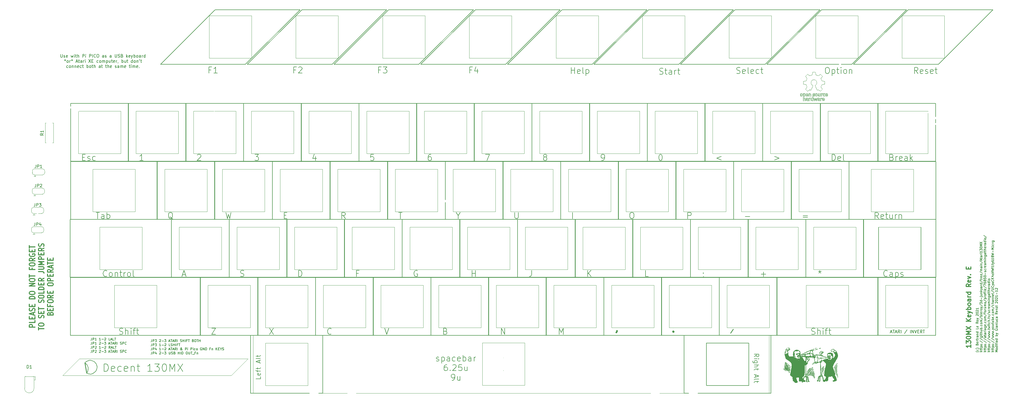
<source format=gto>
G04 #@! TF.GenerationSoftware,KiCad,Pcbnew,5.1.9+dfsg1-1*
G04 #@! TF.CreationDate,2021-12-30T00:05:40+01:00*
G04 #@! TF.ProjectId,Atari130MX,41746172-6931-4333-904d-582e6b696361,E*
G04 #@! TF.SameCoordinates,Original*
G04 #@! TF.FileFunction,Legend,Top*
G04 #@! TF.FilePolarity,Positive*
%FSLAX46Y46*%
G04 Gerber Fmt 4.6, Leading zero omitted, Abs format (unit mm)*
G04 Created by KiCad (PCBNEW 5.1.9+dfsg1-1) date 2021-12-30 00:05:40*
%MOMM*%
%LPD*%
G01*
G04 APERTURE LIST*
%ADD10C,0.150000*%
%ADD11C,0.300000*%
%ADD12C,0.120000*%
%ADD13C,0.200000*%
%ADD14C,0.250000*%
%ADD15C,0.500000*%
%ADD16C,0.090000*%
%ADD17C,0.010000*%
%ADD18C,2.200000*%
%ADD19C,4.000000*%
%ADD20C,1.700000*%
%ADD21R,1.000000X1.500000*%
%ADD22C,0.100000*%
%ADD23O,1.700000X1.700000*%
%ADD24R,1.700000X1.700000*%
%ADD25C,1.600000*%
%ADD26O,1.600000X1.600000*%
%ADD27C,1.800000*%
%ADD28R,1.800000X1.800000*%
%ADD29C,3.050000*%
%ADD30C,3.200000*%
%ADD31C,0.800000*%
G04 APERTURE END LIST*
D10*
X269481428Y-137921785D02*
X270195714Y-137421785D01*
X269481428Y-137064642D02*
X270981428Y-137064642D01*
X270981428Y-137636071D01*
X270910000Y-137778928D01*
X270838571Y-137850357D01*
X270695714Y-137921785D01*
X270481428Y-137921785D01*
X270338571Y-137850357D01*
X270267142Y-137778928D01*
X270195714Y-137636071D01*
X270195714Y-137064642D01*
X269481428Y-138564642D02*
X270481428Y-138564642D01*
X270981428Y-138564642D02*
X270910000Y-138493214D01*
X270838571Y-138564642D01*
X270910000Y-138636071D01*
X270981428Y-138564642D01*
X270838571Y-138564642D01*
X270481428Y-139921785D02*
X269267142Y-139921785D01*
X269124285Y-139850357D01*
X269052857Y-139778928D01*
X268981428Y-139636071D01*
X268981428Y-139421785D01*
X269052857Y-139278928D01*
X269552857Y-139921785D02*
X269481428Y-139778928D01*
X269481428Y-139493214D01*
X269552857Y-139350357D01*
X269624285Y-139278928D01*
X269767142Y-139207500D01*
X270195714Y-139207500D01*
X270338571Y-139278928D01*
X270410000Y-139350357D01*
X270481428Y-139493214D01*
X270481428Y-139778928D01*
X270410000Y-139921785D01*
X269481428Y-140636071D02*
X270981428Y-140636071D01*
X269481428Y-141278928D02*
X270267142Y-141278928D01*
X270410000Y-141207500D01*
X270481428Y-141064642D01*
X270481428Y-140850357D01*
X270410000Y-140707500D01*
X270338571Y-140636071D01*
X270481428Y-141778928D02*
X270481428Y-142350357D01*
X270981428Y-141993214D02*
X269695714Y-141993214D01*
X269552857Y-142064642D01*
X269481428Y-142207500D01*
X269481428Y-142350357D01*
X269910000Y-143921785D02*
X269910000Y-144636071D01*
X269481428Y-143778928D02*
X270981428Y-144278928D01*
X269481428Y-144778928D01*
X269481428Y-145493214D02*
X269552857Y-145350357D01*
X269695714Y-145278928D01*
X270981428Y-145278928D01*
X270481428Y-145850357D02*
X270481428Y-146421785D01*
X270981428Y-146064642D02*
X269695714Y-146064642D01*
X269552857Y-146136071D01*
X269481428Y-146278928D01*
X269481428Y-146421785D01*
X106838571Y-144441071D02*
X106838571Y-145155357D01*
X105338571Y-145155357D01*
X106767142Y-143369642D02*
X106838571Y-143512500D01*
X106838571Y-143798214D01*
X106767142Y-143941071D01*
X106624285Y-144012500D01*
X106052857Y-144012500D01*
X105910000Y-143941071D01*
X105838571Y-143798214D01*
X105838571Y-143512500D01*
X105910000Y-143369642D01*
X106052857Y-143298214D01*
X106195714Y-143298214D01*
X106338571Y-144012500D01*
X105838571Y-142869642D02*
X105838571Y-142298214D01*
X106838571Y-142655357D02*
X105552857Y-142655357D01*
X105410000Y-142583928D01*
X105338571Y-142441071D01*
X105338571Y-142298214D01*
X105838571Y-142012500D02*
X105838571Y-141441071D01*
X105338571Y-141798214D02*
X106624285Y-141798214D01*
X106767142Y-141726785D01*
X106838571Y-141583928D01*
X106838571Y-141441071D01*
X106410000Y-139869642D02*
X106410000Y-139155357D01*
X106838571Y-140012500D02*
X105338571Y-139512500D01*
X106838571Y-139012500D01*
X106838571Y-138298214D02*
X106767142Y-138441071D01*
X106624285Y-138512500D01*
X105338571Y-138512500D01*
X105838571Y-137941071D02*
X105838571Y-137369642D01*
X105338571Y-137726785D02*
X106624285Y-137726785D01*
X106767142Y-137655357D01*
X106838571Y-137512500D01*
X106838571Y-137369642D01*
X164779047Y-139269523D02*
X164969523Y-139364761D01*
X165350476Y-139364761D01*
X165540952Y-139269523D01*
X165636190Y-139079047D01*
X165636190Y-138983809D01*
X165540952Y-138793333D01*
X165350476Y-138698095D01*
X165064761Y-138698095D01*
X164874285Y-138602857D01*
X164779047Y-138412380D01*
X164779047Y-138317142D01*
X164874285Y-138126666D01*
X165064761Y-138031428D01*
X165350476Y-138031428D01*
X165540952Y-138126666D01*
X166493333Y-138031428D02*
X166493333Y-140031428D01*
X166493333Y-138126666D02*
X166683809Y-138031428D01*
X167064761Y-138031428D01*
X167255238Y-138126666D01*
X167350476Y-138221904D01*
X167445714Y-138412380D01*
X167445714Y-138983809D01*
X167350476Y-139174285D01*
X167255238Y-139269523D01*
X167064761Y-139364761D01*
X166683809Y-139364761D01*
X166493333Y-139269523D01*
X169160000Y-139364761D02*
X169160000Y-138317142D01*
X169064761Y-138126666D01*
X168874285Y-138031428D01*
X168493333Y-138031428D01*
X168302857Y-138126666D01*
X169160000Y-139269523D02*
X168969523Y-139364761D01*
X168493333Y-139364761D01*
X168302857Y-139269523D01*
X168207619Y-139079047D01*
X168207619Y-138888571D01*
X168302857Y-138698095D01*
X168493333Y-138602857D01*
X168969523Y-138602857D01*
X169160000Y-138507619D01*
X170969523Y-139269523D02*
X170779047Y-139364761D01*
X170398095Y-139364761D01*
X170207619Y-139269523D01*
X170112380Y-139174285D01*
X170017142Y-138983809D01*
X170017142Y-138412380D01*
X170112380Y-138221904D01*
X170207619Y-138126666D01*
X170398095Y-138031428D01*
X170779047Y-138031428D01*
X170969523Y-138126666D01*
X172588571Y-139269523D02*
X172398095Y-139364761D01*
X172017142Y-139364761D01*
X171826666Y-139269523D01*
X171731428Y-139079047D01*
X171731428Y-138317142D01*
X171826666Y-138126666D01*
X172017142Y-138031428D01*
X172398095Y-138031428D01*
X172588571Y-138126666D01*
X172683809Y-138317142D01*
X172683809Y-138507619D01*
X171731428Y-138698095D01*
X173540952Y-139364761D02*
X173540952Y-137364761D01*
X173540952Y-138126666D02*
X173731428Y-138031428D01*
X174112380Y-138031428D01*
X174302857Y-138126666D01*
X174398095Y-138221904D01*
X174493333Y-138412380D01*
X174493333Y-138983809D01*
X174398095Y-139174285D01*
X174302857Y-139269523D01*
X174112380Y-139364761D01*
X173731428Y-139364761D01*
X173540952Y-139269523D01*
X176207619Y-139364761D02*
X176207619Y-138317142D01*
X176112380Y-138126666D01*
X175921904Y-138031428D01*
X175540952Y-138031428D01*
X175350476Y-138126666D01*
X176207619Y-139269523D02*
X176017142Y-139364761D01*
X175540952Y-139364761D01*
X175350476Y-139269523D01*
X175255238Y-139079047D01*
X175255238Y-138888571D01*
X175350476Y-138698095D01*
X175540952Y-138602857D01*
X176017142Y-138602857D01*
X176207619Y-138507619D01*
X177160000Y-139364761D02*
X177160000Y-138031428D01*
X177160000Y-138412380D02*
X177255238Y-138221904D01*
X177350476Y-138126666D01*
X177540952Y-138031428D01*
X177731428Y-138031428D01*
X168255238Y-140514761D02*
X167874285Y-140514761D01*
X167683809Y-140610000D01*
X167588571Y-140705238D01*
X167398095Y-140990952D01*
X167302857Y-141371904D01*
X167302857Y-142133809D01*
X167398095Y-142324285D01*
X167493333Y-142419523D01*
X167683809Y-142514761D01*
X168064761Y-142514761D01*
X168255238Y-142419523D01*
X168350476Y-142324285D01*
X168445714Y-142133809D01*
X168445714Y-141657619D01*
X168350476Y-141467142D01*
X168255238Y-141371904D01*
X168064761Y-141276666D01*
X167683809Y-141276666D01*
X167493333Y-141371904D01*
X167398095Y-141467142D01*
X167302857Y-141657619D01*
X169302857Y-142324285D02*
X169398095Y-142419523D01*
X169302857Y-142514761D01*
X169207619Y-142419523D01*
X169302857Y-142324285D01*
X169302857Y-142514761D01*
X170160000Y-140705238D02*
X170255238Y-140610000D01*
X170445714Y-140514761D01*
X170921904Y-140514761D01*
X171112380Y-140610000D01*
X171207619Y-140705238D01*
X171302857Y-140895714D01*
X171302857Y-141086190D01*
X171207619Y-141371904D01*
X170064761Y-142514761D01*
X171302857Y-142514761D01*
X173112380Y-140514761D02*
X172160000Y-140514761D01*
X172064761Y-141467142D01*
X172160000Y-141371904D01*
X172350476Y-141276666D01*
X172826666Y-141276666D01*
X173017142Y-141371904D01*
X173112380Y-141467142D01*
X173207619Y-141657619D01*
X173207619Y-142133809D01*
X173112380Y-142324285D01*
X173017142Y-142419523D01*
X172826666Y-142514761D01*
X172350476Y-142514761D01*
X172160000Y-142419523D01*
X172064761Y-142324285D01*
X174921904Y-141181428D02*
X174921904Y-142514761D01*
X174064761Y-141181428D02*
X174064761Y-142229047D01*
X174160000Y-142419523D01*
X174350476Y-142514761D01*
X174636190Y-142514761D01*
X174826666Y-142419523D01*
X174921904Y-142324285D01*
X169874285Y-145664761D02*
X170255238Y-145664761D01*
X170445714Y-145569523D01*
X170540952Y-145474285D01*
X170731428Y-145188571D01*
X170826666Y-144807619D01*
X170826666Y-144045714D01*
X170731428Y-143855238D01*
X170636190Y-143760000D01*
X170445714Y-143664761D01*
X170064761Y-143664761D01*
X169874285Y-143760000D01*
X169779047Y-143855238D01*
X169683809Y-144045714D01*
X169683809Y-144521904D01*
X169779047Y-144712380D01*
X169874285Y-144807619D01*
X170064761Y-144902857D01*
X170445714Y-144902857D01*
X170636190Y-144807619D01*
X170731428Y-144712380D01*
X170826666Y-144521904D01*
X172540952Y-144331428D02*
X172540952Y-145664761D01*
X171683809Y-144331428D02*
X171683809Y-145379047D01*
X171779047Y-145569523D01*
X171969523Y-145664761D01*
X172255238Y-145664761D01*
X172445714Y-145569523D01*
X172540952Y-145474285D01*
D11*
X32474285Y-128145714D02*
X30674285Y-128145714D01*
X30674285Y-127574285D01*
X30760000Y-127431428D01*
X30845714Y-127360000D01*
X31017142Y-127288571D01*
X31274285Y-127288571D01*
X31445714Y-127360000D01*
X31531428Y-127431428D01*
X31617142Y-127574285D01*
X31617142Y-128145714D01*
X32474285Y-125931428D02*
X32474285Y-126645714D01*
X30674285Y-126645714D01*
X31531428Y-125431428D02*
X31531428Y-124931428D01*
X32474285Y-124717142D02*
X32474285Y-125431428D01*
X30674285Y-125431428D01*
X30674285Y-124717142D01*
X31960000Y-124145714D02*
X31960000Y-123431428D01*
X32474285Y-124288571D02*
X30674285Y-123788571D01*
X32474285Y-123288571D01*
X32388571Y-122860000D02*
X32474285Y-122645714D01*
X32474285Y-122288571D01*
X32388571Y-122145714D01*
X32302857Y-122074285D01*
X32131428Y-122002857D01*
X31960000Y-122002857D01*
X31788571Y-122074285D01*
X31702857Y-122145714D01*
X31617142Y-122288571D01*
X31531428Y-122574285D01*
X31445714Y-122717142D01*
X31360000Y-122788571D01*
X31188571Y-122860000D01*
X31017142Y-122860000D01*
X30845714Y-122788571D01*
X30760000Y-122717142D01*
X30674285Y-122574285D01*
X30674285Y-122217142D01*
X30760000Y-122002857D01*
X31531428Y-121360000D02*
X31531428Y-120860000D01*
X32474285Y-120645714D02*
X32474285Y-121360000D01*
X30674285Y-121360000D01*
X30674285Y-120645714D01*
X32474285Y-118860000D02*
X30674285Y-118860000D01*
X30674285Y-118502857D01*
X30760000Y-118288571D01*
X30931428Y-118145714D01*
X31102857Y-118074285D01*
X31445714Y-118002857D01*
X31702857Y-118002857D01*
X32045714Y-118074285D01*
X32217142Y-118145714D01*
X32388571Y-118288571D01*
X32474285Y-118502857D01*
X32474285Y-118860000D01*
X30674285Y-117074285D02*
X30674285Y-116788571D01*
X30760000Y-116645714D01*
X30931428Y-116502857D01*
X31274285Y-116431428D01*
X31874285Y-116431428D01*
X32217142Y-116502857D01*
X32388571Y-116645714D01*
X32474285Y-116788571D01*
X32474285Y-117074285D01*
X32388571Y-117217142D01*
X32217142Y-117360000D01*
X31874285Y-117431428D01*
X31274285Y-117431428D01*
X30931428Y-117360000D01*
X30760000Y-117217142D01*
X30674285Y-117074285D01*
X32474285Y-114645714D02*
X30674285Y-114645714D01*
X32474285Y-113788571D01*
X30674285Y-113788571D01*
X30674285Y-112788571D02*
X30674285Y-112502857D01*
X30760000Y-112360000D01*
X30931428Y-112217142D01*
X31274285Y-112145714D01*
X31874285Y-112145714D01*
X32217142Y-112217142D01*
X32388571Y-112360000D01*
X32474285Y-112502857D01*
X32474285Y-112788571D01*
X32388571Y-112931428D01*
X32217142Y-113074285D01*
X31874285Y-113145714D01*
X31274285Y-113145714D01*
X30931428Y-113074285D01*
X30760000Y-112931428D01*
X30674285Y-112788571D01*
X30674285Y-111717142D02*
X30674285Y-110860000D01*
X32474285Y-111288571D02*
X30674285Y-111288571D01*
X31531428Y-108717142D02*
X31531428Y-109217142D01*
X32474285Y-109217142D02*
X30674285Y-109217142D01*
X30674285Y-108502857D01*
X30674285Y-107645714D02*
X30674285Y-107360000D01*
X30760000Y-107217142D01*
X30931428Y-107074285D01*
X31274285Y-107002857D01*
X31874285Y-107002857D01*
X32217142Y-107074285D01*
X32388571Y-107217142D01*
X32474285Y-107360000D01*
X32474285Y-107645714D01*
X32388571Y-107788571D01*
X32217142Y-107931428D01*
X31874285Y-108002857D01*
X31274285Y-108002857D01*
X30931428Y-107931428D01*
X30760000Y-107788571D01*
X30674285Y-107645714D01*
X32474285Y-105502857D02*
X31617142Y-106002857D01*
X32474285Y-106360000D02*
X30674285Y-106360000D01*
X30674285Y-105788571D01*
X30760000Y-105645714D01*
X30845714Y-105574285D01*
X31017142Y-105502857D01*
X31274285Y-105502857D01*
X31445714Y-105574285D01*
X31531428Y-105645714D01*
X31617142Y-105788571D01*
X31617142Y-106360000D01*
X30760000Y-104074285D02*
X30674285Y-104217142D01*
X30674285Y-104431428D01*
X30760000Y-104645714D01*
X30931428Y-104788571D01*
X31102857Y-104860000D01*
X31445714Y-104931428D01*
X31702857Y-104931428D01*
X32045714Y-104860000D01*
X32217142Y-104788571D01*
X32388571Y-104645714D01*
X32474285Y-104431428D01*
X32474285Y-104288571D01*
X32388571Y-104074285D01*
X32302857Y-104002857D01*
X31702857Y-104002857D01*
X31702857Y-104288571D01*
X31531428Y-103360000D02*
X31531428Y-102860000D01*
X32474285Y-102645714D02*
X32474285Y-103360000D01*
X30674285Y-103360000D01*
X30674285Y-102645714D01*
X30674285Y-102217142D02*
X30674285Y-101360000D01*
X32474285Y-101788571D02*
X30674285Y-101788571D01*
X33674285Y-129145714D02*
X33674285Y-128288571D01*
X35474285Y-128717142D02*
X33674285Y-128717142D01*
X33674285Y-127502857D02*
X33674285Y-127217142D01*
X33760000Y-127074285D01*
X33931428Y-126931428D01*
X34274285Y-126860000D01*
X34874285Y-126860000D01*
X35217142Y-126931428D01*
X35388571Y-127074285D01*
X35474285Y-127217142D01*
X35474285Y-127502857D01*
X35388571Y-127645714D01*
X35217142Y-127788571D01*
X34874285Y-127860000D01*
X34274285Y-127860000D01*
X33931428Y-127788571D01*
X33760000Y-127645714D01*
X33674285Y-127502857D01*
X35388571Y-125145714D02*
X35474285Y-124931428D01*
X35474285Y-124574285D01*
X35388571Y-124431428D01*
X35302857Y-124360000D01*
X35131428Y-124288571D01*
X34960000Y-124288571D01*
X34788571Y-124360000D01*
X34702857Y-124431428D01*
X34617142Y-124574285D01*
X34531428Y-124860000D01*
X34445714Y-125002857D01*
X34360000Y-125074285D01*
X34188571Y-125145714D01*
X34017142Y-125145714D01*
X33845714Y-125074285D01*
X33760000Y-125002857D01*
X33674285Y-124860000D01*
X33674285Y-124502857D01*
X33760000Y-124288571D01*
X34531428Y-123645714D02*
X34531428Y-123145714D01*
X35474285Y-122931428D02*
X35474285Y-123645714D01*
X33674285Y-123645714D01*
X33674285Y-122931428D01*
X33674285Y-122502857D02*
X33674285Y-121645714D01*
X35474285Y-122074285D02*
X33674285Y-122074285D01*
X35388571Y-120074285D02*
X35474285Y-119860000D01*
X35474285Y-119502857D01*
X35388571Y-119360000D01*
X35302857Y-119288571D01*
X35131428Y-119217142D01*
X34960000Y-119217142D01*
X34788571Y-119288571D01*
X34702857Y-119360000D01*
X34617142Y-119502857D01*
X34531428Y-119788571D01*
X34445714Y-119931428D01*
X34360000Y-120002857D01*
X34188571Y-120074285D01*
X34017142Y-120074285D01*
X33845714Y-120002857D01*
X33760000Y-119931428D01*
X33674285Y-119788571D01*
X33674285Y-119431428D01*
X33760000Y-119217142D01*
X33674285Y-118288571D02*
X33674285Y-118002857D01*
X33760000Y-117860000D01*
X33931428Y-117717142D01*
X34274285Y-117645714D01*
X34874285Y-117645714D01*
X35217142Y-117717142D01*
X35388571Y-117860000D01*
X35474285Y-118002857D01*
X35474285Y-118288571D01*
X35388571Y-118431428D01*
X35217142Y-118574285D01*
X34874285Y-118645714D01*
X34274285Y-118645714D01*
X33931428Y-118574285D01*
X33760000Y-118431428D01*
X33674285Y-118288571D01*
X35474285Y-116288571D02*
X35474285Y-117002857D01*
X33674285Y-117002857D01*
X35474285Y-115788571D02*
X33674285Y-115788571D01*
X33674285Y-115431428D01*
X33760000Y-115217142D01*
X33931428Y-115074285D01*
X34102857Y-115002857D01*
X34445714Y-114931428D01*
X34702857Y-114931428D01*
X35045714Y-115002857D01*
X35217142Y-115074285D01*
X35388571Y-115217142D01*
X35474285Y-115431428D01*
X35474285Y-115788571D01*
X34531428Y-114288571D02*
X34531428Y-113788571D01*
X35474285Y-113574285D02*
X35474285Y-114288571D01*
X33674285Y-114288571D01*
X33674285Y-113574285D01*
X35474285Y-112074285D02*
X34617142Y-112574285D01*
X35474285Y-112931428D02*
X33674285Y-112931428D01*
X33674285Y-112360000D01*
X33760000Y-112217142D01*
X33845714Y-112145714D01*
X34017142Y-112074285D01*
X34274285Y-112074285D01*
X34445714Y-112145714D01*
X34531428Y-112217142D01*
X34617142Y-112360000D01*
X34617142Y-112931428D01*
X33674285Y-109860000D02*
X34960000Y-109860000D01*
X35217142Y-109931428D01*
X35388571Y-110074285D01*
X35474285Y-110288571D01*
X35474285Y-110431428D01*
X33674285Y-109145714D02*
X35131428Y-109145714D01*
X35302857Y-109074285D01*
X35388571Y-109002857D01*
X35474285Y-108860000D01*
X35474285Y-108574285D01*
X35388571Y-108431428D01*
X35302857Y-108360000D01*
X35131428Y-108288571D01*
X33674285Y-108288571D01*
X35474285Y-107574285D02*
X33674285Y-107574285D01*
X34960000Y-107074285D01*
X33674285Y-106574285D01*
X35474285Y-106574285D01*
X35474285Y-105860000D02*
X33674285Y-105860000D01*
X33674285Y-105288571D01*
X33760000Y-105145714D01*
X33845714Y-105074285D01*
X34017142Y-105002857D01*
X34274285Y-105002857D01*
X34445714Y-105074285D01*
X34531428Y-105145714D01*
X34617142Y-105288571D01*
X34617142Y-105860000D01*
X34531428Y-104360000D02*
X34531428Y-103860000D01*
X35474285Y-103645714D02*
X35474285Y-104360000D01*
X33674285Y-104360000D01*
X33674285Y-103645714D01*
X35474285Y-102145714D02*
X34617142Y-102645714D01*
X35474285Y-103002857D02*
X33674285Y-103002857D01*
X33674285Y-102431428D01*
X33760000Y-102288571D01*
X33845714Y-102217142D01*
X34017142Y-102145714D01*
X34274285Y-102145714D01*
X34445714Y-102217142D01*
X34531428Y-102288571D01*
X34617142Y-102431428D01*
X34617142Y-103002857D01*
X35388571Y-101574285D02*
X35474285Y-101360000D01*
X35474285Y-101002857D01*
X35388571Y-100860000D01*
X35302857Y-100788571D01*
X35131428Y-100717142D01*
X34960000Y-100717142D01*
X34788571Y-100788571D01*
X34702857Y-100860000D01*
X34617142Y-101002857D01*
X34531428Y-101288571D01*
X34445714Y-101431428D01*
X34360000Y-101502857D01*
X34188571Y-101574285D01*
X34017142Y-101574285D01*
X33845714Y-101502857D01*
X33760000Y-101431428D01*
X33674285Y-101288571D01*
X33674285Y-100931428D01*
X33760000Y-100717142D01*
X37531428Y-123717142D02*
X37617142Y-123502857D01*
X37702857Y-123431428D01*
X37874285Y-123360000D01*
X38131428Y-123360000D01*
X38302857Y-123431428D01*
X38388571Y-123502857D01*
X38474285Y-123645714D01*
X38474285Y-124217142D01*
X36674285Y-124217142D01*
X36674285Y-123717142D01*
X36760000Y-123574285D01*
X36845714Y-123502857D01*
X37017142Y-123431428D01*
X37188571Y-123431428D01*
X37360000Y-123502857D01*
X37445714Y-123574285D01*
X37531428Y-123717142D01*
X37531428Y-124217142D01*
X37531428Y-122717142D02*
X37531428Y-122217142D01*
X38474285Y-122002857D02*
X38474285Y-122717142D01*
X36674285Y-122717142D01*
X36674285Y-122002857D01*
X37531428Y-120860000D02*
X37531428Y-121360000D01*
X38474285Y-121360000D02*
X36674285Y-121360000D01*
X36674285Y-120645714D01*
X36674285Y-119788571D02*
X36674285Y-119502857D01*
X36760000Y-119360000D01*
X36931428Y-119217142D01*
X37274285Y-119145714D01*
X37874285Y-119145714D01*
X38217142Y-119217142D01*
X38388571Y-119360000D01*
X38474285Y-119502857D01*
X38474285Y-119788571D01*
X38388571Y-119931428D01*
X38217142Y-120074285D01*
X37874285Y-120145714D01*
X37274285Y-120145714D01*
X36931428Y-120074285D01*
X36760000Y-119931428D01*
X36674285Y-119788571D01*
X38474285Y-117645714D02*
X37617142Y-118145714D01*
X38474285Y-118502857D02*
X36674285Y-118502857D01*
X36674285Y-117931428D01*
X36760000Y-117788571D01*
X36845714Y-117717142D01*
X37017142Y-117645714D01*
X37274285Y-117645714D01*
X37445714Y-117717142D01*
X37531428Y-117788571D01*
X37617142Y-117931428D01*
X37617142Y-118502857D01*
X37531428Y-117002857D02*
X37531428Y-116502857D01*
X38474285Y-116288571D02*
X38474285Y-117002857D01*
X36674285Y-117002857D01*
X36674285Y-116288571D01*
X36674285Y-114217142D02*
X36674285Y-113931428D01*
X36760000Y-113788571D01*
X36931428Y-113645714D01*
X37274285Y-113574285D01*
X37874285Y-113574285D01*
X38217142Y-113645714D01*
X38388571Y-113788571D01*
X38474285Y-113931428D01*
X38474285Y-114217142D01*
X38388571Y-114360000D01*
X38217142Y-114502857D01*
X37874285Y-114574285D01*
X37274285Y-114574285D01*
X36931428Y-114502857D01*
X36760000Y-114360000D01*
X36674285Y-114217142D01*
X38474285Y-112931428D02*
X36674285Y-112931428D01*
X36674285Y-112360000D01*
X36760000Y-112217142D01*
X36845714Y-112145714D01*
X37017142Y-112074285D01*
X37274285Y-112074285D01*
X37445714Y-112145714D01*
X37531428Y-112217142D01*
X37617142Y-112360000D01*
X37617142Y-112931428D01*
X37531428Y-111431428D02*
X37531428Y-110931428D01*
X38474285Y-110717142D02*
X38474285Y-111431428D01*
X36674285Y-111431428D01*
X36674285Y-110717142D01*
X38474285Y-109217142D02*
X37617142Y-109717142D01*
X38474285Y-110074285D02*
X36674285Y-110074285D01*
X36674285Y-109502857D01*
X36760000Y-109360000D01*
X36845714Y-109288571D01*
X37017142Y-109217142D01*
X37274285Y-109217142D01*
X37445714Y-109288571D01*
X37531428Y-109360000D01*
X37617142Y-109502857D01*
X37617142Y-110074285D01*
X37960000Y-108645714D02*
X37960000Y-107931428D01*
X38474285Y-108788571D02*
X36674285Y-108288571D01*
X38474285Y-107788571D01*
X36674285Y-107502857D02*
X36674285Y-106645714D01*
X38474285Y-107074285D02*
X36674285Y-107074285D01*
X37531428Y-106145714D02*
X37531428Y-105645714D01*
X38474285Y-105431428D02*
X38474285Y-106145714D01*
X36674285Y-106145714D01*
X36674285Y-105431428D01*
D10*
X70976547Y-132216904D02*
X70976547Y-132788333D01*
X70938452Y-132902619D01*
X70862261Y-132978809D01*
X70747976Y-133016904D01*
X70671785Y-133016904D01*
X71357500Y-133016904D02*
X71357500Y-132216904D01*
X71662261Y-132216904D01*
X71738452Y-132255000D01*
X71776547Y-132293095D01*
X71814642Y-132369285D01*
X71814642Y-132483571D01*
X71776547Y-132559761D01*
X71738452Y-132597857D01*
X71662261Y-132635952D01*
X71357500Y-132635952D01*
X72081309Y-132216904D02*
X72576547Y-132216904D01*
X72309880Y-132521666D01*
X72424166Y-132521666D01*
X72500357Y-132559761D01*
X72538452Y-132597857D01*
X72576547Y-132674047D01*
X72576547Y-132864523D01*
X72538452Y-132940714D01*
X72500357Y-132978809D01*
X72424166Y-133016904D01*
X72195595Y-133016904D01*
X72119404Y-132978809D01*
X72081309Y-132940714D01*
X73490833Y-132293095D02*
X73528928Y-132255000D01*
X73605119Y-132216904D01*
X73795595Y-132216904D01*
X73871785Y-132255000D01*
X73909880Y-132293095D01*
X73947976Y-132369285D01*
X73947976Y-132445476D01*
X73909880Y-132559761D01*
X73452738Y-133016904D01*
X73947976Y-133016904D01*
X74290833Y-132712142D02*
X74900357Y-132712142D01*
X75205119Y-132216904D02*
X75700357Y-132216904D01*
X75433690Y-132521666D01*
X75547976Y-132521666D01*
X75624166Y-132559761D01*
X75662261Y-132597857D01*
X75700357Y-132674047D01*
X75700357Y-132864523D01*
X75662261Y-132940714D01*
X75624166Y-132978809D01*
X75547976Y-133016904D01*
X75319404Y-133016904D01*
X75243214Y-132978809D01*
X75205119Y-132940714D01*
X76614642Y-132788333D02*
X76995595Y-132788333D01*
X76538452Y-133016904D02*
X76805119Y-132216904D01*
X77071785Y-133016904D01*
X77224166Y-132216904D02*
X77681309Y-132216904D01*
X77452738Y-133016904D02*
X77452738Y-132216904D01*
X77909880Y-132788333D02*
X78290833Y-132788333D01*
X77833690Y-133016904D02*
X78100357Y-132216904D01*
X78367023Y-133016904D01*
X79090833Y-133016904D02*
X78824166Y-132635952D01*
X78633690Y-133016904D02*
X78633690Y-132216904D01*
X78938452Y-132216904D01*
X79014642Y-132255000D01*
X79052738Y-132293095D01*
X79090833Y-132369285D01*
X79090833Y-132483571D01*
X79052738Y-132559761D01*
X79014642Y-132597857D01*
X78938452Y-132635952D01*
X78633690Y-132635952D01*
X79433690Y-133016904D02*
X79433690Y-132216904D01*
X80386071Y-132978809D02*
X80500357Y-133016904D01*
X80690833Y-133016904D01*
X80767023Y-132978809D01*
X80805119Y-132940714D01*
X80843214Y-132864523D01*
X80843214Y-132788333D01*
X80805119Y-132712142D01*
X80767023Y-132674047D01*
X80690833Y-132635952D01*
X80538452Y-132597857D01*
X80462261Y-132559761D01*
X80424166Y-132521666D01*
X80386071Y-132445476D01*
X80386071Y-132369285D01*
X80424166Y-132293095D01*
X80462261Y-132255000D01*
X80538452Y-132216904D01*
X80728928Y-132216904D01*
X80843214Y-132255000D01*
X81186071Y-133016904D02*
X81186071Y-132216904D01*
X81186071Y-132597857D02*
X81643214Y-132597857D01*
X81643214Y-133016904D02*
X81643214Y-132216904D01*
X82024166Y-133016904D02*
X82024166Y-132216904D01*
X82671785Y-132597857D02*
X82405119Y-132597857D01*
X82405119Y-133016904D02*
X82405119Y-132216904D01*
X82786071Y-132216904D01*
X82976547Y-132216904D02*
X83433690Y-132216904D01*
X83205119Y-133016904D02*
X83205119Y-132216904D01*
X84576547Y-132597857D02*
X84690833Y-132635952D01*
X84728928Y-132674047D01*
X84767023Y-132750238D01*
X84767023Y-132864523D01*
X84728928Y-132940714D01*
X84690833Y-132978809D01*
X84614642Y-133016904D01*
X84309880Y-133016904D01*
X84309880Y-132216904D01*
X84576547Y-132216904D01*
X84652738Y-132255000D01*
X84690833Y-132293095D01*
X84728928Y-132369285D01*
X84728928Y-132445476D01*
X84690833Y-132521666D01*
X84652738Y-132559761D01*
X84576547Y-132597857D01*
X84309880Y-132597857D01*
X85262261Y-132216904D02*
X85414642Y-132216904D01*
X85490833Y-132255000D01*
X85567023Y-132331190D01*
X85605119Y-132483571D01*
X85605119Y-132750238D01*
X85567023Y-132902619D01*
X85490833Y-132978809D01*
X85414642Y-133016904D01*
X85262261Y-133016904D01*
X85186071Y-132978809D01*
X85109880Y-132902619D01*
X85071785Y-132750238D01*
X85071785Y-132483571D01*
X85109880Y-132331190D01*
X85186071Y-132255000D01*
X85262261Y-132216904D01*
X85833690Y-132216904D02*
X86290833Y-132216904D01*
X86062261Y-133016904D02*
X86062261Y-132216904D01*
X86557500Y-133016904D02*
X86557500Y-132216904D01*
X86557500Y-132597857D02*
X87014642Y-132597857D01*
X87014642Y-133016904D02*
X87014642Y-132216904D01*
X70976547Y-133566904D02*
X70976547Y-134138333D01*
X70938452Y-134252619D01*
X70862261Y-134328809D01*
X70747976Y-134366904D01*
X70671785Y-134366904D01*
X71357500Y-134366904D02*
X71357500Y-133566904D01*
X71662261Y-133566904D01*
X71738452Y-133605000D01*
X71776547Y-133643095D01*
X71814642Y-133719285D01*
X71814642Y-133833571D01*
X71776547Y-133909761D01*
X71738452Y-133947857D01*
X71662261Y-133985952D01*
X71357500Y-133985952D01*
X72081309Y-133566904D02*
X72576547Y-133566904D01*
X72309880Y-133871666D01*
X72424166Y-133871666D01*
X72500357Y-133909761D01*
X72538452Y-133947857D01*
X72576547Y-134024047D01*
X72576547Y-134214523D01*
X72538452Y-134290714D01*
X72500357Y-134328809D01*
X72424166Y-134366904D01*
X72195595Y-134366904D01*
X72119404Y-134328809D01*
X72081309Y-134290714D01*
X73947976Y-134366904D02*
X73490833Y-134366904D01*
X73719404Y-134366904D02*
X73719404Y-133566904D01*
X73643214Y-133681190D01*
X73567023Y-133757380D01*
X73490833Y-133795476D01*
X74290833Y-134062142D02*
X74900357Y-134062142D01*
X75243214Y-133643095D02*
X75281309Y-133605000D01*
X75357500Y-133566904D01*
X75547976Y-133566904D01*
X75624166Y-133605000D01*
X75662261Y-133643095D01*
X75700357Y-133719285D01*
X75700357Y-133795476D01*
X75662261Y-133909761D01*
X75205119Y-134366904D01*
X75700357Y-134366904D01*
X77033690Y-134366904D02*
X76652738Y-134366904D01*
X76652738Y-133566904D01*
X77262261Y-134328809D02*
X77376547Y-134366904D01*
X77567023Y-134366904D01*
X77643214Y-134328809D01*
X77681309Y-134290714D01*
X77719404Y-134214523D01*
X77719404Y-134138333D01*
X77681309Y-134062142D01*
X77643214Y-134024047D01*
X77567023Y-133985952D01*
X77414642Y-133947857D01*
X77338452Y-133909761D01*
X77300357Y-133871666D01*
X77262261Y-133795476D01*
X77262261Y-133719285D01*
X77300357Y-133643095D01*
X77338452Y-133605000D01*
X77414642Y-133566904D01*
X77605119Y-133566904D01*
X77719404Y-133605000D01*
X78062261Y-134366904D02*
X78062261Y-133566904D01*
X78062261Y-133947857D02*
X78519404Y-133947857D01*
X78519404Y-134366904D02*
X78519404Y-133566904D01*
X78900357Y-134366904D02*
X78900357Y-133566904D01*
X79547976Y-133947857D02*
X79281309Y-133947857D01*
X79281309Y-134366904D02*
X79281309Y-133566904D01*
X79662261Y-133566904D01*
X79852738Y-133566904D02*
X80309880Y-133566904D01*
X80081309Y-134366904D02*
X80081309Y-133566904D01*
X70976547Y-134916904D02*
X70976547Y-135488333D01*
X70938452Y-135602619D01*
X70862261Y-135678809D01*
X70747976Y-135716904D01*
X70671785Y-135716904D01*
X71357500Y-135716904D02*
X71357500Y-134916904D01*
X71662261Y-134916904D01*
X71738452Y-134955000D01*
X71776547Y-134993095D01*
X71814642Y-135069285D01*
X71814642Y-135183571D01*
X71776547Y-135259761D01*
X71738452Y-135297857D01*
X71662261Y-135335952D01*
X71357500Y-135335952D01*
X72500357Y-135183571D02*
X72500357Y-135716904D01*
X72309880Y-134878809D02*
X72119404Y-135450238D01*
X72614642Y-135450238D01*
X73947976Y-135716904D02*
X73490833Y-135716904D01*
X73719404Y-135716904D02*
X73719404Y-134916904D01*
X73643214Y-135031190D01*
X73567023Y-135107380D01*
X73490833Y-135145476D01*
X74290833Y-135412142D02*
X74900357Y-135412142D01*
X75243214Y-134993095D02*
X75281309Y-134955000D01*
X75357500Y-134916904D01*
X75547976Y-134916904D01*
X75624166Y-134955000D01*
X75662261Y-134993095D01*
X75700357Y-135069285D01*
X75700357Y-135145476D01*
X75662261Y-135259761D01*
X75205119Y-135716904D01*
X75700357Y-135716904D01*
X76614642Y-135488333D02*
X76995595Y-135488333D01*
X76538452Y-135716904D02*
X76805119Y-134916904D01*
X77071785Y-135716904D01*
X77224166Y-134916904D02*
X77681309Y-134916904D01*
X77452738Y-135716904D02*
X77452738Y-134916904D01*
X77909880Y-135488333D02*
X78290833Y-135488333D01*
X77833690Y-135716904D02*
X78100357Y-134916904D01*
X78367023Y-135716904D01*
X79090833Y-135716904D02*
X78824166Y-135335952D01*
X78633690Y-135716904D02*
X78633690Y-134916904D01*
X78938452Y-134916904D01*
X79014642Y-134955000D01*
X79052738Y-134993095D01*
X79090833Y-135069285D01*
X79090833Y-135183571D01*
X79052738Y-135259761D01*
X79014642Y-135297857D01*
X78938452Y-135335952D01*
X78633690Y-135335952D01*
X79433690Y-135716904D02*
X79433690Y-134916904D01*
X81071785Y-135716904D02*
X81033690Y-135716904D01*
X80957500Y-135678809D01*
X80843214Y-135564523D01*
X80652738Y-135335952D01*
X80576547Y-135221666D01*
X80538452Y-135107380D01*
X80538452Y-135031190D01*
X80576547Y-134955000D01*
X80652738Y-134916904D01*
X80690833Y-134916904D01*
X80767023Y-134955000D01*
X80805119Y-135031190D01*
X80805119Y-135069285D01*
X80767023Y-135145476D01*
X80728928Y-135183571D01*
X80500357Y-135335952D01*
X80462261Y-135374047D01*
X80424166Y-135450238D01*
X80424166Y-135564523D01*
X80462261Y-135640714D01*
X80500357Y-135678809D01*
X80576547Y-135716904D01*
X80690833Y-135716904D01*
X80767023Y-135678809D01*
X80805119Y-135640714D01*
X80919404Y-135488333D01*
X80957500Y-135374047D01*
X80957500Y-135297857D01*
X82024166Y-135716904D02*
X82024166Y-134916904D01*
X82328928Y-134916904D01*
X82405119Y-134955000D01*
X82443214Y-134993095D01*
X82481309Y-135069285D01*
X82481309Y-135183571D01*
X82443214Y-135259761D01*
X82405119Y-135297857D01*
X82328928Y-135335952D01*
X82024166Y-135335952D01*
X82824166Y-135716904D02*
X82824166Y-135183571D01*
X82824166Y-134916904D02*
X82786071Y-134955000D01*
X82824166Y-134993095D01*
X82862261Y-134955000D01*
X82824166Y-134916904D01*
X82824166Y-134993095D01*
X83814642Y-135716904D02*
X83814642Y-134916904D01*
X84119404Y-134916904D01*
X84195595Y-134955000D01*
X84233690Y-134993095D01*
X84271785Y-135069285D01*
X84271785Y-135183571D01*
X84233690Y-135259761D01*
X84195595Y-135297857D01*
X84119404Y-135335952D01*
X83814642Y-135335952D01*
X84614642Y-135716904D02*
X84614642Y-135183571D01*
X84614642Y-134916904D02*
X84576547Y-134955000D01*
X84614642Y-134993095D01*
X84652738Y-134955000D01*
X84614642Y-134916904D01*
X84614642Y-134993095D01*
X85338452Y-135678809D02*
X85262261Y-135716904D01*
X85109880Y-135716904D01*
X85033690Y-135678809D01*
X84995595Y-135640714D01*
X84957500Y-135564523D01*
X84957500Y-135335952D01*
X84995595Y-135259761D01*
X85033690Y-135221666D01*
X85109880Y-135183571D01*
X85262261Y-135183571D01*
X85338452Y-135221666D01*
X85795595Y-135716904D02*
X85719404Y-135678809D01*
X85681309Y-135640714D01*
X85643214Y-135564523D01*
X85643214Y-135335952D01*
X85681309Y-135259761D01*
X85719404Y-135221666D01*
X85795595Y-135183571D01*
X85909880Y-135183571D01*
X85986071Y-135221666D01*
X86024166Y-135259761D01*
X86062261Y-135335952D01*
X86062261Y-135564523D01*
X86024166Y-135640714D01*
X85986071Y-135678809D01*
X85909880Y-135716904D01*
X85795595Y-135716904D01*
X87433690Y-134955000D02*
X87357500Y-134916904D01*
X87243214Y-134916904D01*
X87128928Y-134955000D01*
X87052738Y-135031190D01*
X87014642Y-135107380D01*
X86976547Y-135259761D01*
X86976547Y-135374047D01*
X87014642Y-135526428D01*
X87052738Y-135602619D01*
X87128928Y-135678809D01*
X87243214Y-135716904D01*
X87319404Y-135716904D01*
X87433690Y-135678809D01*
X87471785Y-135640714D01*
X87471785Y-135374047D01*
X87319404Y-135374047D01*
X87814642Y-135716904D02*
X87814642Y-134916904D01*
X88271785Y-135716904D01*
X88271785Y-134916904D01*
X88652738Y-135716904D02*
X88652738Y-134916904D01*
X88843214Y-134916904D01*
X88957500Y-134955000D01*
X89033690Y-135031190D01*
X89071785Y-135107380D01*
X89109880Y-135259761D01*
X89109880Y-135374047D01*
X89071785Y-135526428D01*
X89033690Y-135602619D01*
X88957500Y-135678809D01*
X88843214Y-135716904D01*
X88652738Y-135716904D01*
X90328928Y-135297857D02*
X90062261Y-135297857D01*
X90062261Y-135716904D02*
X90062261Y-134916904D01*
X90443214Y-134916904D01*
X90747976Y-135183571D02*
X90747976Y-135716904D01*
X90747976Y-135259761D02*
X90786071Y-135221666D01*
X90862261Y-135183571D01*
X90976547Y-135183571D01*
X91052738Y-135221666D01*
X91090833Y-135297857D01*
X91090833Y-135716904D01*
X92081309Y-135716904D02*
X92081309Y-134916904D01*
X92538452Y-135716904D02*
X92195595Y-135259761D01*
X92538452Y-134916904D02*
X92081309Y-135374047D01*
X92881309Y-135297857D02*
X93147976Y-135297857D01*
X93262261Y-135716904D02*
X92881309Y-135716904D01*
X92881309Y-134916904D01*
X93262261Y-134916904D01*
X93757500Y-135335952D02*
X93757500Y-135716904D01*
X93490833Y-134916904D02*
X93757500Y-135335952D01*
X94024166Y-134916904D01*
X94252738Y-135678809D02*
X94367023Y-135716904D01*
X94557500Y-135716904D01*
X94633690Y-135678809D01*
X94671785Y-135640714D01*
X94709880Y-135564523D01*
X94709880Y-135488333D01*
X94671785Y-135412142D01*
X94633690Y-135374047D01*
X94557500Y-135335952D01*
X94405119Y-135297857D01*
X94328928Y-135259761D01*
X94290833Y-135221666D01*
X94252738Y-135145476D01*
X94252738Y-135069285D01*
X94290833Y-134993095D01*
X94328928Y-134955000D01*
X94405119Y-134916904D01*
X94595595Y-134916904D01*
X94709880Y-134955000D01*
X70976547Y-136266904D02*
X70976547Y-136838333D01*
X70938452Y-136952619D01*
X70862261Y-137028809D01*
X70747976Y-137066904D01*
X70671785Y-137066904D01*
X71357500Y-137066904D02*
X71357500Y-136266904D01*
X71662261Y-136266904D01*
X71738452Y-136305000D01*
X71776547Y-136343095D01*
X71814642Y-136419285D01*
X71814642Y-136533571D01*
X71776547Y-136609761D01*
X71738452Y-136647857D01*
X71662261Y-136685952D01*
X71357500Y-136685952D01*
X72500357Y-136533571D02*
X72500357Y-137066904D01*
X72309880Y-136228809D02*
X72119404Y-136800238D01*
X72614642Y-136800238D01*
X73490833Y-136343095D02*
X73528928Y-136305000D01*
X73605119Y-136266904D01*
X73795595Y-136266904D01*
X73871785Y-136305000D01*
X73909880Y-136343095D01*
X73947976Y-136419285D01*
X73947976Y-136495476D01*
X73909880Y-136609761D01*
X73452738Y-137066904D01*
X73947976Y-137066904D01*
X74290833Y-136762142D02*
X74900357Y-136762142D01*
X75205119Y-136266904D02*
X75700357Y-136266904D01*
X75433690Y-136571666D01*
X75547976Y-136571666D01*
X75624166Y-136609761D01*
X75662261Y-136647857D01*
X75700357Y-136724047D01*
X75700357Y-136914523D01*
X75662261Y-136990714D01*
X75624166Y-137028809D01*
X75547976Y-137066904D01*
X75319404Y-137066904D01*
X75243214Y-137028809D01*
X75205119Y-136990714D01*
X76652738Y-136266904D02*
X76652738Y-136914523D01*
X76690833Y-136990714D01*
X76728928Y-137028809D01*
X76805119Y-137066904D01*
X76957500Y-137066904D01*
X77033690Y-137028809D01*
X77071785Y-136990714D01*
X77109880Y-136914523D01*
X77109880Y-136266904D01*
X77452738Y-137028809D02*
X77567023Y-137066904D01*
X77757500Y-137066904D01*
X77833690Y-137028809D01*
X77871785Y-136990714D01*
X77909880Y-136914523D01*
X77909880Y-136838333D01*
X77871785Y-136762142D01*
X77833690Y-136724047D01*
X77757500Y-136685952D01*
X77605119Y-136647857D01*
X77528928Y-136609761D01*
X77490833Y-136571666D01*
X77452738Y-136495476D01*
X77452738Y-136419285D01*
X77490833Y-136343095D01*
X77528928Y-136305000D01*
X77605119Y-136266904D01*
X77795595Y-136266904D01*
X77909880Y-136305000D01*
X78519404Y-136647857D02*
X78633690Y-136685952D01*
X78671785Y-136724047D01*
X78709880Y-136800238D01*
X78709880Y-136914523D01*
X78671785Y-136990714D01*
X78633690Y-137028809D01*
X78557500Y-137066904D01*
X78252738Y-137066904D01*
X78252738Y-136266904D01*
X78519404Y-136266904D01*
X78595595Y-136305000D01*
X78633690Y-136343095D01*
X78671785Y-136419285D01*
X78671785Y-136495476D01*
X78633690Y-136571666D01*
X78595595Y-136609761D01*
X78519404Y-136647857D01*
X78252738Y-136647857D01*
X79662261Y-137066904D02*
X79662261Y-136266904D01*
X79662261Y-136647857D02*
X80119404Y-136647857D01*
X80119404Y-137066904D02*
X80119404Y-136266904D01*
X80500357Y-137066904D02*
X80500357Y-136266904D01*
X80881309Y-137066904D02*
X80881309Y-136266904D01*
X81071785Y-136266904D01*
X81186071Y-136305000D01*
X81262261Y-136381190D01*
X81300357Y-136457380D01*
X81338452Y-136609761D01*
X81338452Y-136724047D01*
X81300357Y-136876428D01*
X81262261Y-136952619D01*
X81186071Y-137028809D01*
X81071785Y-137066904D01*
X80881309Y-137066904D01*
X82443214Y-136266904D02*
X82595595Y-136266904D01*
X82671785Y-136305000D01*
X82747976Y-136381190D01*
X82786071Y-136533571D01*
X82786071Y-136800238D01*
X82747976Y-136952619D01*
X82671785Y-137028809D01*
X82595595Y-137066904D01*
X82443214Y-137066904D01*
X82367023Y-137028809D01*
X82290833Y-136952619D01*
X82252738Y-136800238D01*
X82252738Y-136533571D01*
X82290833Y-136381190D01*
X82367023Y-136305000D01*
X82443214Y-136266904D01*
X83128928Y-136266904D02*
X83128928Y-136914523D01*
X83167023Y-136990714D01*
X83205119Y-137028809D01*
X83281309Y-137066904D01*
X83433690Y-137066904D01*
X83509880Y-137028809D01*
X83547976Y-136990714D01*
X83586071Y-136914523D01*
X83586071Y-136266904D01*
X83852738Y-136266904D02*
X84309880Y-136266904D01*
X84081309Y-137066904D02*
X84081309Y-136266904D01*
X84386071Y-137143095D02*
X84995595Y-137143095D01*
X85452738Y-136647857D02*
X85186071Y-136647857D01*
X85186071Y-137066904D02*
X85186071Y-136266904D01*
X85567023Y-136266904D01*
X85871785Y-136533571D02*
X85871785Y-137066904D01*
X85871785Y-136609761D02*
X85909880Y-136571666D01*
X85986071Y-136533571D01*
X86100357Y-136533571D01*
X86176547Y-136571666D01*
X86214642Y-136647857D01*
X86214642Y-137066904D01*
X51166547Y-131696904D02*
X51166547Y-132268333D01*
X51128452Y-132382619D01*
X51052261Y-132458809D01*
X50937976Y-132496904D01*
X50861785Y-132496904D01*
X51547500Y-132496904D02*
X51547500Y-131696904D01*
X51852261Y-131696904D01*
X51928452Y-131735000D01*
X51966547Y-131773095D01*
X52004642Y-131849285D01*
X52004642Y-131963571D01*
X51966547Y-132039761D01*
X51928452Y-132077857D01*
X51852261Y-132115952D01*
X51547500Y-132115952D01*
X52766547Y-132496904D02*
X52309404Y-132496904D01*
X52537976Y-132496904D02*
X52537976Y-131696904D01*
X52461785Y-131811190D01*
X52385595Y-131887380D01*
X52309404Y-131925476D01*
X54137976Y-132496904D02*
X53680833Y-132496904D01*
X53909404Y-132496904D02*
X53909404Y-131696904D01*
X53833214Y-131811190D01*
X53757023Y-131887380D01*
X53680833Y-131925476D01*
X54480833Y-132192142D02*
X55090357Y-132192142D01*
X55433214Y-131773095D02*
X55471309Y-131735000D01*
X55547500Y-131696904D01*
X55737976Y-131696904D01*
X55814166Y-131735000D01*
X55852261Y-131773095D01*
X55890357Y-131849285D01*
X55890357Y-131925476D01*
X55852261Y-132039761D01*
X55395119Y-132496904D01*
X55890357Y-132496904D01*
X57223690Y-132496904D02*
X56842738Y-132496904D01*
X56842738Y-131696904D01*
X57452261Y-132268333D02*
X57833214Y-132268333D01*
X57376071Y-132496904D02*
X57642738Y-131696904D01*
X57909404Y-132496904D01*
X58557023Y-132496904D02*
X58176071Y-132496904D01*
X58176071Y-131696904D01*
X58709404Y-131696904D02*
X59166547Y-131696904D01*
X58937976Y-132496904D02*
X58937976Y-131696904D01*
X51166547Y-133046904D02*
X51166547Y-133618333D01*
X51128452Y-133732619D01*
X51052261Y-133808809D01*
X50937976Y-133846904D01*
X50861785Y-133846904D01*
X51547500Y-133846904D02*
X51547500Y-133046904D01*
X51852261Y-133046904D01*
X51928452Y-133085000D01*
X51966547Y-133123095D01*
X52004642Y-133199285D01*
X52004642Y-133313571D01*
X51966547Y-133389761D01*
X51928452Y-133427857D01*
X51852261Y-133465952D01*
X51547500Y-133465952D01*
X52766547Y-133846904D02*
X52309404Y-133846904D01*
X52537976Y-133846904D02*
X52537976Y-133046904D01*
X52461785Y-133161190D01*
X52385595Y-133237380D01*
X52309404Y-133275476D01*
X53680833Y-133123095D02*
X53718928Y-133085000D01*
X53795119Y-133046904D01*
X53985595Y-133046904D01*
X54061785Y-133085000D01*
X54099880Y-133123095D01*
X54137976Y-133199285D01*
X54137976Y-133275476D01*
X54099880Y-133389761D01*
X53642738Y-133846904D01*
X54137976Y-133846904D01*
X54480833Y-133542142D02*
X55090357Y-133542142D01*
X55395119Y-133046904D02*
X55890357Y-133046904D01*
X55623690Y-133351666D01*
X55737976Y-133351666D01*
X55814166Y-133389761D01*
X55852261Y-133427857D01*
X55890357Y-133504047D01*
X55890357Y-133694523D01*
X55852261Y-133770714D01*
X55814166Y-133808809D01*
X55737976Y-133846904D01*
X55509404Y-133846904D01*
X55433214Y-133808809D01*
X55395119Y-133770714D01*
X56804642Y-133618333D02*
X57185595Y-133618333D01*
X56728452Y-133846904D02*
X56995119Y-133046904D01*
X57261785Y-133846904D01*
X57414166Y-133046904D02*
X57871309Y-133046904D01*
X57642738Y-133846904D02*
X57642738Y-133046904D01*
X58099880Y-133618333D02*
X58480833Y-133618333D01*
X58023690Y-133846904D02*
X58290357Y-133046904D01*
X58557023Y-133846904D01*
X59280833Y-133846904D02*
X59014166Y-133465952D01*
X58823690Y-133846904D02*
X58823690Y-133046904D01*
X59128452Y-133046904D01*
X59204642Y-133085000D01*
X59242738Y-133123095D01*
X59280833Y-133199285D01*
X59280833Y-133313571D01*
X59242738Y-133389761D01*
X59204642Y-133427857D01*
X59128452Y-133465952D01*
X58823690Y-133465952D01*
X59623690Y-133846904D02*
X59623690Y-133046904D01*
X60576071Y-133808809D02*
X60690357Y-133846904D01*
X60880833Y-133846904D01*
X60957023Y-133808809D01*
X60995119Y-133770714D01*
X61033214Y-133694523D01*
X61033214Y-133618333D01*
X60995119Y-133542142D01*
X60957023Y-133504047D01*
X60880833Y-133465952D01*
X60728452Y-133427857D01*
X60652261Y-133389761D01*
X60614166Y-133351666D01*
X60576071Y-133275476D01*
X60576071Y-133199285D01*
X60614166Y-133123095D01*
X60652261Y-133085000D01*
X60728452Y-133046904D01*
X60918928Y-133046904D01*
X61033214Y-133085000D01*
X61376071Y-133846904D02*
X61376071Y-133046904D01*
X61680833Y-133046904D01*
X61757023Y-133085000D01*
X61795119Y-133123095D01*
X61833214Y-133199285D01*
X61833214Y-133313571D01*
X61795119Y-133389761D01*
X61757023Y-133427857D01*
X61680833Y-133465952D01*
X61376071Y-133465952D01*
X62633214Y-133770714D02*
X62595119Y-133808809D01*
X62480833Y-133846904D01*
X62404642Y-133846904D01*
X62290357Y-133808809D01*
X62214166Y-133732619D01*
X62176071Y-133656428D01*
X62137976Y-133504047D01*
X62137976Y-133389761D01*
X62176071Y-133237380D01*
X62214166Y-133161190D01*
X62290357Y-133085000D01*
X62404642Y-133046904D01*
X62480833Y-133046904D01*
X62595119Y-133085000D01*
X62633214Y-133123095D01*
X51166547Y-134396904D02*
X51166547Y-134968333D01*
X51128452Y-135082619D01*
X51052261Y-135158809D01*
X50937976Y-135196904D01*
X50861785Y-135196904D01*
X51547500Y-135196904D02*
X51547500Y-134396904D01*
X51852261Y-134396904D01*
X51928452Y-134435000D01*
X51966547Y-134473095D01*
X52004642Y-134549285D01*
X52004642Y-134663571D01*
X51966547Y-134739761D01*
X51928452Y-134777857D01*
X51852261Y-134815952D01*
X51547500Y-134815952D01*
X52309404Y-134473095D02*
X52347500Y-134435000D01*
X52423690Y-134396904D01*
X52614166Y-134396904D01*
X52690357Y-134435000D01*
X52728452Y-134473095D01*
X52766547Y-134549285D01*
X52766547Y-134625476D01*
X52728452Y-134739761D01*
X52271309Y-135196904D01*
X52766547Y-135196904D01*
X54137976Y-135196904D02*
X53680833Y-135196904D01*
X53909404Y-135196904D02*
X53909404Y-134396904D01*
X53833214Y-134511190D01*
X53757023Y-134587380D01*
X53680833Y-134625476D01*
X54480833Y-134892142D02*
X55090357Y-134892142D01*
X55433214Y-134473095D02*
X55471309Y-134435000D01*
X55547500Y-134396904D01*
X55737976Y-134396904D01*
X55814166Y-134435000D01*
X55852261Y-134473095D01*
X55890357Y-134549285D01*
X55890357Y-134625476D01*
X55852261Y-134739761D01*
X55395119Y-135196904D01*
X55890357Y-135196904D01*
X57299880Y-135196904D02*
X57033214Y-134815952D01*
X56842738Y-135196904D02*
X56842738Y-134396904D01*
X57147500Y-134396904D01*
X57223690Y-134435000D01*
X57261785Y-134473095D01*
X57299880Y-134549285D01*
X57299880Y-134663571D01*
X57261785Y-134739761D01*
X57223690Y-134777857D01*
X57147500Y-134815952D01*
X56842738Y-134815952D01*
X57604642Y-134968333D02*
X57985595Y-134968333D01*
X57528452Y-135196904D02*
X57795119Y-134396904D01*
X58061785Y-135196904D01*
X58709404Y-135196904D02*
X58328452Y-135196904D01*
X58328452Y-134396904D01*
X58861785Y-134396904D02*
X59318928Y-134396904D01*
X59090357Y-135196904D02*
X59090357Y-134396904D01*
X51166547Y-135746904D02*
X51166547Y-136318333D01*
X51128452Y-136432619D01*
X51052261Y-136508809D01*
X50937976Y-136546904D01*
X50861785Y-136546904D01*
X51547500Y-136546904D02*
X51547500Y-135746904D01*
X51852261Y-135746904D01*
X51928452Y-135785000D01*
X51966547Y-135823095D01*
X52004642Y-135899285D01*
X52004642Y-136013571D01*
X51966547Y-136089761D01*
X51928452Y-136127857D01*
X51852261Y-136165952D01*
X51547500Y-136165952D01*
X52309404Y-135823095D02*
X52347500Y-135785000D01*
X52423690Y-135746904D01*
X52614166Y-135746904D01*
X52690357Y-135785000D01*
X52728452Y-135823095D01*
X52766547Y-135899285D01*
X52766547Y-135975476D01*
X52728452Y-136089761D01*
X52271309Y-136546904D01*
X52766547Y-136546904D01*
X53680833Y-135823095D02*
X53718928Y-135785000D01*
X53795119Y-135746904D01*
X53985595Y-135746904D01*
X54061785Y-135785000D01*
X54099880Y-135823095D01*
X54137976Y-135899285D01*
X54137976Y-135975476D01*
X54099880Y-136089761D01*
X53642738Y-136546904D01*
X54137976Y-136546904D01*
X54480833Y-136242142D02*
X55090357Y-136242142D01*
X55395119Y-135746904D02*
X55890357Y-135746904D01*
X55623690Y-136051666D01*
X55737976Y-136051666D01*
X55814166Y-136089761D01*
X55852261Y-136127857D01*
X55890357Y-136204047D01*
X55890357Y-136394523D01*
X55852261Y-136470714D01*
X55814166Y-136508809D01*
X55737976Y-136546904D01*
X55509404Y-136546904D01*
X55433214Y-136508809D01*
X55395119Y-136470714D01*
X56804642Y-136318333D02*
X57185595Y-136318333D01*
X56728452Y-136546904D02*
X56995119Y-135746904D01*
X57261785Y-136546904D01*
X57414166Y-135746904D02*
X57871309Y-135746904D01*
X57642738Y-136546904D02*
X57642738Y-135746904D01*
X58099880Y-136318333D02*
X58480833Y-136318333D01*
X58023690Y-136546904D02*
X58290357Y-135746904D01*
X58557023Y-136546904D01*
X59280833Y-136546904D02*
X59014166Y-136165952D01*
X58823690Y-136546904D02*
X58823690Y-135746904D01*
X59128452Y-135746904D01*
X59204642Y-135785000D01*
X59242738Y-135823095D01*
X59280833Y-135899285D01*
X59280833Y-136013571D01*
X59242738Y-136089761D01*
X59204642Y-136127857D01*
X59128452Y-136165952D01*
X58823690Y-136165952D01*
X59623690Y-136546904D02*
X59623690Y-135746904D01*
X60576071Y-136508809D02*
X60690357Y-136546904D01*
X60880833Y-136546904D01*
X60957023Y-136508809D01*
X60995119Y-136470714D01*
X61033214Y-136394523D01*
X61033214Y-136318333D01*
X60995119Y-136242142D01*
X60957023Y-136204047D01*
X60880833Y-136165952D01*
X60728452Y-136127857D01*
X60652261Y-136089761D01*
X60614166Y-136051666D01*
X60576071Y-135975476D01*
X60576071Y-135899285D01*
X60614166Y-135823095D01*
X60652261Y-135785000D01*
X60728452Y-135746904D01*
X60918928Y-135746904D01*
X61033214Y-135785000D01*
X61376071Y-136546904D02*
X61376071Y-135746904D01*
X61680833Y-135746904D01*
X61757023Y-135785000D01*
X61795119Y-135823095D01*
X61833214Y-135899285D01*
X61833214Y-136013571D01*
X61795119Y-136089761D01*
X61757023Y-136127857D01*
X61680833Y-136165952D01*
X61376071Y-136165952D01*
X62633214Y-136470714D02*
X62595119Y-136508809D01*
X62480833Y-136546904D01*
X62404642Y-136546904D01*
X62290357Y-136508809D01*
X62214166Y-136432619D01*
X62176071Y-136356428D01*
X62137976Y-136204047D01*
X62137976Y-136089761D01*
X62176071Y-135937380D01*
X62214166Y-135861190D01*
X62290357Y-135785000D01*
X62404642Y-135746904D01*
X62480833Y-135746904D01*
X62595119Y-135785000D01*
X62633214Y-135823095D01*
D12*
X186860000Y-138210000D02*
X186860000Y-142510000D01*
X104400000Y-130855000D02*
X274400000Y-130855000D01*
X104400000Y-149905000D02*
X104400000Y-130855000D01*
X274400000Y-149905000D02*
X104400000Y-149905000D01*
X274400000Y-130855000D02*
X274400000Y-149905000D01*
D11*
X340838571Y-134038571D02*
X340838571Y-134895714D01*
X340838571Y-134467142D02*
X339338571Y-134467142D01*
X339552857Y-134610000D01*
X339695714Y-134752857D01*
X339767142Y-134895714D01*
X339338571Y-133538571D02*
X339338571Y-132610000D01*
X339910000Y-133110000D01*
X339910000Y-132895714D01*
X339981428Y-132752857D01*
X340052857Y-132681428D01*
X340195714Y-132610000D01*
X340552857Y-132610000D01*
X340695714Y-132681428D01*
X340767142Y-132752857D01*
X340838571Y-132895714D01*
X340838571Y-133324285D01*
X340767142Y-133467142D01*
X340695714Y-133538571D01*
X339338571Y-131681428D02*
X339338571Y-131538571D01*
X339410000Y-131395714D01*
X339481428Y-131324285D01*
X339624285Y-131252857D01*
X339910000Y-131181428D01*
X340267142Y-131181428D01*
X340552857Y-131252857D01*
X340695714Y-131324285D01*
X340767142Y-131395714D01*
X340838571Y-131538571D01*
X340838571Y-131681428D01*
X340767142Y-131824285D01*
X340695714Y-131895714D01*
X340552857Y-131967142D01*
X340267142Y-132038571D01*
X339910000Y-132038571D01*
X339624285Y-131967142D01*
X339481428Y-131895714D01*
X339410000Y-131824285D01*
X339338571Y-131681428D01*
X340838571Y-130538571D02*
X339338571Y-130538571D01*
X340410000Y-130038571D01*
X339338571Y-129538571D01*
X340838571Y-129538571D01*
X339338571Y-128967142D02*
X340838571Y-127967142D01*
X339338571Y-127967142D02*
X340838571Y-128967142D01*
X340838571Y-126252857D02*
X339338571Y-126252857D01*
X340838571Y-125395714D02*
X339981428Y-126038571D01*
X339338571Y-125395714D02*
X340195714Y-126252857D01*
X340767142Y-124181428D02*
X340838571Y-124324285D01*
X340838571Y-124610000D01*
X340767142Y-124752857D01*
X340624285Y-124824285D01*
X340052857Y-124824285D01*
X339910000Y-124752857D01*
X339838571Y-124610000D01*
X339838571Y-124324285D01*
X339910000Y-124181428D01*
X340052857Y-124110000D01*
X340195714Y-124110000D01*
X340338571Y-124824285D01*
X339838571Y-123610000D02*
X340838571Y-123252857D01*
X339838571Y-122895714D02*
X340838571Y-123252857D01*
X341195714Y-123395714D01*
X341267142Y-123467142D01*
X341338571Y-123610000D01*
X340838571Y-122324285D02*
X339338571Y-122324285D01*
X339910000Y-122324285D02*
X339838571Y-122181428D01*
X339838571Y-121895714D01*
X339910000Y-121752857D01*
X339981428Y-121681428D01*
X340124285Y-121610000D01*
X340552857Y-121610000D01*
X340695714Y-121681428D01*
X340767142Y-121752857D01*
X340838571Y-121895714D01*
X340838571Y-122181428D01*
X340767142Y-122324285D01*
X340838571Y-120752857D02*
X340767142Y-120895714D01*
X340695714Y-120967142D01*
X340552857Y-121038571D01*
X340124285Y-121038571D01*
X339981428Y-120967142D01*
X339910000Y-120895714D01*
X339838571Y-120752857D01*
X339838571Y-120538571D01*
X339910000Y-120395714D01*
X339981428Y-120324285D01*
X340124285Y-120252857D01*
X340552857Y-120252857D01*
X340695714Y-120324285D01*
X340767142Y-120395714D01*
X340838571Y-120538571D01*
X340838571Y-120752857D01*
X340838571Y-118967142D02*
X340052857Y-118967142D01*
X339910000Y-119038571D01*
X339838571Y-119181428D01*
X339838571Y-119467142D01*
X339910000Y-119610000D01*
X340767142Y-118967142D02*
X340838571Y-119110000D01*
X340838571Y-119467142D01*
X340767142Y-119610000D01*
X340624285Y-119681428D01*
X340481428Y-119681428D01*
X340338571Y-119610000D01*
X340267142Y-119467142D01*
X340267142Y-119110000D01*
X340195714Y-118967142D01*
X340838571Y-118252857D02*
X339838571Y-118252857D01*
X340124285Y-118252857D02*
X339981428Y-118181428D01*
X339910000Y-118110000D01*
X339838571Y-117967142D01*
X339838571Y-117824285D01*
X340838571Y-116681428D02*
X339338571Y-116681428D01*
X340767142Y-116681428D02*
X340838571Y-116824285D01*
X340838571Y-117110000D01*
X340767142Y-117252857D01*
X340695714Y-117324285D01*
X340552857Y-117395714D01*
X340124285Y-117395714D01*
X339981428Y-117324285D01*
X339910000Y-117252857D01*
X339838571Y-117110000D01*
X339838571Y-116824285D01*
X339910000Y-116681428D01*
X340838571Y-113967142D02*
X340124285Y-114467142D01*
X340838571Y-114824285D02*
X339338571Y-114824285D01*
X339338571Y-114252857D01*
X339410000Y-114110000D01*
X339481428Y-114038571D01*
X339624285Y-113967142D01*
X339838571Y-113967142D01*
X339981428Y-114038571D01*
X340052857Y-114110000D01*
X340124285Y-114252857D01*
X340124285Y-114824285D01*
X340767142Y-112752857D02*
X340838571Y-112895714D01*
X340838571Y-113181428D01*
X340767142Y-113324285D01*
X340624285Y-113395714D01*
X340052857Y-113395714D01*
X339910000Y-113324285D01*
X339838571Y-113181428D01*
X339838571Y-112895714D01*
X339910000Y-112752857D01*
X340052857Y-112681428D01*
X340195714Y-112681428D01*
X340338571Y-113395714D01*
X339838571Y-112181428D02*
X340838571Y-111824285D01*
X339838571Y-111467142D01*
X340695714Y-110895714D02*
X340767142Y-110824285D01*
X340838571Y-110895714D01*
X340767142Y-110967142D01*
X340695714Y-110895714D01*
X340838571Y-110895714D01*
X340052857Y-109038571D02*
X340052857Y-108538571D01*
X340838571Y-108324285D02*
X340838571Y-109038571D01*
X339338571Y-109038571D01*
X339338571Y-108324285D01*
D10*
X90480357Y-43467142D02*
X89813690Y-43467142D01*
X89813690Y-44514761D02*
X89813690Y-42514761D01*
X90766071Y-42514761D01*
X92575595Y-44514761D02*
X91432738Y-44514761D01*
X92004166Y-44514761D02*
X92004166Y-42514761D01*
X91813690Y-42800476D01*
X91623214Y-42990952D01*
X91432738Y-43086190D01*
X118420357Y-43467142D02*
X117753690Y-43467142D01*
X117753690Y-44514761D02*
X117753690Y-42514761D01*
X118706071Y-42514761D01*
X119372738Y-42705238D02*
X119467976Y-42610000D01*
X119658452Y-42514761D01*
X120134642Y-42514761D01*
X120325119Y-42610000D01*
X120420357Y-42705238D01*
X120515595Y-42895714D01*
X120515595Y-43086190D01*
X120420357Y-43371904D01*
X119277500Y-44514761D01*
X120515595Y-44514761D01*
X146360357Y-43467142D02*
X145693690Y-43467142D01*
X145693690Y-44514761D02*
X145693690Y-42514761D01*
X146646071Y-42514761D01*
X147217500Y-42514761D02*
X148455595Y-42514761D01*
X147788928Y-43276666D01*
X148074642Y-43276666D01*
X148265119Y-43371904D01*
X148360357Y-43467142D01*
X148455595Y-43657619D01*
X148455595Y-44133809D01*
X148360357Y-44324285D01*
X148265119Y-44419523D01*
X148074642Y-44514761D01*
X147503214Y-44514761D01*
X147312738Y-44419523D01*
X147217500Y-44324285D01*
X176400357Y-43467142D02*
X175733690Y-43467142D01*
X175733690Y-44514761D02*
X175733690Y-42514761D01*
X176686071Y-42514761D01*
X178305119Y-43181428D02*
X178305119Y-44514761D01*
X177828928Y-42419523D02*
X177352738Y-43848095D01*
X178590833Y-43848095D01*
D13*
X40981428Y-38362380D02*
X40981428Y-39171904D01*
X41029047Y-39267142D01*
X41076666Y-39314761D01*
X41171904Y-39362380D01*
X41362380Y-39362380D01*
X41457619Y-39314761D01*
X41505238Y-39267142D01*
X41552857Y-39171904D01*
X41552857Y-38362380D01*
X41981428Y-39314761D02*
X42076666Y-39362380D01*
X42267142Y-39362380D01*
X42362380Y-39314761D01*
X42409999Y-39219523D01*
X42409999Y-39171904D01*
X42362380Y-39076666D01*
X42267142Y-39029047D01*
X42124285Y-39029047D01*
X42029047Y-38981428D01*
X41981428Y-38886190D01*
X41981428Y-38838571D01*
X42029047Y-38743333D01*
X42124285Y-38695714D01*
X42267142Y-38695714D01*
X42362380Y-38743333D01*
X43219523Y-39314761D02*
X43124285Y-39362380D01*
X42933809Y-39362380D01*
X42838571Y-39314761D01*
X42790952Y-39219523D01*
X42790952Y-38838571D01*
X42838571Y-38743333D01*
X42933809Y-38695714D01*
X43124285Y-38695714D01*
X43219523Y-38743333D01*
X43267142Y-38838571D01*
X43267142Y-38933809D01*
X42790952Y-39029047D01*
X44362380Y-38695714D02*
X44552857Y-39362380D01*
X44743333Y-38886190D01*
X44933809Y-39362380D01*
X45124285Y-38695714D01*
X45505238Y-39362380D02*
X45505238Y-38695714D01*
X45505238Y-38362380D02*
X45457619Y-38410000D01*
X45505238Y-38457619D01*
X45552857Y-38410000D01*
X45505238Y-38362380D01*
X45505238Y-38457619D01*
X45838571Y-38695714D02*
X46219523Y-38695714D01*
X45981428Y-38362380D02*
X45981428Y-39219523D01*
X46029047Y-39314761D01*
X46124285Y-39362380D01*
X46219523Y-39362380D01*
X46552857Y-39362380D02*
X46552857Y-38362380D01*
X46981428Y-39362380D02*
X46981428Y-38838571D01*
X46933809Y-38743333D01*
X46838571Y-38695714D01*
X46695714Y-38695714D01*
X46600476Y-38743333D01*
X46552857Y-38790952D01*
X48219523Y-39362380D02*
X48219523Y-38362380D01*
X48600476Y-38362380D01*
X48695714Y-38410000D01*
X48743333Y-38457619D01*
X48790952Y-38552857D01*
X48790952Y-38695714D01*
X48743333Y-38790952D01*
X48695714Y-38838571D01*
X48600476Y-38886190D01*
X48219523Y-38886190D01*
X49219523Y-39362380D02*
X49219523Y-38695714D01*
X49219523Y-38362380D02*
X49171904Y-38410000D01*
X49219523Y-38457619D01*
X49267142Y-38410000D01*
X49219523Y-38362380D01*
X49219523Y-38457619D01*
X50457619Y-39362380D02*
X50457619Y-38362380D01*
X50838571Y-38362380D01*
X50933809Y-38410000D01*
X50981428Y-38457619D01*
X51029047Y-38552857D01*
X51029047Y-38695714D01*
X50981428Y-38790952D01*
X50933809Y-38838571D01*
X50838571Y-38886190D01*
X50457619Y-38886190D01*
X51457619Y-39362380D02*
X51457619Y-38362380D01*
X52505238Y-39267142D02*
X52457619Y-39314761D01*
X52314761Y-39362380D01*
X52219523Y-39362380D01*
X52076666Y-39314761D01*
X51981428Y-39219523D01*
X51933809Y-39124285D01*
X51886190Y-38933809D01*
X51886190Y-38790952D01*
X51933809Y-38600476D01*
X51981428Y-38505238D01*
X52076666Y-38410000D01*
X52219523Y-38362380D01*
X52314761Y-38362380D01*
X52457619Y-38410000D01*
X52505238Y-38457619D01*
X53124285Y-38362380D02*
X53314761Y-38362380D01*
X53409999Y-38410000D01*
X53505238Y-38505238D01*
X53552857Y-38695714D01*
X53552857Y-39029047D01*
X53505238Y-39219523D01*
X53409999Y-39314761D01*
X53314761Y-39362380D01*
X53124285Y-39362380D01*
X53029047Y-39314761D01*
X52933809Y-39219523D01*
X52886190Y-39029047D01*
X52886190Y-38695714D01*
X52933809Y-38505238D01*
X53029047Y-38410000D01*
X53124285Y-38362380D01*
X55171904Y-39362380D02*
X55171904Y-38838571D01*
X55124285Y-38743333D01*
X55029047Y-38695714D01*
X54838571Y-38695714D01*
X54743333Y-38743333D01*
X55171904Y-39314761D02*
X55076666Y-39362380D01*
X54838571Y-39362380D01*
X54743333Y-39314761D01*
X54695714Y-39219523D01*
X54695714Y-39124285D01*
X54743333Y-39029047D01*
X54838571Y-38981428D01*
X55076666Y-38981428D01*
X55171904Y-38933809D01*
X55600476Y-39314761D02*
X55695714Y-39362380D01*
X55886190Y-39362380D01*
X55981428Y-39314761D01*
X56029047Y-39219523D01*
X56029047Y-39171904D01*
X55981428Y-39076666D01*
X55886190Y-39029047D01*
X55743333Y-39029047D01*
X55648095Y-38981428D01*
X55600476Y-38886190D01*
X55600476Y-38838571D01*
X55648095Y-38743333D01*
X55743333Y-38695714D01*
X55886190Y-38695714D01*
X55981428Y-38743333D01*
X57648095Y-39362380D02*
X57648095Y-38838571D01*
X57600476Y-38743333D01*
X57505238Y-38695714D01*
X57314761Y-38695714D01*
X57219523Y-38743333D01*
X57648095Y-39314761D02*
X57552857Y-39362380D01*
X57314761Y-39362380D01*
X57219523Y-39314761D01*
X57171904Y-39219523D01*
X57171904Y-39124285D01*
X57219523Y-39029047D01*
X57314761Y-38981428D01*
X57552857Y-38981428D01*
X57648095Y-38933809D01*
X58886190Y-38362380D02*
X58886190Y-39171904D01*
X58933809Y-39267142D01*
X58981428Y-39314761D01*
X59076666Y-39362380D01*
X59267142Y-39362380D01*
X59362380Y-39314761D01*
X59409999Y-39267142D01*
X59457619Y-39171904D01*
X59457619Y-38362380D01*
X59886190Y-39314761D02*
X60029047Y-39362380D01*
X60267142Y-39362380D01*
X60362380Y-39314761D01*
X60409999Y-39267142D01*
X60457619Y-39171904D01*
X60457619Y-39076666D01*
X60409999Y-38981428D01*
X60362380Y-38933809D01*
X60267142Y-38886190D01*
X60076666Y-38838571D01*
X59981428Y-38790952D01*
X59933809Y-38743333D01*
X59886190Y-38648095D01*
X59886190Y-38552857D01*
X59933809Y-38457619D01*
X59981428Y-38410000D01*
X60076666Y-38362380D01*
X60314761Y-38362380D01*
X60457619Y-38410000D01*
X61219523Y-38838571D02*
X61362380Y-38886190D01*
X61409999Y-38933809D01*
X61457619Y-39029047D01*
X61457619Y-39171904D01*
X61409999Y-39267142D01*
X61362380Y-39314761D01*
X61267142Y-39362380D01*
X60886190Y-39362380D01*
X60886190Y-38362380D01*
X61219523Y-38362380D01*
X61314761Y-38410000D01*
X61362380Y-38457619D01*
X61409999Y-38552857D01*
X61409999Y-38648095D01*
X61362380Y-38743333D01*
X61314761Y-38790952D01*
X61219523Y-38838571D01*
X60886190Y-38838571D01*
X62648095Y-39362380D02*
X62648095Y-38362380D01*
X62743333Y-38981428D02*
X63029047Y-39362380D01*
X63029047Y-38695714D02*
X62648095Y-39076666D01*
X63838571Y-39314761D02*
X63743333Y-39362380D01*
X63552857Y-39362380D01*
X63457619Y-39314761D01*
X63409999Y-39219523D01*
X63409999Y-38838571D01*
X63457619Y-38743333D01*
X63552857Y-38695714D01*
X63743333Y-38695714D01*
X63838571Y-38743333D01*
X63886190Y-38838571D01*
X63886190Y-38933809D01*
X63409999Y-39029047D01*
X64219523Y-38695714D02*
X64457619Y-39362380D01*
X64695714Y-38695714D02*
X64457619Y-39362380D01*
X64362380Y-39600476D01*
X64314761Y-39648095D01*
X64219523Y-39695714D01*
X65076666Y-39362380D02*
X65076666Y-38362380D01*
X65076666Y-38743333D02*
X65171904Y-38695714D01*
X65362380Y-38695714D01*
X65457619Y-38743333D01*
X65505238Y-38790952D01*
X65552857Y-38886190D01*
X65552857Y-39171904D01*
X65505238Y-39267142D01*
X65457619Y-39314761D01*
X65362380Y-39362380D01*
X65171904Y-39362380D01*
X65076666Y-39314761D01*
X66124285Y-39362380D02*
X66029047Y-39314761D01*
X65981428Y-39267142D01*
X65933809Y-39171904D01*
X65933809Y-38886190D01*
X65981428Y-38790952D01*
X66029047Y-38743333D01*
X66124285Y-38695714D01*
X66267142Y-38695714D01*
X66362380Y-38743333D01*
X66409999Y-38790952D01*
X66457619Y-38886190D01*
X66457619Y-39171904D01*
X66409999Y-39267142D01*
X66362380Y-39314761D01*
X66267142Y-39362380D01*
X66124285Y-39362380D01*
X67314761Y-39362380D02*
X67314761Y-38838571D01*
X67267142Y-38743333D01*
X67171904Y-38695714D01*
X66981428Y-38695714D01*
X66886190Y-38743333D01*
X67314761Y-39314761D02*
X67219523Y-39362380D01*
X66981428Y-39362380D01*
X66886190Y-39314761D01*
X66838571Y-39219523D01*
X66838571Y-39124285D01*
X66886190Y-39029047D01*
X66981428Y-38981428D01*
X67219523Y-38981428D01*
X67314761Y-38933809D01*
X67790952Y-39362380D02*
X67790952Y-38695714D01*
X67790952Y-38886190D02*
X67838571Y-38790952D01*
X67886190Y-38743333D01*
X67981428Y-38695714D01*
X68076666Y-38695714D01*
X68838571Y-39362380D02*
X68838571Y-38362380D01*
X68838571Y-39314761D02*
X68743333Y-39362380D01*
X68552857Y-39362380D01*
X68457619Y-39314761D01*
X68409999Y-39267142D01*
X68362380Y-39171904D01*
X68362380Y-38886190D01*
X68409999Y-38790952D01*
X68457619Y-38743333D01*
X68552857Y-38695714D01*
X68743333Y-38695714D01*
X68838571Y-38743333D01*
X42433809Y-40062380D02*
X42433809Y-40300476D01*
X42195714Y-40205238D02*
X42433809Y-40300476D01*
X42671904Y-40205238D01*
X42290952Y-40490952D02*
X42433809Y-40300476D01*
X42576666Y-40490952D01*
X43195714Y-41062380D02*
X43100476Y-41014761D01*
X43052857Y-40967142D01*
X43005238Y-40871904D01*
X43005238Y-40586190D01*
X43052857Y-40490952D01*
X43100476Y-40443333D01*
X43195714Y-40395714D01*
X43338571Y-40395714D01*
X43433809Y-40443333D01*
X43481428Y-40490952D01*
X43529047Y-40586190D01*
X43529047Y-40871904D01*
X43481428Y-40967142D01*
X43433809Y-41014761D01*
X43338571Y-41062380D01*
X43195714Y-41062380D01*
X43957619Y-41062380D02*
X43957619Y-40395714D01*
X43957619Y-40586190D02*
X44005238Y-40490952D01*
X44052857Y-40443333D01*
X44148095Y-40395714D01*
X44243333Y-40395714D01*
X44719523Y-40062380D02*
X44719523Y-40300476D01*
X44481428Y-40205238D02*
X44719523Y-40300476D01*
X44957619Y-40205238D01*
X44576666Y-40490952D02*
X44719523Y-40300476D01*
X44862380Y-40490952D01*
X46052857Y-40776666D02*
X46529047Y-40776666D01*
X45957619Y-41062380D02*
X46290952Y-40062380D01*
X46624285Y-41062380D01*
X46814761Y-40395714D02*
X47195714Y-40395714D01*
X46957619Y-40062380D02*
X46957619Y-40919523D01*
X47005238Y-41014761D01*
X47100476Y-41062380D01*
X47195714Y-41062380D01*
X47957619Y-41062380D02*
X47957619Y-40538571D01*
X47910000Y-40443333D01*
X47814761Y-40395714D01*
X47624285Y-40395714D01*
X47529047Y-40443333D01*
X47957619Y-41014761D02*
X47862380Y-41062380D01*
X47624285Y-41062380D01*
X47529047Y-41014761D01*
X47481428Y-40919523D01*
X47481428Y-40824285D01*
X47529047Y-40729047D01*
X47624285Y-40681428D01*
X47862380Y-40681428D01*
X47957619Y-40633809D01*
X48433809Y-41062380D02*
X48433809Y-40395714D01*
X48433809Y-40586190D02*
X48481428Y-40490952D01*
X48529047Y-40443333D01*
X48624285Y-40395714D01*
X48719523Y-40395714D01*
X49052857Y-41062380D02*
X49052857Y-40395714D01*
X49052857Y-40062380D02*
X49005238Y-40110000D01*
X49052857Y-40157619D01*
X49100476Y-40110000D01*
X49052857Y-40062380D01*
X49052857Y-40157619D01*
X50195714Y-40062380D02*
X50862380Y-41062380D01*
X50862380Y-40062380D02*
X50195714Y-41062380D01*
X51243333Y-40538571D02*
X51576666Y-40538571D01*
X51719523Y-41062380D02*
X51243333Y-41062380D01*
X51243333Y-40062380D01*
X51719523Y-40062380D01*
X53338571Y-41014761D02*
X53243333Y-41062380D01*
X53052857Y-41062380D01*
X52957619Y-41014761D01*
X52910000Y-40967142D01*
X52862380Y-40871904D01*
X52862380Y-40586190D01*
X52910000Y-40490952D01*
X52957619Y-40443333D01*
X53052857Y-40395714D01*
X53243333Y-40395714D01*
X53338571Y-40443333D01*
X53910000Y-41062380D02*
X53814761Y-41014761D01*
X53767142Y-40967142D01*
X53719523Y-40871904D01*
X53719523Y-40586190D01*
X53767142Y-40490952D01*
X53814761Y-40443333D01*
X53910000Y-40395714D01*
X54052857Y-40395714D01*
X54148095Y-40443333D01*
X54195714Y-40490952D01*
X54243333Y-40586190D01*
X54243333Y-40871904D01*
X54195714Y-40967142D01*
X54148095Y-41014761D01*
X54052857Y-41062380D01*
X53910000Y-41062380D01*
X54671904Y-41062380D02*
X54671904Y-40395714D01*
X54671904Y-40490952D02*
X54719523Y-40443333D01*
X54814761Y-40395714D01*
X54957619Y-40395714D01*
X55052857Y-40443333D01*
X55100476Y-40538571D01*
X55100476Y-41062380D01*
X55100476Y-40538571D02*
X55148095Y-40443333D01*
X55243333Y-40395714D01*
X55386190Y-40395714D01*
X55481428Y-40443333D01*
X55529047Y-40538571D01*
X55529047Y-41062380D01*
X56005238Y-40395714D02*
X56005238Y-41395714D01*
X56005238Y-40443333D02*
X56100476Y-40395714D01*
X56290952Y-40395714D01*
X56386190Y-40443333D01*
X56433809Y-40490952D01*
X56481428Y-40586190D01*
X56481428Y-40871904D01*
X56433809Y-40967142D01*
X56386190Y-41014761D01*
X56290952Y-41062380D01*
X56100476Y-41062380D01*
X56005238Y-41014761D01*
X57338571Y-40395714D02*
X57338571Y-41062380D01*
X56910000Y-40395714D02*
X56910000Y-40919523D01*
X56957619Y-41014761D01*
X57052857Y-41062380D01*
X57195714Y-41062380D01*
X57290952Y-41014761D01*
X57338571Y-40967142D01*
X57671904Y-40395714D02*
X58052857Y-40395714D01*
X57814761Y-40062380D02*
X57814761Y-40919523D01*
X57862380Y-41014761D01*
X57957619Y-41062380D01*
X58052857Y-41062380D01*
X58767142Y-41014761D02*
X58671904Y-41062380D01*
X58481428Y-41062380D01*
X58386190Y-41014761D01*
X58338571Y-40919523D01*
X58338571Y-40538571D01*
X58386190Y-40443333D01*
X58481428Y-40395714D01*
X58671904Y-40395714D01*
X58767142Y-40443333D01*
X58814761Y-40538571D01*
X58814761Y-40633809D01*
X58338571Y-40729047D01*
X59243333Y-41062380D02*
X59243333Y-40395714D01*
X59243333Y-40586190D02*
X59290952Y-40490952D01*
X59338571Y-40443333D01*
X59433809Y-40395714D01*
X59529047Y-40395714D01*
X59910000Y-41014761D02*
X59910000Y-41062380D01*
X59862380Y-41157619D01*
X59814761Y-41205238D01*
X61100476Y-41062380D02*
X61100476Y-40062380D01*
X61100476Y-40443333D02*
X61195714Y-40395714D01*
X61386190Y-40395714D01*
X61481428Y-40443333D01*
X61529047Y-40490952D01*
X61576666Y-40586190D01*
X61576666Y-40871904D01*
X61529047Y-40967142D01*
X61481428Y-41014761D01*
X61386190Y-41062380D01*
X61195714Y-41062380D01*
X61100476Y-41014761D01*
X62433809Y-40395714D02*
X62433809Y-41062380D01*
X62005238Y-40395714D02*
X62005238Y-40919523D01*
X62052857Y-41014761D01*
X62148095Y-41062380D01*
X62290952Y-41062380D01*
X62386190Y-41014761D01*
X62433809Y-40967142D01*
X62767142Y-40395714D02*
X63148095Y-40395714D01*
X62910000Y-40062380D02*
X62910000Y-40919523D01*
X62957619Y-41014761D01*
X63052857Y-41062380D01*
X63148095Y-41062380D01*
X64671904Y-41062380D02*
X64671904Y-40062380D01*
X64671904Y-41014761D02*
X64576666Y-41062380D01*
X64386190Y-41062380D01*
X64290952Y-41014761D01*
X64243333Y-40967142D01*
X64195714Y-40871904D01*
X64195714Y-40586190D01*
X64243333Y-40490952D01*
X64290952Y-40443333D01*
X64386190Y-40395714D01*
X64576666Y-40395714D01*
X64671904Y-40443333D01*
X65290952Y-41062380D02*
X65195714Y-41014761D01*
X65148095Y-40967142D01*
X65100476Y-40871904D01*
X65100476Y-40586190D01*
X65148095Y-40490952D01*
X65195714Y-40443333D01*
X65290952Y-40395714D01*
X65433809Y-40395714D01*
X65529047Y-40443333D01*
X65576666Y-40490952D01*
X65624285Y-40586190D01*
X65624285Y-40871904D01*
X65576666Y-40967142D01*
X65529047Y-41014761D01*
X65433809Y-41062380D01*
X65290952Y-41062380D01*
X66052857Y-40395714D02*
X66052857Y-41062380D01*
X66052857Y-40490952D02*
X66100476Y-40443333D01*
X66195714Y-40395714D01*
X66338571Y-40395714D01*
X66433809Y-40443333D01*
X66481428Y-40538571D01*
X66481428Y-41062380D01*
X67005238Y-40062380D02*
X66909999Y-40252857D01*
X67290952Y-40395714D02*
X67671904Y-40395714D01*
X67433809Y-40062380D02*
X67433809Y-40919523D01*
X67481428Y-41014761D01*
X67576666Y-41062380D01*
X67671904Y-41062380D01*
X43386190Y-42714761D02*
X43290952Y-42762380D01*
X43100476Y-42762380D01*
X43005238Y-42714761D01*
X42957619Y-42667142D01*
X42910000Y-42571904D01*
X42910000Y-42286190D01*
X42957619Y-42190952D01*
X43005238Y-42143333D01*
X43100476Y-42095714D01*
X43290952Y-42095714D01*
X43386190Y-42143333D01*
X43957619Y-42762380D02*
X43862380Y-42714761D01*
X43814761Y-42667142D01*
X43767142Y-42571904D01*
X43767142Y-42286190D01*
X43814761Y-42190952D01*
X43862380Y-42143333D01*
X43957619Y-42095714D01*
X44100476Y-42095714D01*
X44195714Y-42143333D01*
X44243333Y-42190952D01*
X44290952Y-42286190D01*
X44290952Y-42571904D01*
X44243333Y-42667142D01*
X44195714Y-42714761D01*
X44100476Y-42762380D01*
X43957619Y-42762380D01*
X44719523Y-42095714D02*
X44719523Y-42762380D01*
X44719523Y-42190952D02*
X44767142Y-42143333D01*
X44862380Y-42095714D01*
X45005238Y-42095714D01*
X45100476Y-42143333D01*
X45148095Y-42238571D01*
X45148095Y-42762380D01*
X45624285Y-42095714D02*
X45624285Y-42762380D01*
X45624285Y-42190952D02*
X45671904Y-42143333D01*
X45767142Y-42095714D01*
X45910000Y-42095714D01*
X46005238Y-42143333D01*
X46052857Y-42238571D01*
X46052857Y-42762380D01*
X46910000Y-42714761D02*
X46814761Y-42762380D01*
X46624285Y-42762380D01*
X46529047Y-42714761D01*
X46481428Y-42619523D01*
X46481428Y-42238571D01*
X46529047Y-42143333D01*
X46624285Y-42095714D01*
X46814761Y-42095714D01*
X46910000Y-42143333D01*
X46957619Y-42238571D01*
X46957619Y-42333809D01*
X46481428Y-42429047D01*
X47814761Y-42714761D02*
X47719523Y-42762380D01*
X47529047Y-42762380D01*
X47433809Y-42714761D01*
X47386190Y-42667142D01*
X47338571Y-42571904D01*
X47338571Y-42286190D01*
X47386190Y-42190952D01*
X47433809Y-42143333D01*
X47529047Y-42095714D01*
X47719523Y-42095714D01*
X47814761Y-42143333D01*
X48100476Y-42095714D02*
X48481428Y-42095714D01*
X48243333Y-41762380D02*
X48243333Y-42619523D01*
X48290952Y-42714761D01*
X48386190Y-42762380D01*
X48481428Y-42762380D01*
X49576666Y-42762380D02*
X49576666Y-41762380D01*
X49576666Y-42143333D02*
X49671904Y-42095714D01*
X49862380Y-42095714D01*
X49957619Y-42143333D01*
X50005238Y-42190952D01*
X50052857Y-42286190D01*
X50052857Y-42571904D01*
X50005238Y-42667142D01*
X49957619Y-42714761D01*
X49862380Y-42762380D01*
X49671904Y-42762380D01*
X49576666Y-42714761D01*
X50624285Y-42762380D02*
X50529047Y-42714761D01*
X50481428Y-42667142D01*
X50433809Y-42571904D01*
X50433809Y-42286190D01*
X50481428Y-42190952D01*
X50529047Y-42143333D01*
X50624285Y-42095714D01*
X50767142Y-42095714D01*
X50862380Y-42143333D01*
X50910000Y-42190952D01*
X50957619Y-42286190D01*
X50957619Y-42571904D01*
X50910000Y-42667142D01*
X50862380Y-42714761D01*
X50767142Y-42762380D01*
X50624285Y-42762380D01*
X51243333Y-42095714D02*
X51624285Y-42095714D01*
X51386190Y-41762380D02*
X51386190Y-42619523D01*
X51433809Y-42714761D01*
X51529047Y-42762380D01*
X51624285Y-42762380D01*
X51957619Y-42762380D02*
X51957619Y-41762380D01*
X52386190Y-42762380D02*
X52386190Y-42238571D01*
X52338571Y-42143333D01*
X52243333Y-42095714D01*
X52100476Y-42095714D01*
X52005238Y-42143333D01*
X51957619Y-42190952D01*
X54052857Y-42762380D02*
X54052857Y-42238571D01*
X54005238Y-42143333D01*
X53910000Y-42095714D01*
X53719523Y-42095714D01*
X53624285Y-42143333D01*
X54052857Y-42714761D02*
X53957619Y-42762380D01*
X53719523Y-42762380D01*
X53624285Y-42714761D01*
X53576666Y-42619523D01*
X53576666Y-42524285D01*
X53624285Y-42429047D01*
X53719523Y-42381428D01*
X53957619Y-42381428D01*
X54052857Y-42333809D01*
X54386190Y-42095714D02*
X54767142Y-42095714D01*
X54529047Y-41762380D02*
X54529047Y-42619523D01*
X54576666Y-42714761D01*
X54671904Y-42762380D01*
X54767142Y-42762380D01*
X55719523Y-42095714D02*
X56100476Y-42095714D01*
X55862380Y-41762380D02*
X55862380Y-42619523D01*
X55910000Y-42714761D01*
X56005238Y-42762380D01*
X56100476Y-42762380D01*
X56433809Y-42762380D02*
X56433809Y-41762380D01*
X56862380Y-42762380D02*
X56862380Y-42238571D01*
X56814761Y-42143333D01*
X56719523Y-42095714D01*
X56576666Y-42095714D01*
X56481428Y-42143333D01*
X56433809Y-42190952D01*
X57719523Y-42714761D02*
X57624285Y-42762380D01*
X57433809Y-42762380D01*
X57338571Y-42714761D01*
X57290952Y-42619523D01*
X57290952Y-42238571D01*
X57338571Y-42143333D01*
X57433809Y-42095714D01*
X57624285Y-42095714D01*
X57719523Y-42143333D01*
X57767142Y-42238571D01*
X57767142Y-42333809D01*
X57290952Y-42429047D01*
X58910000Y-42714761D02*
X59005238Y-42762380D01*
X59195714Y-42762380D01*
X59290952Y-42714761D01*
X59338571Y-42619523D01*
X59338571Y-42571904D01*
X59290952Y-42476666D01*
X59195714Y-42429047D01*
X59052857Y-42429047D01*
X58957619Y-42381428D01*
X58910000Y-42286190D01*
X58910000Y-42238571D01*
X58957619Y-42143333D01*
X59052857Y-42095714D01*
X59195714Y-42095714D01*
X59290952Y-42143333D01*
X60195714Y-42762380D02*
X60195714Y-42238571D01*
X60148095Y-42143333D01*
X60052857Y-42095714D01*
X59862380Y-42095714D01*
X59767142Y-42143333D01*
X60195714Y-42714761D02*
X60100476Y-42762380D01*
X59862380Y-42762380D01*
X59767142Y-42714761D01*
X59719523Y-42619523D01*
X59719523Y-42524285D01*
X59767142Y-42429047D01*
X59862380Y-42381428D01*
X60100476Y-42381428D01*
X60195714Y-42333809D01*
X60671904Y-42762380D02*
X60671904Y-42095714D01*
X60671904Y-42190952D02*
X60719523Y-42143333D01*
X60814761Y-42095714D01*
X60957619Y-42095714D01*
X61052857Y-42143333D01*
X61100476Y-42238571D01*
X61100476Y-42762380D01*
X61100476Y-42238571D02*
X61148095Y-42143333D01*
X61243333Y-42095714D01*
X61386190Y-42095714D01*
X61481428Y-42143333D01*
X61529047Y-42238571D01*
X61529047Y-42762380D01*
X62386190Y-42714761D02*
X62290952Y-42762380D01*
X62100476Y-42762380D01*
X62005238Y-42714761D01*
X61957619Y-42619523D01*
X61957619Y-42238571D01*
X62005238Y-42143333D01*
X62100476Y-42095714D01*
X62290952Y-42095714D01*
X62386190Y-42143333D01*
X62433809Y-42238571D01*
X62433809Y-42333809D01*
X61957619Y-42429047D01*
X63481428Y-42095714D02*
X63862380Y-42095714D01*
X63624285Y-41762380D02*
X63624285Y-42619523D01*
X63671904Y-42714761D01*
X63767142Y-42762380D01*
X63862380Y-42762380D01*
X64195714Y-42762380D02*
X64195714Y-42095714D01*
X64195714Y-41762380D02*
X64148095Y-41810000D01*
X64195714Y-41857619D01*
X64243333Y-41810000D01*
X64195714Y-41762380D01*
X64195714Y-41857619D01*
X64671904Y-42762380D02*
X64671904Y-42095714D01*
X64671904Y-42190952D02*
X64719523Y-42143333D01*
X64814761Y-42095714D01*
X64957619Y-42095714D01*
X65052857Y-42143333D01*
X65100476Y-42238571D01*
X65100476Y-42762380D01*
X65100476Y-42238571D02*
X65148095Y-42143333D01*
X65243333Y-42095714D01*
X65386190Y-42095714D01*
X65481428Y-42143333D01*
X65529047Y-42238571D01*
X65529047Y-42762380D01*
X66386190Y-42714761D02*
X66290952Y-42762380D01*
X66100476Y-42762380D01*
X66005238Y-42714761D01*
X65957619Y-42619523D01*
X65957619Y-42238571D01*
X66005238Y-42143333D01*
X66100476Y-42095714D01*
X66290952Y-42095714D01*
X66386190Y-42143333D01*
X66433809Y-42238571D01*
X66433809Y-42333809D01*
X65957619Y-42429047D01*
X66862380Y-42667142D02*
X66910000Y-42714761D01*
X66862380Y-42762380D01*
X66814761Y-42714761D01*
X66862380Y-42667142D01*
X66862380Y-42762380D01*
D10*
X343597500Y-136119642D02*
X343561785Y-136155357D01*
X343454642Y-136226785D01*
X343383214Y-136262500D01*
X343276071Y-136298214D01*
X343097500Y-136333928D01*
X342954642Y-136333928D01*
X342776071Y-136298214D01*
X342668928Y-136262500D01*
X342597500Y-136226785D01*
X342490357Y-136155357D01*
X342454642Y-136119642D01*
X343276071Y-135512500D02*
X343311785Y-135583928D01*
X343311785Y-135726785D01*
X343276071Y-135798214D01*
X343240357Y-135833928D01*
X343168928Y-135869642D01*
X342954642Y-135869642D01*
X342883214Y-135833928D01*
X342847500Y-135798214D01*
X342811785Y-135726785D01*
X342811785Y-135583928D01*
X342847500Y-135512500D01*
X343597500Y-135262500D02*
X343561785Y-135226785D01*
X343454642Y-135155357D01*
X343383214Y-135119642D01*
X343276071Y-135083928D01*
X343097500Y-135048214D01*
X342954642Y-135048214D01*
X342776071Y-135083928D01*
X342668928Y-135119642D01*
X342597500Y-135155357D01*
X342490357Y-135226785D01*
X342454642Y-135262500D01*
X342918928Y-133869642D02*
X342954642Y-133762500D01*
X342990357Y-133726785D01*
X343061785Y-133691071D01*
X343168928Y-133691071D01*
X343240357Y-133726785D01*
X343276071Y-133762500D01*
X343311785Y-133833928D01*
X343311785Y-134119642D01*
X342561785Y-134119642D01*
X342561785Y-133869642D01*
X342597500Y-133798214D01*
X342633214Y-133762500D01*
X342704642Y-133726785D01*
X342776071Y-133726785D01*
X342847500Y-133762500D01*
X342883214Y-133798214D01*
X342918928Y-133869642D01*
X342918928Y-134119642D01*
X343276071Y-133083928D02*
X343311785Y-133155357D01*
X343311785Y-133298214D01*
X343276071Y-133369642D01*
X343204642Y-133405357D01*
X342918928Y-133405357D01*
X342847500Y-133369642D01*
X342811785Y-133298214D01*
X342811785Y-133155357D01*
X342847500Y-133083928D01*
X342918928Y-133048214D01*
X342990357Y-133048214D01*
X343061785Y-133405357D01*
X343311785Y-132726785D02*
X342811785Y-132726785D01*
X342954642Y-132726785D02*
X342883214Y-132691071D01*
X342847500Y-132655357D01*
X342811785Y-132583928D01*
X342811785Y-132512500D01*
X342811785Y-132369642D02*
X342811785Y-132083928D01*
X342561785Y-132262500D02*
X343204642Y-132262500D01*
X343276071Y-132226785D01*
X343311785Y-132155357D01*
X343311785Y-132083928D01*
X343311785Y-131833928D02*
X342811785Y-131833928D01*
X342954642Y-131833928D02*
X342883214Y-131798214D01*
X342847500Y-131762500D01*
X342811785Y-131691071D01*
X342811785Y-131619642D01*
X343311785Y-131048214D02*
X342918928Y-131048214D01*
X342847500Y-131083928D01*
X342811785Y-131155357D01*
X342811785Y-131298214D01*
X342847500Y-131369642D01*
X343276071Y-131048214D02*
X343311785Y-131119642D01*
X343311785Y-131298214D01*
X343276071Y-131369642D01*
X343204642Y-131405357D01*
X343133214Y-131405357D01*
X343061785Y-131369642D01*
X343026071Y-131298214D01*
X343026071Y-131119642D01*
X342990357Y-131048214D01*
X342811785Y-130691071D02*
X343311785Y-130691071D01*
X342883214Y-130691071D02*
X342847500Y-130655357D01*
X342811785Y-130583928D01*
X342811785Y-130476785D01*
X342847500Y-130405357D01*
X342918928Y-130369642D01*
X343311785Y-130369642D01*
X343311785Y-129691071D02*
X342561785Y-129691071D01*
X343276071Y-129691071D02*
X343311785Y-129762500D01*
X343311785Y-129905357D01*
X343276071Y-129976785D01*
X343240357Y-130012500D01*
X343168928Y-130048214D01*
X342954642Y-130048214D01*
X342883214Y-130012500D01*
X342847500Y-129976785D01*
X342811785Y-129905357D01*
X342811785Y-129762500D01*
X342847500Y-129691071D01*
X343311785Y-128405357D02*
X343311785Y-128762500D01*
X342561785Y-128762500D01*
X343276071Y-127869642D02*
X343311785Y-127941071D01*
X343311785Y-128083928D01*
X343276071Y-128155357D01*
X343204642Y-128191071D01*
X342918928Y-128191071D01*
X342847500Y-128155357D01*
X342811785Y-128083928D01*
X342811785Y-127941071D01*
X342847500Y-127869642D01*
X342918928Y-127833928D01*
X342990357Y-127833928D01*
X343061785Y-128191071D01*
X343311785Y-126512500D02*
X342954642Y-126762500D01*
X343311785Y-126941071D02*
X342561785Y-126941071D01*
X342561785Y-126655357D01*
X342597500Y-126583928D01*
X342633214Y-126548214D01*
X342704642Y-126512500D01*
X342811785Y-126512500D01*
X342883214Y-126548214D01*
X342918928Y-126583928D01*
X342954642Y-126655357D01*
X342954642Y-126941071D01*
X343311785Y-126083928D02*
X343276071Y-126155357D01*
X343240357Y-126191071D01*
X343168928Y-126226785D01*
X342954642Y-126226785D01*
X342883214Y-126191071D01*
X342847500Y-126155357D01*
X342811785Y-126083928D01*
X342811785Y-125976785D01*
X342847500Y-125905357D01*
X342883214Y-125869642D01*
X342954642Y-125833928D01*
X343168928Y-125833928D01*
X343240357Y-125869642D01*
X343276071Y-125905357D01*
X343311785Y-125976785D01*
X343311785Y-126083928D01*
X342811785Y-125583928D02*
X343311785Y-125405357D01*
X342811785Y-125226785D02*
X343311785Y-125405357D01*
X343490357Y-125476785D01*
X343526071Y-125512500D01*
X343561785Y-125583928D01*
X342633214Y-124405357D02*
X342597500Y-124369642D01*
X342561785Y-124298214D01*
X342561785Y-124119642D01*
X342597500Y-124048214D01*
X342633214Y-124012500D01*
X342704642Y-123976785D01*
X342776071Y-123976785D01*
X342883214Y-124012500D01*
X343311785Y-124441071D01*
X343311785Y-123976785D01*
X342561785Y-123512500D02*
X342561785Y-123441071D01*
X342597500Y-123369642D01*
X342633214Y-123333928D01*
X342704642Y-123298214D01*
X342847500Y-123262500D01*
X343026071Y-123262500D01*
X343168928Y-123298214D01*
X343240357Y-123333928D01*
X343276071Y-123369642D01*
X343311785Y-123441071D01*
X343311785Y-123512500D01*
X343276071Y-123583928D01*
X343240357Y-123619642D01*
X343168928Y-123655357D01*
X343026071Y-123691071D01*
X342847500Y-123691071D01*
X342704642Y-123655357D01*
X342633214Y-123619642D01*
X342597500Y-123583928D01*
X342561785Y-123512500D01*
X342633214Y-122976785D02*
X342597500Y-122941071D01*
X342561785Y-122869642D01*
X342561785Y-122691071D01*
X342597500Y-122619642D01*
X342633214Y-122583928D01*
X342704642Y-122548214D01*
X342776071Y-122548214D01*
X342883214Y-122583928D01*
X343311785Y-123012500D01*
X343311785Y-122548214D01*
X343311785Y-121833928D02*
X343311785Y-122262500D01*
X343311785Y-122048214D02*
X342561785Y-122048214D01*
X342668928Y-122119642D01*
X342740357Y-122191071D01*
X342776071Y-122262500D01*
X344586785Y-136333928D02*
X343836785Y-136333928D01*
X344586785Y-136012500D02*
X344193928Y-136012500D01*
X344122500Y-136048214D01*
X344086785Y-136119642D01*
X344086785Y-136226785D01*
X344122500Y-136298214D01*
X344158214Y-136333928D01*
X344086785Y-135762500D02*
X344086785Y-135476785D01*
X343836785Y-135655357D02*
X344479642Y-135655357D01*
X344551071Y-135619642D01*
X344586785Y-135548214D01*
X344586785Y-135476785D01*
X344086785Y-135333928D02*
X344086785Y-135048214D01*
X343836785Y-135226785D02*
X344479642Y-135226785D01*
X344551071Y-135191071D01*
X344586785Y-135119642D01*
X344586785Y-135048214D01*
X344086785Y-134798214D02*
X344836785Y-134798214D01*
X344122500Y-134798214D02*
X344086785Y-134726785D01*
X344086785Y-134583928D01*
X344122500Y-134512500D01*
X344158214Y-134476785D01*
X344229642Y-134441071D01*
X344443928Y-134441071D01*
X344515357Y-134476785D01*
X344551071Y-134512500D01*
X344586785Y-134583928D01*
X344586785Y-134726785D01*
X344551071Y-134798214D01*
X344551071Y-134155357D02*
X344586785Y-134083928D01*
X344586785Y-133941071D01*
X344551071Y-133869642D01*
X344479642Y-133833928D01*
X344443928Y-133833928D01*
X344372500Y-133869642D01*
X344336785Y-133941071D01*
X344336785Y-134048214D01*
X344301071Y-134119642D01*
X344229642Y-134155357D01*
X344193928Y-134155357D01*
X344122500Y-134119642D01*
X344086785Y-134048214D01*
X344086785Y-133941071D01*
X344122500Y-133869642D01*
X344515357Y-133512500D02*
X344551071Y-133476785D01*
X344586785Y-133512500D01*
X344551071Y-133548214D01*
X344515357Y-133512500D01*
X344586785Y-133512500D01*
X344122500Y-133512500D02*
X344158214Y-133476785D01*
X344193928Y-133512500D01*
X344158214Y-133548214D01*
X344122500Y-133512500D01*
X344193928Y-133512500D01*
X343801071Y-132619642D02*
X344765357Y-133262500D01*
X343801071Y-131833928D02*
X344765357Y-132476785D01*
X344086785Y-131262500D02*
X344693928Y-131262500D01*
X344765357Y-131298214D01*
X344801071Y-131333928D01*
X344836785Y-131405357D01*
X344836785Y-131512500D01*
X344801071Y-131583928D01*
X344551071Y-131262500D02*
X344586785Y-131333928D01*
X344586785Y-131476785D01*
X344551071Y-131548214D01*
X344515357Y-131583928D01*
X344443928Y-131619642D01*
X344229642Y-131619642D01*
X344158214Y-131583928D01*
X344122500Y-131548214D01*
X344086785Y-131476785D01*
X344086785Y-131333928D01*
X344122500Y-131262500D01*
X344586785Y-130905357D02*
X344086785Y-130905357D01*
X343836785Y-130905357D02*
X343872500Y-130941071D01*
X343908214Y-130905357D01*
X343872500Y-130869642D01*
X343836785Y-130905357D01*
X343908214Y-130905357D01*
X344086785Y-130655357D02*
X344086785Y-130369642D01*
X343836785Y-130548214D02*
X344479642Y-130548214D01*
X344551071Y-130512500D01*
X344586785Y-130441071D01*
X344586785Y-130369642D01*
X344586785Y-130119642D02*
X343836785Y-130119642D01*
X344586785Y-129798214D02*
X344193928Y-129798214D01*
X344122500Y-129833928D01*
X344086785Y-129905357D01*
X344086785Y-130012500D01*
X344122500Y-130083928D01*
X344158214Y-130119642D01*
X344086785Y-129119642D02*
X344586785Y-129119642D01*
X344086785Y-129441071D02*
X344479642Y-129441071D01*
X344551071Y-129405357D01*
X344586785Y-129333928D01*
X344586785Y-129226785D01*
X344551071Y-129155357D01*
X344515357Y-129119642D01*
X344586785Y-128762500D02*
X343836785Y-128762500D01*
X344122500Y-128762500D02*
X344086785Y-128691071D01*
X344086785Y-128548214D01*
X344122500Y-128476785D01*
X344158214Y-128441071D01*
X344229642Y-128405357D01*
X344443928Y-128405357D01*
X344515357Y-128441071D01*
X344551071Y-128476785D01*
X344586785Y-128548214D01*
X344586785Y-128691071D01*
X344551071Y-128762500D01*
X344515357Y-128083928D02*
X344551071Y-128048214D01*
X344586785Y-128083928D01*
X344551071Y-128119642D01*
X344515357Y-128083928D01*
X344586785Y-128083928D01*
X344551071Y-127405357D02*
X344586785Y-127476785D01*
X344586785Y-127619642D01*
X344551071Y-127691071D01*
X344515357Y-127726785D01*
X344443928Y-127762500D01*
X344229642Y-127762500D01*
X344158214Y-127726785D01*
X344122500Y-127691071D01*
X344086785Y-127619642D01*
X344086785Y-127476785D01*
X344122500Y-127405357D01*
X344586785Y-126976785D02*
X344551071Y-127048214D01*
X344515357Y-127083928D01*
X344443928Y-127119642D01*
X344229642Y-127119642D01*
X344158214Y-127083928D01*
X344122500Y-127048214D01*
X344086785Y-126976785D01*
X344086785Y-126869642D01*
X344122500Y-126798214D01*
X344158214Y-126762500D01*
X344229642Y-126726785D01*
X344443928Y-126726785D01*
X344515357Y-126762500D01*
X344551071Y-126798214D01*
X344586785Y-126869642D01*
X344586785Y-126976785D01*
X344586785Y-126405357D02*
X344086785Y-126405357D01*
X344158214Y-126405357D02*
X344122500Y-126369642D01*
X344086785Y-126298214D01*
X344086785Y-126191071D01*
X344122500Y-126119642D01*
X344193928Y-126083928D01*
X344586785Y-126083928D01*
X344193928Y-126083928D02*
X344122500Y-126048214D01*
X344086785Y-125976785D01*
X344086785Y-125869642D01*
X344122500Y-125798214D01*
X344193928Y-125762500D01*
X344586785Y-125762500D01*
X343801071Y-124869642D02*
X344765357Y-125512500D01*
X344586785Y-124619642D02*
X343836785Y-124619642D01*
X344122500Y-124619642D02*
X344086785Y-124548214D01*
X344086785Y-124405357D01*
X344122500Y-124333928D01*
X344158214Y-124298214D01*
X344229642Y-124262500D01*
X344443928Y-124262500D01*
X344515357Y-124298214D01*
X344551071Y-124333928D01*
X344586785Y-124405357D01*
X344586785Y-124548214D01*
X344551071Y-124619642D01*
X344586785Y-123833928D02*
X344551071Y-123905357D01*
X344479642Y-123941071D01*
X343836785Y-123941071D01*
X344551071Y-123262500D02*
X344586785Y-123333928D01*
X344586785Y-123476785D01*
X344551071Y-123548214D01*
X344479642Y-123583928D01*
X344193928Y-123583928D01*
X344122500Y-123548214D01*
X344086785Y-123476785D01*
X344086785Y-123333928D01*
X344122500Y-123262500D01*
X344193928Y-123226785D01*
X344265357Y-123226785D01*
X344336785Y-123583928D01*
X344586785Y-122905357D02*
X344086785Y-122905357D01*
X344229642Y-122905357D02*
X344158214Y-122869642D01*
X344122500Y-122833928D01*
X344086785Y-122762500D01*
X344086785Y-122691071D01*
X344586785Y-122333928D02*
X344551071Y-122405357D01*
X344515357Y-122441071D01*
X344443928Y-122476785D01*
X344229642Y-122476785D01*
X344158214Y-122441071D01*
X344122500Y-122405357D01*
X344086785Y-122333928D01*
X344086785Y-122226785D01*
X344122500Y-122155357D01*
X344158214Y-122119642D01*
X344229642Y-122083928D01*
X344443928Y-122083928D01*
X344515357Y-122119642D01*
X344551071Y-122155357D01*
X344586785Y-122226785D01*
X344586785Y-122333928D01*
X344086785Y-121833928D02*
X344586785Y-121655357D01*
X344086785Y-121476785D02*
X344586785Y-121655357D01*
X344765357Y-121726785D01*
X344801071Y-121762500D01*
X344836785Y-121833928D01*
X343801071Y-120655357D02*
X344765357Y-121298214D01*
X343836785Y-120476785D02*
X343836785Y-120012500D01*
X344122500Y-120262500D01*
X344122500Y-120155357D01*
X344158214Y-120083928D01*
X344193928Y-120048214D01*
X344265357Y-120012500D01*
X344443928Y-120012500D01*
X344515357Y-120048214D01*
X344551071Y-120083928D01*
X344586785Y-120155357D01*
X344586785Y-120369642D01*
X344551071Y-120441071D01*
X344515357Y-120476785D01*
X344586785Y-119369642D02*
X343836785Y-119369642D01*
X344551071Y-119369642D02*
X344586785Y-119441071D01*
X344586785Y-119583928D01*
X344551071Y-119655357D01*
X344515357Y-119691071D01*
X344443928Y-119726785D01*
X344229642Y-119726785D01*
X344158214Y-119691071D01*
X344122500Y-119655357D01*
X344086785Y-119583928D01*
X344086785Y-119441071D01*
X344122500Y-119369642D01*
X344301071Y-119012500D02*
X344301071Y-118441071D01*
X344086785Y-118083928D02*
X344729642Y-118083928D01*
X344801071Y-118119642D01*
X344836785Y-118191071D01*
X344836785Y-118226785D01*
X343836785Y-118083928D02*
X343872500Y-118119642D01*
X343908214Y-118083928D01*
X343872500Y-118048214D01*
X343836785Y-118083928D01*
X343908214Y-118083928D01*
X344086785Y-117405357D02*
X344586785Y-117405357D01*
X344086785Y-117726785D02*
X344479642Y-117726785D01*
X344551071Y-117691071D01*
X344586785Y-117619642D01*
X344586785Y-117512500D01*
X344551071Y-117441071D01*
X344515357Y-117405357D01*
X344086785Y-117048214D02*
X344586785Y-117048214D01*
X344158214Y-117048214D02*
X344122500Y-117012500D01*
X344086785Y-116941071D01*
X344086785Y-116833928D01*
X344122500Y-116762500D01*
X344193928Y-116726785D01*
X344586785Y-116726785D01*
X344586785Y-116369642D02*
X343836785Y-116369642D01*
X344301071Y-116298214D02*
X344586785Y-116083928D01*
X344086785Y-116083928D02*
X344372500Y-116369642D01*
X344086785Y-115833928D02*
X344586785Y-115655357D01*
X344086785Y-115476785D02*
X344586785Y-115655357D01*
X344765357Y-115726785D01*
X344801071Y-115762500D01*
X344836785Y-115833928D01*
X344586785Y-114869642D02*
X344193928Y-114869642D01*
X344122500Y-114905357D01*
X344086785Y-114976785D01*
X344086785Y-115119642D01*
X344122500Y-115191071D01*
X344551071Y-114869642D02*
X344586785Y-114941071D01*
X344586785Y-115119642D01*
X344551071Y-115191071D01*
X344479642Y-115226785D01*
X344408214Y-115226785D01*
X344336785Y-115191071D01*
X344301071Y-115119642D01*
X344301071Y-114941071D01*
X344265357Y-114869642D01*
X344586785Y-114512500D02*
X344086785Y-114512500D01*
X344229642Y-114512500D02*
X344158214Y-114476785D01*
X344122500Y-114441071D01*
X344086785Y-114369642D01*
X344086785Y-114298214D01*
X344586785Y-113726785D02*
X343836785Y-113726785D01*
X344551071Y-113726785D02*
X344586785Y-113798214D01*
X344586785Y-113941071D01*
X344551071Y-114012500D01*
X344515357Y-114048214D01*
X344443928Y-114083928D01*
X344229642Y-114083928D01*
X344158214Y-114048214D01*
X344122500Y-114012500D01*
X344086785Y-113941071D01*
X344086785Y-113798214D01*
X344122500Y-113726785D01*
X343801071Y-112833928D02*
X344765357Y-113476785D01*
X344086785Y-112691071D02*
X344086785Y-112405357D01*
X343836785Y-112583928D02*
X344479642Y-112583928D01*
X344551071Y-112548214D01*
X344586785Y-112476785D01*
X344586785Y-112405357D01*
X344586785Y-112155357D02*
X344086785Y-112155357D01*
X344229642Y-112155357D02*
X344158214Y-112119642D01*
X344122500Y-112083928D01*
X344086785Y-112012500D01*
X344086785Y-111941071D01*
X344551071Y-111405357D02*
X344586785Y-111476785D01*
X344586785Y-111619642D01*
X344551071Y-111691071D01*
X344479642Y-111726785D01*
X344193928Y-111726785D01*
X344122500Y-111691071D01*
X344086785Y-111619642D01*
X344086785Y-111476785D01*
X344122500Y-111405357D01*
X344193928Y-111369642D01*
X344265357Y-111369642D01*
X344336785Y-111726785D01*
X344551071Y-110762500D02*
X344586785Y-110833928D01*
X344586785Y-110976785D01*
X344551071Y-111048214D01*
X344479642Y-111083928D01*
X344193928Y-111083928D01*
X344122500Y-111048214D01*
X344086785Y-110976785D01*
X344086785Y-110833928D01*
X344122500Y-110762500D01*
X344193928Y-110726785D01*
X344265357Y-110726785D01*
X344336785Y-111083928D01*
X343801071Y-109869642D02*
X344765357Y-110512500D01*
X344586785Y-109619642D02*
X344086785Y-109619642D01*
X344158214Y-109619642D02*
X344122500Y-109583928D01*
X344086785Y-109512500D01*
X344086785Y-109405357D01*
X344122500Y-109333928D01*
X344193928Y-109298214D01*
X344586785Y-109298214D01*
X344193928Y-109298214D02*
X344122500Y-109262500D01*
X344086785Y-109191071D01*
X344086785Y-109083928D01*
X344122500Y-109012500D01*
X344193928Y-108976785D01*
X344586785Y-108976785D01*
X344586785Y-108298214D02*
X344193928Y-108298214D01*
X344122500Y-108333928D01*
X344086785Y-108405357D01*
X344086785Y-108548214D01*
X344122500Y-108619642D01*
X344551071Y-108298214D02*
X344586785Y-108369642D01*
X344586785Y-108548214D01*
X344551071Y-108619642D01*
X344479642Y-108655357D01*
X344408214Y-108655357D01*
X344336785Y-108619642D01*
X344301071Y-108548214D01*
X344301071Y-108369642D01*
X344265357Y-108298214D01*
X344586785Y-107941071D02*
X344086785Y-107941071D01*
X343836785Y-107941071D02*
X343872500Y-107976785D01*
X343908214Y-107941071D01*
X343872500Y-107905357D01*
X343836785Y-107941071D01*
X343908214Y-107941071D01*
X344086785Y-107583928D02*
X344586785Y-107583928D01*
X344158214Y-107583928D02*
X344122500Y-107548214D01*
X344086785Y-107476785D01*
X344086785Y-107369642D01*
X344122500Y-107298214D01*
X344193928Y-107262500D01*
X344586785Y-107262500D01*
X343801071Y-106369642D02*
X344765357Y-107012500D01*
X344372500Y-106155357D02*
X344372500Y-105798214D01*
X344586785Y-106226785D02*
X343836785Y-105976785D01*
X344586785Y-105726785D01*
X344086785Y-105583928D02*
X344086785Y-105298214D01*
X343836785Y-105476785D02*
X344479642Y-105476785D01*
X344551071Y-105441071D01*
X344586785Y-105369642D01*
X344586785Y-105298214D01*
X344586785Y-104726785D02*
X344193928Y-104726785D01*
X344122500Y-104762500D01*
X344086785Y-104833928D01*
X344086785Y-104976785D01*
X344122500Y-105048214D01*
X344551071Y-104726785D02*
X344586785Y-104798214D01*
X344586785Y-104976785D01*
X344551071Y-105048214D01*
X344479642Y-105083928D01*
X344408214Y-105083928D01*
X344336785Y-105048214D01*
X344301071Y-104976785D01*
X344301071Y-104798214D01*
X344265357Y-104726785D01*
X344586785Y-104369642D02*
X344086785Y-104369642D01*
X344229642Y-104369642D02*
X344158214Y-104333928D01*
X344122500Y-104298214D01*
X344086785Y-104226785D01*
X344086785Y-104155357D01*
X344586785Y-103905357D02*
X344086785Y-103905357D01*
X343836785Y-103905357D02*
X343872500Y-103941071D01*
X343908214Y-103905357D01*
X343872500Y-103869642D01*
X343836785Y-103905357D01*
X343908214Y-103905357D01*
X344586785Y-103155357D02*
X344586785Y-103583928D01*
X344586785Y-103369642D02*
X343836785Y-103369642D01*
X343943928Y-103441071D01*
X344015357Y-103512500D01*
X344051071Y-103583928D01*
X343836785Y-102905357D02*
X343836785Y-102441071D01*
X344122500Y-102691071D01*
X344122500Y-102583928D01*
X344158214Y-102512500D01*
X344193928Y-102476785D01*
X344265357Y-102441071D01*
X344443928Y-102441071D01*
X344515357Y-102476785D01*
X344551071Y-102512500D01*
X344586785Y-102583928D01*
X344586785Y-102798214D01*
X344551071Y-102869642D01*
X344515357Y-102905357D01*
X343836785Y-101976785D02*
X343836785Y-101905357D01*
X343872500Y-101833928D01*
X343908214Y-101798214D01*
X343979642Y-101762500D01*
X344122500Y-101726785D01*
X344301071Y-101726785D01*
X344443928Y-101762500D01*
X344515357Y-101798214D01*
X344551071Y-101833928D01*
X344586785Y-101905357D01*
X344586785Y-101976785D01*
X344551071Y-102048214D01*
X344515357Y-102083928D01*
X344443928Y-102119642D01*
X344301071Y-102155357D01*
X344122500Y-102155357D01*
X343979642Y-102119642D01*
X343908214Y-102083928D01*
X343872500Y-102048214D01*
X343836785Y-101976785D01*
X344586785Y-101405357D02*
X343836785Y-101405357D01*
X344372500Y-101155357D01*
X343836785Y-100905357D01*
X344586785Y-100905357D01*
X343836785Y-100619642D02*
X344586785Y-100119642D01*
X343836785Y-100119642D02*
X344586785Y-100619642D01*
X345861785Y-136333928D02*
X345111785Y-136333928D01*
X345861785Y-136012500D02*
X345468928Y-136012500D01*
X345397500Y-136048214D01*
X345361785Y-136119642D01*
X345361785Y-136226785D01*
X345397500Y-136298214D01*
X345433214Y-136333928D01*
X345361785Y-135762500D02*
X345361785Y-135476785D01*
X345111785Y-135655357D02*
X345754642Y-135655357D01*
X345826071Y-135619642D01*
X345861785Y-135548214D01*
X345861785Y-135476785D01*
X345361785Y-135333928D02*
X345361785Y-135048214D01*
X345111785Y-135226785D02*
X345754642Y-135226785D01*
X345826071Y-135191071D01*
X345861785Y-135119642D01*
X345861785Y-135048214D01*
X345361785Y-134798214D02*
X346111785Y-134798214D01*
X345397500Y-134798214D02*
X345361785Y-134726785D01*
X345361785Y-134583928D01*
X345397500Y-134512500D01*
X345433214Y-134476785D01*
X345504642Y-134441071D01*
X345718928Y-134441071D01*
X345790357Y-134476785D01*
X345826071Y-134512500D01*
X345861785Y-134583928D01*
X345861785Y-134726785D01*
X345826071Y-134798214D01*
X345826071Y-134155357D02*
X345861785Y-134083928D01*
X345861785Y-133941071D01*
X345826071Y-133869642D01*
X345754642Y-133833928D01*
X345718928Y-133833928D01*
X345647500Y-133869642D01*
X345611785Y-133941071D01*
X345611785Y-134048214D01*
X345576071Y-134119642D01*
X345504642Y-134155357D01*
X345468928Y-134155357D01*
X345397500Y-134119642D01*
X345361785Y-134048214D01*
X345361785Y-133941071D01*
X345397500Y-133869642D01*
X345790357Y-133512500D02*
X345826071Y-133476785D01*
X345861785Y-133512500D01*
X345826071Y-133548214D01*
X345790357Y-133512500D01*
X345861785Y-133512500D01*
X345397500Y-133512500D02*
X345433214Y-133476785D01*
X345468928Y-133512500D01*
X345433214Y-133548214D01*
X345397500Y-133512500D01*
X345468928Y-133512500D01*
X345076071Y-132619642D02*
X346040357Y-133262500D01*
X345076071Y-131833928D02*
X346040357Y-132476785D01*
X345861785Y-131262500D02*
X345468928Y-131262500D01*
X345397500Y-131298214D01*
X345361785Y-131369642D01*
X345361785Y-131512500D01*
X345397500Y-131583928D01*
X345826071Y-131262500D02*
X345861785Y-131333928D01*
X345861785Y-131512500D01*
X345826071Y-131583928D01*
X345754642Y-131619642D01*
X345683214Y-131619642D01*
X345611785Y-131583928D01*
X345576071Y-131512500D01*
X345576071Y-131333928D01*
X345540357Y-131262500D01*
X345361785Y-131012500D02*
X345361785Y-130726785D01*
X345111785Y-130905357D02*
X345754642Y-130905357D01*
X345826071Y-130869642D01*
X345861785Y-130798214D01*
X345861785Y-130726785D01*
X345861785Y-130155357D02*
X345468928Y-130155357D01*
X345397500Y-130191071D01*
X345361785Y-130262500D01*
X345361785Y-130405357D01*
X345397500Y-130476785D01*
X345826071Y-130155357D02*
X345861785Y-130226785D01*
X345861785Y-130405357D01*
X345826071Y-130476785D01*
X345754642Y-130512500D01*
X345683214Y-130512500D01*
X345611785Y-130476785D01*
X345576071Y-130405357D01*
X345576071Y-130226785D01*
X345540357Y-130155357D01*
X345861785Y-129798214D02*
X345361785Y-129798214D01*
X345504642Y-129798214D02*
X345433214Y-129762500D01*
X345397500Y-129726785D01*
X345361785Y-129655357D01*
X345361785Y-129583928D01*
X345861785Y-129333928D02*
X345361785Y-129333928D01*
X345111785Y-129333928D02*
X345147500Y-129369642D01*
X345183214Y-129333928D01*
X345147500Y-129298214D01*
X345111785Y-129333928D01*
X345183214Y-129333928D01*
X345861785Y-128655357D02*
X345468928Y-128655357D01*
X345397500Y-128691071D01*
X345361785Y-128762500D01*
X345361785Y-128905357D01*
X345397500Y-128976785D01*
X345826071Y-128655357D02*
X345861785Y-128726785D01*
X345861785Y-128905357D01*
X345826071Y-128976785D01*
X345754642Y-129012500D01*
X345683214Y-129012500D01*
X345611785Y-128976785D01*
X345576071Y-128905357D01*
X345576071Y-128726785D01*
X345540357Y-128655357D01*
X345361785Y-127976785D02*
X345968928Y-127976785D01*
X346040357Y-128012500D01*
X346076071Y-128048214D01*
X346111785Y-128119642D01*
X346111785Y-128226785D01*
X346076071Y-128298214D01*
X345826071Y-127976785D02*
X345861785Y-128048214D01*
X345861785Y-128191071D01*
X345826071Y-128262500D01*
X345790357Y-128298214D01*
X345718928Y-128333928D01*
X345504642Y-128333928D01*
X345433214Y-128298214D01*
X345397500Y-128262500D01*
X345361785Y-128191071D01*
X345361785Y-128048214D01*
X345397500Y-127976785D01*
X345826071Y-127333928D02*
X345861785Y-127405357D01*
X345861785Y-127548214D01*
X345826071Y-127619642D01*
X345754642Y-127655357D01*
X345468928Y-127655357D01*
X345397500Y-127619642D01*
X345361785Y-127548214D01*
X345361785Y-127405357D01*
X345397500Y-127333928D01*
X345468928Y-127298214D01*
X345540357Y-127298214D01*
X345611785Y-127655357D01*
X345790357Y-126976785D02*
X345826071Y-126941071D01*
X345861785Y-126976785D01*
X345826071Y-127012500D01*
X345790357Y-126976785D01*
X345861785Y-126976785D01*
X345826071Y-126298214D02*
X345861785Y-126369642D01*
X345861785Y-126512500D01*
X345826071Y-126583928D01*
X345790357Y-126619642D01*
X345718928Y-126655357D01*
X345504642Y-126655357D01*
X345433214Y-126619642D01*
X345397500Y-126583928D01*
X345361785Y-126512500D01*
X345361785Y-126369642D01*
X345397500Y-126298214D01*
X345861785Y-125869642D02*
X345826071Y-125941071D01*
X345790357Y-125976785D01*
X345718928Y-126012500D01*
X345504642Y-126012500D01*
X345433214Y-125976785D01*
X345397500Y-125941071D01*
X345361785Y-125869642D01*
X345361785Y-125762500D01*
X345397500Y-125691071D01*
X345433214Y-125655357D01*
X345504642Y-125619642D01*
X345718928Y-125619642D01*
X345790357Y-125655357D01*
X345826071Y-125691071D01*
X345861785Y-125762500D01*
X345861785Y-125869642D01*
X345861785Y-125298214D02*
X345361785Y-125298214D01*
X345433214Y-125298214D02*
X345397500Y-125262500D01*
X345361785Y-125191071D01*
X345361785Y-125083928D01*
X345397500Y-125012500D01*
X345468928Y-124976785D01*
X345861785Y-124976785D01*
X345468928Y-124976785D02*
X345397500Y-124941071D01*
X345361785Y-124869642D01*
X345361785Y-124762500D01*
X345397500Y-124691071D01*
X345468928Y-124655357D01*
X345861785Y-124655357D01*
X345076071Y-123762500D02*
X346040357Y-124405357D01*
X345361785Y-123619642D02*
X345361785Y-123333928D01*
X345861785Y-123512500D02*
X345218928Y-123512500D01*
X345147500Y-123476785D01*
X345111785Y-123405357D01*
X345111785Y-123333928D01*
X345861785Y-122976785D02*
X345826071Y-123048214D01*
X345790357Y-123083928D01*
X345718928Y-123119642D01*
X345504642Y-123119642D01*
X345433214Y-123083928D01*
X345397500Y-123048214D01*
X345361785Y-122976785D01*
X345361785Y-122869642D01*
X345397500Y-122798214D01*
X345433214Y-122762500D01*
X345504642Y-122726785D01*
X345718928Y-122726785D01*
X345790357Y-122762500D01*
X345826071Y-122798214D01*
X345861785Y-122869642D01*
X345861785Y-122976785D01*
X345861785Y-122405357D02*
X345361785Y-122405357D01*
X345504642Y-122405357D02*
X345433214Y-122369642D01*
X345397500Y-122333928D01*
X345361785Y-122262500D01*
X345361785Y-122191071D01*
X345361785Y-121619642D02*
X345861785Y-121619642D01*
X345361785Y-121941071D02*
X345754642Y-121941071D01*
X345826071Y-121905357D01*
X345861785Y-121833928D01*
X345861785Y-121726785D01*
X345826071Y-121655357D01*
X345790357Y-121619642D01*
X345861785Y-121262500D02*
X345361785Y-121262500D01*
X345433214Y-121262500D02*
X345397500Y-121226785D01*
X345361785Y-121155357D01*
X345361785Y-121048214D01*
X345397500Y-120976785D01*
X345468928Y-120941071D01*
X345861785Y-120941071D01*
X345468928Y-120941071D02*
X345397500Y-120905357D01*
X345361785Y-120833928D01*
X345361785Y-120726785D01*
X345397500Y-120655357D01*
X345468928Y-120619642D01*
X345861785Y-120619642D01*
X345826071Y-120298214D02*
X345861785Y-120226785D01*
X345861785Y-120083928D01*
X345826071Y-120012500D01*
X345754642Y-119976785D01*
X345718928Y-119976785D01*
X345647500Y-120012500D01*
X345611785Y-120083928D01*
X345611785Y-120191071D01*
X345576071Y-120262500D01*
X345504642Y-120298214D01*
X345468928Y-120298214D01*
X345397500Y-120262500D01*
X345361785Y-120191071D01*
X345361785Y-120083928D01*
X345397500Y-120012500D01*
X345076071Y-119119642D02*
X346040357Y-119762500D01*
X345361785Y-118869642D02*
X346111785Y-118869642D01*
X345397500Y-118869642D02*
X345361785Y-118798214D01*
X345361785Y-118655357D01*
X345397500Y-118583928D01*
X345433214Y-118548214D01*
X345504642Y-118512500D01*
X345718928Y-118512500D01*
X345790357Y-118548214D01*
X345826071Y-118583928D01*
X345861785Y-118655357D01*
X345861785Y-118798214D01*
X345826071Y-118869642D01*
X345861785Y-118191071D02*
X345361785Y-118191071D01*
X345504642Y-118191071D02*
X345433214Y-118155357D01*
X345397500Y-118119642D01*
X345361785Y-118048214D01*
X345361785Y-117976785D01*
X345861785Y-117619642D02*
X345826071Y-117691071D01*
X345790357Y-117726785D01*
X345718928Y-117762500D01*
X345504642Y-117762500D01*
X345433214Y-117726785D01*
X345397500Y-117691071D01*
X345361785Y-117619642D01*
X345361785Y-117512500D01*
X345397500Y-117441071D01*
X345433214Y-117405357D01*
X345504642Y-117369642D01*
X345718928Y-117369642D01*
X345790357Y-117405357D01*
X345826071Y-117441071D01*
X345861785Y-117512500D01*
X345861785Y-117619642D01*
X345361785Y-117155357D02*
X345361785Y-116869642D01*
X345861785Y-117048214D02*
X345218928Y-117048214D01*
X345147500Y-117012500D01*
X345111785Y-116941071D01*
X345111785Y-116869642D01*
X345861785Y-116619642D02*
X345361785Y-116619642D01*
X345111785Y-116619642D02*
X345147500Y-116655357D01*
X345183214Y-116619642D01*
X345147500Y-116583928D01*
X345111785Y-116619642D01*
X345183214Y-116619642D01*
X345861785Y-116155357D02*
X345826071Y-116226785D01*
X345754642Y-116262500D01*
X345111785Y-116262500D01*
X345826071Y-115583928D02*
X345861785Y-115655357D01*
X345861785Y-115798214D01*
X345826071Y-115869642D01*
X345754642Y-115905357D01*
X345468928Y-115905357D01*
X345397500Y-115869642D01*
X345361785Y-115798214D01*
X345361785Y-115655357D01*
X345397500Y-115583928D01*
X345468928Y-115548214D01*
X345540357Y-115548214D01*
X345611785Y-115905357D01*
X345076071Y-114691071D02*
X346040357Y-115333928D01*
X345111785Y-114512500D02*
X345111785Y-114012500D01*
X345861785Y-114333928D01*
X345111785Y-113405357D02*
X345111785Y-113548214D01*
X345147500Y-113619642D01*
X345183214Y-113655357D01*
X345290357Y-113726785D01*
X345433214Y-113762500D01*
X345718928Y-113762500D01*
X345790357Y-113726785D01*
X345826071Y-113691071D01*
X345861785Y-113619642D01*
X345861785Y-113476785D01*
X345826071Y-113405357D01*
X345790357Y-113369642D01*
X345718928Y-113333928D01*
X345540357Y-113333928D01*
X345468928Y-113369642D01*
X345433214Y-113405357D01*
X345397500Y-113476785D01*
X345397500Y-113619642D01*
X345433214Y-113691071D01*
X345468928Y-113726785D01*
X345540357Y-113762500D01*
X345433214Y-112905357D02*
X345397500Y-112976785D01*
X345361785Y-113012500D01*
X345290357Y-113048214D01*
X345254642Y-113048214D01*
X345183214Y-113012500D01*
X345147500Y-112976785D01*
X345111785Y-112905357D01*
X345111785Y-112762500D01*
X345147500Y-112691071D01*
X345183214Y-112655357D01*
X345254642Y-112619642D01*
X345290357Y-112619642D01*
X345361785Y-112655357D01*
X345397500Y-112691071D01*
X345433214Y-112762500D01*
X345433214Y-112905357D01*
X345468928Y-112976785D01*
X345504642Y-113012500D01*
X345576071Y-113048214D01*
X345718928Y-113048214D01*
X345790357Y-113012500D01*
X345826071Y-112976785D01*
X345861785Y-112905357D01*
X345861785Y-112762500D01*
X345826071Y-112691071D01*
X345790357Y-112655357D01*
X345718928Y-112619642D01*
X345576071Y-112619642D01*
X345504642Y-112655357D01*
X345468928Y-112691071D01*
X345433214Y-112762500D01*
X345111785Y-111941071D02*
X345111785Y-112298214D01*
X345468928Y-112333928D01*
X345433214Y-112298214D01*
X345397500Y-112226785D01*
X345397500Y-112048214D01*
X345433214Y-111976785D01*
X345468928Y-111941071D01*
X345540357Y-111905357D01*
X345718928Y-111905357D01*
X345790357Y-111941071D01*
X345826071Y-111976785D01*
X345861785Y-112048214D01*
X345861785Y-112226785D01*
X345826071Y-112298214D01*
X345790357Y-112333928D01*
X345111785Y-111441071D02*
X345111785Y-111369642D01*
X345147500Y-111298214D01*
X345183214Y-111262500D01*
X345254642Y-111226785D01*
X345397500Y-111191071D01*
X345576071Y-111191071D01*
X345718928Y-111226785D01*
X345790357Y-111262500D01*
X345826071Y-111298214D01*
X345861785Y-111369642D01*
X345861785Y-111441071D01*
X345826071Y-111512500D01*
X345790357Y-111548214D01*
X345718928Y-111583928D01*
X345576071Y-111619642D01*
X345397500Y-111619642D01*
X345254642Y-111583928D01*
X345183214Y-111548214D01*
X345147500Y-111512500D01*
X345111785Y-111441071D01*
X345576071Y-110869642D02*
X345576071Y-110298214D01*
X345826071Y-109976785D02*
X345861785Y-109905357D01*
X345861785Y-109762500D01*
X345826071Y-109691071D01*
X345754642Y-109655357D01*
X345718928Y-109655357D01*
X345647500Y-109691071D01*
X345611785Y-109762500D01*
X345611785Y-109869642D01*
X345576071Y-109941071D01*
X345504642Y-109976785D01*
X345468928Y-109976785D01*
X345397500Y-109941071D01*
X345361785Y-109869642D01*
X345361785Y-109762500D01*
X345397500Y-109691071D01*
X345826071Y-109012500D02*
X345861785Y-109083928D01*
X345861785Y-109226785D01*
X345826071Y-109298214D01*
X345790357Y-109333928D01*
X345718928Y-109369642D01*
X345504642Y-109369642D01*
X345433214Y-109333928D01*
X345397500Y-109298214D01*
X345361785Y-109226785D01*
X345361785Y-109083928D01*
X345397500Y-109012500D01*
X345861785Y-108691071D02*
X345361785Y-108691071D01*
X345504642Y-108691071D02*
X345433214Y-108655357D01*
X345397500Y-108619642D01*
X345361785Y-108548214D01*
X345361785Y-108476785D01*
X345826071Y-107941071D02*
X345861785Y-108012500D01*
X345861785Y-108155357D01*
X345826071Y-108226785D01*
X345754642Y-108262500D01*
X345468928Y-108262500D01*
X345397500Y-108226785D01*
X345361785Y-108155357D01*
X345361785Y-108012500D01*
X345397500Y-107941071D01*
X345468928Y-107905357D01*
X345540357Y-107905357D01*
X345611785Y-108262500D01*
X345861785Y-107262500D02*
X345468928Y-107262500D01*
X345397500Y-107298214D01*
X345361785Y-107369642D01*
X345361785Y-107512500D01*
X345397500Y-107583928D01*
X345826071Y-107262500D02*
X345861785Y-107333928D01*
X345861785Y-107512500D01*
X345826071Y-107583928D01*
X345754642Y-107619642D01*
X345683214Y-107619642D01*
X345611785Y-107583928D01*
X345576071Y-107512500D01*
X345576071Y-107333928D01*
X345540357Y-107262500D01*
X345861785Y-106905357D02*
X345361785Y-106905357D01*
X345433214Y-106905357D02*
X345397500Y-106869642D01*
X345361785Y-106798214D01*
X345361785Y-106691071D01*
X345397500Y-106619642D01*
X345468928Y-106583928D01*
X345861785Y-106583928D01*
X345468928Y-106583928D02*
X345397500Y-106548214D01*
X345361785Y-106476785D01*
X345361785Y-106369642D01*
X345397500Y-106298214D01*
X345468928Y-106262500D01*
X345861785Y-106262500D01*
X345861785Y-105905357D02*
X345361785Y-105905357D01*
X345111785Y-105905357D02*
X345147500Y-105941071D01*
X345183214Y-105905357D01*
X345147500Y-105869642D01*
X345111785Y-105905357D01*
X345183214Y-105905357D01*
X345361785Y-105548214D02*
X345861785Y-105548214D01*
X345433214Y-105548214D02*
X345397500Y-105512500D01*
X345361785Y-105441071D01*
X345361785Y-105333928D01*
X345397500Y-105262500D01*
X345468928Y-105226785D01*
X345861785Y-105226785D01*
X345361785Y-104548214D02*
X345968928Y-104548214D01*
X346040357Y-104583928D01*
X346076071Y-104619642D01*
X346111785Y-104691071D01*
X346111785Y-104798214D01*
X346076071Y-104869642D01*
X345826071Y-104548214D02*
X345861785Y-104619642D01*
X345861785Y-104762500D01*
X345826071Y-104833928D01*
X345790357Y-104869642D01*
X345718928Y-104905357D01*
X345504642Y-104905357D01*
X345433214Y-104869642D01*
X345397500Y-104833928D01*
X345361785Y-104762500D01*
X345361785Y-104619642D01*
X345397500Y-104548214D01*
X345861785Y-103869642D02*
X345468928Y-103869642D01*
X345397500Y-103905357D01*
X345361785Y-103976785D01*
X345361785Y-104119642D01*
X345397500Y-104191071D01*
X345826071Y-103869642D02*
X345861785Y-103941071D01*
X345861785Y-104119642D01*
X345826071Y-104191071D01*
X345754642Y-104226785D01*
X345683214Y-104226785D01*
X345611785Y-104191071D01*
X345576071Y-104119642D01*
X345576071Y-103941071D01*
X345540357Y-103869642D01*
X345361785Y-103619642D02*
X345361785Y-103333928D01*
X345111785Y-103512500D02*
X345754642Y-103512500D01*
X345826071Y-103476785D01*
X345861785Y-103405357D01*
X345861785Y-103333928D01*
X345361785Y-103191071D02*
X345361785Y-102905357D01*
X345111785Y-103083928D02*
X345754642Y-103083928D01*
X345826071Y-103048214D01*
X345861785Y-102976785D01*
X345861785Y-102905357D01*
X345861785Y-102655357D02*
X345111785Y-102655357D01*
X345861785Y-102333928D02*
X345468928Y-102333928D01*
X345397500Y-102369642D01*
X345361785Y-102441071D01*
X345361785Y-102548214D01*
X345397500Y-102619642D01*
X345433214Y-102655357D01*
X345826071Y-101691071D02*
X345861785Y-101762500D01*
X345861785Y-101905357D01*
X345826071Y-101976785D01*
X345754642Y-102012500D01*
X345468928Y-102012500D01*
X345397500Y-101976785D01*
X345361785Y-101905357D01*
X345361785Y-101762500D01*
X345397500Y-101691071D01*
X345468928Y-101655357D01*
X345540357Y-101655357D01*
X345611785Y-102012500D01*
X345861785Y-101333928D02*
X345361785Y-101333928D01*
X345504642Y-101333928D02*
X345433214Y-101298214D01*
X345397500Y-101262500D01*
X345361785Y-101191071D01*
X345361785Y-101119642D01*
X345861785Y-100548214D02*
X345468928Y-100548214D01*
X345397500Y-100583928D01*
X345361785Y-100655357D01*
X345361785Y-100798214D01*
X345397500Y-100869642D01*
X345826071Y-100548214D02*
X345861785Y-100619642D01*
X345861785Y-100798214D01*
X345826071Y-100869642D01*
X345754642Y-100905357D01*
X345683214Y-100905357D01*
X345611785Y-100869642D01*
X345576071Y-100798214D01*
X345576071Y-100619642D01*
X345540357Y-100548214D01*
X345861785Y-99869642D02*
X345111785Y-99869642D01*
X345826071Y-99869642D02*
X345861785Y-99941071D01*
X345861785Y-100083928D01*
X345826071Y-100155357D01*
X345790357Y-100191071D01*
X345718928Y-100226785D01*
X345504642Y-100226785D01*
X345433214Y-100191071D01*
X345397500Y-100155357D01*
X345361785Y-100083928D01*
X345361785Y-99941071D01*
X345397500Y-99869642D01*
X345861785Y-99512500D02*
X345361785Y-99512500D01*
X345111785Y-99512500D02*
X345147500Y-99548214D01*
X345183214Y-99512500D01*
X345147500Y-99476785D01*
X345111785Y-99512500D01*
X345183214Y-99512500D01*
X345861785Y-99048214D02*
X345826071Y-99119642D01*
X345790357Y-99155357D01*
X345718928Y-99191071D01*
X345504642Y-99191071D01*
X345433214Y-99155357D01*
X345397500Y-99119642D01*
X345361785Y-99048214D01*
X345361785Y-98941071D01*
X345397500Y-98869642D01*
X345433214Y-98833928D01*
X345504642Y-98798214D01*
X345718928Y-98798214D01*
X345790357Y-98833928D01*
X345826071Y-98869642D01*
X345861785Y-98941071D01*
X345861785Y-99048214D01*
X345076071Y-97941071D02*
X346040357Y-98583928D01*
X347136785Y-136333928D02*
X346386785Y-136333928D01*
X347136785Y-136012500D02*
X346743928Y-136012500D01*
X346672500Y-136048214D01*
X346636785Y-136119642D01*
X346636785Y-136226785D01*
X346672500Y-136298214D01*
X346708214Y-136333928D01*
X346636785Y-135762500D02*
X346636785Y-135476785D01*
X346386785Y-135655357D02*
X347029642Y-135655357D01*
X347101071Y-135619642D01*
X347136785Y-135548214D01*
X347136785Y-135476785D01*
X346636785Y-135333928D02*
X346636785Y-135048214D01*
X346386785Y-135226785D02*
X347029642Y-135226785D01*
X347101071Y-135191071D01*
X347136785Y-135119642D01*
X347136785Y-135048214D01*
X346636785Y-134798214D02*
X347386785Y-134798214D01*
X346672500Y-134798214D02*
X346636785Y-134726785D01*
X346636785Y-134583928D01*
X346672500Y-134512500D01*
X346708214Y-134476785D01*
X346779642Y-134441071D01*
X346993928Y-134441071D01*
X347065357Y-134476785D01*
X347101071Y-134512500D01*
X347136785Y-134583928D01*
X347136785Y-134726785D01*
X347101071Y-134798214D01*
X347101071Y-134155357D02*
X347136785Y-134083928D01*
X347136785Y-133941071D01*
X347101071Y-133869642D01*
X347029642Y-133833928D01*
X346993928Y-133833928D01*
X346922500Y-133869642D01*
X346886785Y-133941071D01*
X346886785Y-134048214D01*
X346851071Y-134119642D01*
X346779642Y-134155357D01*
X346743928Y-134155357D01*
X346672500Y-134119642D01*
X346636785Y-134048214D01*
X346636785Y-133941071D01*
X346672500Y-133869642D01*
X347065357Y-133512500D02*
X347101071Y-133476785D01*
X347136785Y-133512500D01*
X347101071Y-133548214D01*
X347065357Y-133512500D01*
X347136785Y-133512500D01*
X346672500Y-133512500D02*
X346708214Y-133476785D01*
X346743928Y-133512500D01*
X346708214Y-133548214D01*
X346672500Y-133512500D01*
X346743928Y-133512500D01*
X346351071Y-132619642D02*
X347315357Y-133262500D01*
X346351071Y-131833928D02*
X347315357Y-132476785D01*
X346636785Y-131655357D02*
X347136785Y-131512500D01*
X346779642Y-131369642D01*
X347136785Y-131226785D01*
X346636785Y-131083928D01*
X346636785Y-130869642D02*
X347136785Y-130726785D01*
X346779642Y-130583928D01*
X347136785Y-130441071D01*
X346636785Y-130298214D01*
X346636785Y-130083928D02*
X347136785Y-129941071D01*
X346779642Y-129798214D01*
X347136785Y-129655357D01*
X346636785Y-129512500D01*
X347065357Y-129226785D02*
X347101071Y-129191071D01*
X347136785Y-129226785D01*
X347101071Y-129262500D01*
X347065357Y-129226785D01*
X347136785Y-129226785D01*
X346636785Y-128976785D02*
X346636785Y-128691071D01*
X346386785Y-128869642D02*
X347029642Y-128869642D01*
X347101071Y-128833928D01*
X347136785Y-128762500D01*
X347136785Y-128691071D01*
X346636785Y-128512500D02*
X347136785Y-128369642D01*
X346779642Y-128226785D01*
X347136785Y-128083928D01*
X346636785Y-127941071D01*
X347136785Y-127655357D02*
X346636785Y-127655357D01*
X346386785Y-127655357D02*
X346422500Y-127691071D01*
X346458214Y-127655357D01*
X346422500Y-127619642D01*
X346386785Y-127655357D01*
X346458214Y-127655357D01*
X346636785Y-127405357D02*
X346636785Y-127119642D01*
X346386785Y-127298214D02*
X347029642Y-127298214D01*
X347101071Y-127262500D01*
X347136785Y-127191071D01*
X347136785Y-127119642D01*
X347101071Y-126548214D02*
X347136785Y-126619642D01*
X347136785Y-126762500D01*
X347101071Y-126833928D01*
X347065357Y-126869642D01*
X346993928Y-126905357D01*
X346779642Y-126905357D01*
X346708214Y-126869642D01*
X346672500Y-126833928D01*
X346636785Y-126762500D01*
X346636785Y-126619642D01*
X346672500Y-126548214D01*
X347136785Y-126226785D02*
X346386785Y-126226785D01*
X347136785Y-125905357D02*
X346743928Y-125905357D01*
X346672500Y-125941071D01*
X346636785Y-126012500D01*
X346636785Y-126119642D01*
X346672500Y-126191071D01*
X346708214Y-126226785D01*
X347065357Y-125548214D02*
X347101071Y-125512500D01*
X347136785Y-125548214D01*
X347101071Y-125583928D01*
X347065357Y-125548214D01*
X347136785Y-125548214D01*
X346636785Y-125298214D02*
X346636785Y-125012500D01*
X346386785Y-125191071D02*
X347029642Y-125191071D01*
X347101071Y-125155357D01*
X347136785Y-125083928D01*
X347136785Y-125012500D01*
X346636785Y-124833928D02*
X347136785Y-124655357D01*
X346636785Y-124476785D01*
X346351071Y-123655357D02*
X347315357Y-124298214D01*
X347101071Y-123441071D02*
X347136785Y-123369642D01*
X347136785Y-123226785D01*
X347101071Y-123155357D01*
X347029642Y-123119642D01*
X346993928Y-123119642D01*
X346922500Y-123155357D01*
X346886785Y-123226785D01*
X346886785Y-123333928D01*
X346851071Y-123405357D01*
X346779642Y-123441071D01*
X346743928Y-123441071D01*
X346672500Y-123405357D01*
X346636785Y-123333928D01*
X346636785Y-123226785D01*
X346672500Y-123155357D01*
X347101071Y-122476785D02*
X347136785Y-122548214D01*
X347136785Y-122691071D01*
X347101071Y-122762500D01*
X347065357Y-122798214D01*
X346993928Y-122833928D01*
X346779642Y-122833928D01*
X346708214Y-122798214D01*
X346672500Y-122762500D01*
X346636785Y-122691071D01*
X346636785Y-122548214D01*
X346672500Y-122476785D01*
X347136785Y-122155357D02*
X346636785Y-122155357D01*
X346779642Y-122155357D02*
X346708214Y-122119642D01*
X346672500Y-122083928D01*
X346636785Y-122012500D01*
X346636785Y-121941071D01*
X347101071Y-121405357D02*
X347136785Y-121476785D01*
X347136785Y-121619642D01*
X347101071Y-121691071D01*
X347029642Y-121726785D01*
X346743928Y-121726785D01*
X346672500Y-121691071D01*
X346636785Y-121619642D01*
X346636785Y-121476785D01*
X346672500Y-121405357D01*
X346743928Y-121369642D01*
X346815357Y-121369642D01*
X346886785Y-121726785D01*
X347136785Y-120726785D02*
X346743928Y-120726785D01*
X346672500Y-120762500D01*
X346636785Y-120833928D01*
X346636785Y-120976785D01*
X346672500Y-121048214D01*
X347101071Y-120726785D02*
X347136785Y-120798214D01*
X347136785Y-120976785D01*
X347101071Y-121048214D01*
X347029642Y-121083928D01*
X346958214Y-121083928D01*
X346886785Y-121048214D01*
X346851071Y-120976785D01*
X346851071Y-120798214D01*
X346815357Y-120726785D01*
X347136785Y-120369642D02*
X346636785Y-120369642D01*
X346708214Y-120369642D02*
X346672500Y-120333928D01*
X346636785Y-120262500D01*
X346636785Y-120155357D01*
X346672500Y-120083928D01*
X346743928Y-120048214D01*
X347136785Y-120048214D01*
X346743928Y-120048214D02*
X346672500Y-120012500D01*
X346636785Y-119941071D01*
X346636785Y-119833928D01*
X346672500Y-119762500D01*
X346743928Y-119726785D01*
X347136785Y-119726785D01*
X347136785Y-119369642D02*
X346636785Y-119369642D01*
X346386785Y-119369642D02*
X346422500Y-119405357D01*
X346458214Y-119369642D01*
X346422500Y-119333928D01*
X346386785Y-119369642D01*
X346458214Y-119369642D01*
X346636785Y-119012500D02*
X347136785Y-119012500D01*
X346708214Y-119012500D02*
X346672500Y-118976785D01*
X346636785Y-118905357D01*
X346636785Y-118798214D01*
X346672500Y-118726785D01*
X346743928Y-118691071D01*
X347136785Y-118691071D01*
X346636785Y-118012500D02*
X347243928Y-118012500D01*
X347315357Y-118048214D01*
X347351071Y-118083928D01*
X347386785Y-118155357D01*
X347386785Y-118262500D01*
X347351071Y-118333928D01*
X347101071Y-118012500D02*
X347136785Y-118083928D01*
X347136785Y-118226785D01*
X347101071Y-118298214D01*
X347065357Y-118333928D01*
X346993928Y-118369642D01*
X346779642Y-118369642D01*
X346708214Y-118333928D01*
X346672500Y-118298214D01*
X346636785Y-118226785D01*
X346636785Y-118083928D01*
X346672500Y-118012500D01*
X347136785Y-117333928D02*
X346743928Y-117333928D01*
X346672500Y-117369642D01*
X346636785Y-117441071D01*
X346636785Y-117583928D01*
X346672500Y-117655357D01*
X347101071Y-117333928D02*
X347136785Y-117405357D01*
X347136785Y-117583928D01*
X347101071Y-117655357D01*
X347029642Y-117691071D01*
X346958214Y-117691071D01*
X346886785Y-117655357D01*
X346851071Y-117583928D01*
X346851071Y-117405357D01*
X346815357Y-117333928D01*
X346636785Y-117083928D02*
X346636785Y-116798214D01*
X346386785Y-116976785D02*
X347029642Y-116976785D01*
X347101071Y-116941071D01*
X347136785Y-116869642D01*
X347136785Y-116798214D01*
X346636785Y-116655357D02*
X346636785Y-116369642D01*
X346386785Y-116548214D02*
X347029642Y-116548214D01*
X347101071Y-116512500D01*
X347136785Y-116441071D01*
X347136785Y-116369642D01*
X347136785Y-116119642D02*
X346386785Y-116119642D01*
X347136785Y-115798214D02*
X346743928Y-115798214D01*
X346672500Y-115833928D01*
X346636785Y-115905357D01*
X346636785Y-116012500D01*
X346672500Y-116083928D01*
X346708214Y-116119642D01*
X347101071Y-115155357D02*
X347136785Y-115226785D01*
X347136785Y-115369642D01*
X347101071Y-115441071D01*
X347029642Y-115476785D01*
X346743928Y-115476785D01*
X346672500Y-115441071D01*
X346636785Y-115369642D01*
X346636785Y-115226785D01*
X346672500Y-115155357D01*
X346743928Y-115119642D01*
X346815357Y-115119642D01*
X346886785Y-115476785D01*
X347136785Y-114798214D02*
X346636785Y-114798214D01*
X346779642Y-114798214D02*
X346708214Y-114762500D01*
X346672500Y-114726785D01*
X346636785Y-114655357D01*
X346636785Y-114583928D01*
X347136785Y-114012500D02*
X346743928Y-114012500D01*
X346672500Y-114048214D01*
X346636785Y-114119642D01*
X346636785Y-114262500D01*
X346672500Y-114333928D01*
X347101071Y-114012500D02*
X347136785Y-114083928D01*
X347136785Y-114262500D01*
X347101071Y-114333928D01*
X347029642Y-114369642D01*
X346958214Y-114369642D01*
X346886785Y-114333928D01*
X346851071Y-114262500D01*
X346851071Y-114083928D01*
X346815357Y-114012500D01*
X347136785Y-113333928D02*
X346386785Y-113333928D01*
X347101071Y-113333928D02*
X347136785Y-113405357D01*
X347136785Y-113548214D01*
X347101071Y-113619642D01*
X347065357Y-113655357D01*
X346993928Y-113691071D01*
X346779642Y-113691071D01*
X346708214Y-113655357D01*
X346672500Y-113619642D01*
X346636785Y-113548214D01*
X346636785Y-113405357D01*
X346672500Y-113333928D01*
X347136785Y-112976785D02*
X346636785Y-112976785D01*
X346386785Y-112976785D02*
X346422500Y-113012500D01*
X346458214Y-112976785D01*
X346422500Y-112941071D01*
X346386785Y-112976785D01*
X346458214Y-112976785D01*
X347136785Y-112512500D02*
X347101071Y-112583928D01*
X347065357Y-112619642D01*
X346993928Y-112655357D01*
X346779642Y-112655357D01*
X346708214Y-112619642D01*
X346672500Y-112583928D01*
X346636785Y-112512500D01*
X346636785Y-112405357D01*
X346672500Y-112333928D01*
X346708214Y-112298214D01*
X346779642Y-112262500D01*
X346993928Y-112262500D01*
X347065357Y-112298214D01*
X347101071Y-112333928D01*
X347136785Y-112405357D01*
X347136785Y-112512500D01*
X348411785Y-136333928D02*
X347661785Y-136333928D01*
X348411785Y-136012500D02*
X348018928Y-136012500D01*
X347947500Y-136048214D01*
X347911785Y-136119642D01*
X347911785Y-136226785D01*
X347947500Y-136298214D01*
X347983214Y-136333928D01*
X347911785Y-135762500D02*
X347911785Y-135476785D01*
X347661785Y-135655357D02*
X348304642Y-135655357D01*
X348376071Y-135619642D01*
X348411785Y-135548214D01*
X348411785Y-135476785D01*
X347911785Y-135333928D02*
X347911785Y-135048214D01*
X347661785Y-135226785D02*
X348304642Y-135226785D01*
X348376071Y-135191071D01*
X348411785Y-135119642D01*
X348411785Y-135048214D01*
X347911785Y-134798214D02*
X348661785Y-134798214D01*
X347947500Y-134798214D02*
X347911785Y-134726785D01*
X347911785Y-134583928D01*
X347947500Y-134512500D01*
X347983214Y-134476785D01*
X348054642Y-134441071D01*
X348268928Y-134441071D01*
X348340357Y-134476785D01*
X348376071Y-134512500D01*
X348411785Y-134583928D01*
X348411785Y-134726785D01*
X348376071Y-134798214D01*
X348376071Y-134155357D02*
X348411785Y-134083928D01*
X348411785Y-133941071D01*
X348376071Y-133869642D01*
X348304642Y-133833928D01*
X348268928Y-133833928D01*
X348197500Y-133869642D01*
X348161785Y-133941071D01*
X348161785Y-134048214D01*
X348126071Y-134119642D01*
X348054642Y-134155357D01*
X348018928Y-134155357D01*
X347947500Y-134119642D01*
X347911785Y-134048214D01*
X347911785Y-133941071D01*
X347947500Y-133869642D01*
X348340357Y-133512500D02*
X348376071Y-133476785D01*
X348411785Y-133512500D01*
X348376071Y-133548214D01*
X348340357Y-133512500D01*
X348411785Y-133512500D01*
X347947500Y-133512500D02*
X347983214Y-133476785D01*
X348018928Y-133512500D01*
X347983214Y-133548214D01*
X347947500Y-133512500D01*
X348018928Y-133512500D01*
X347626071Y-132619642D02*
X348590357Y-133262500D01*
X347626071Y-131833928D02*
X348590357Y-132476785D01*
X347911785Y-131655357D02*
X348411785Y-131512500D01*
X348054642Y-131369642D01*
X348411785Y-131226785D01*
X347911785Y-131083928D01*
X347911785Y-130869642D02*
X348411785Y-130726785D01*
X348054642Y-130583928D01*
X348411785Y-130441071D01*
X347911785Y-130298214D01*
X347911785Y-130083928D02*
X348411785Y-129941071D01*
X348054642Y-129798214D01*
X348411785Y-129655357D01*
X347911785Y-129512500D01*
X348340357Y-129226785D02*
X348376071Y-129191071D01*
X348411785Y-129226785D01*
X348376071Y-129262500D01*
X348340357Y-129226785D01*
X348411785Y-129226785D01*
X347911785Y-128941071D02*
X348411785Y-128762500D01*
X347911785Y-128583928D02*
X348411785Y-128762500D01*
X348590357Y-128833928D01*
X348626071Y-128869642D01*
X348661785Y-128941071D01*
X348411785Y-128191071D02*
X348376071Y-128262500D01*
X348340357Y-128298214D01*
X348268928Y-128333928D01*
X348054642Y-128333928D01*
X347983214Y-128298214D01*
X347947500Y-128262500D01*
X347911785Y-128191071D01*
X347911785Y-128083928D01*
X347947500Y-128012500D01*
X347983214Y-127976785D01*
X348054642Y-127941071D01*
X348268928Y-127941071D01*
X348340357Y-127976785D01*
X348376071Y-128012500D01*
X348411785Y-128083928D01*
X348411785Y-128191071D01*
X347911785Y-127298214D02*
X348411785Y-127298214D01*
X347911785Y-127619642D02*
X348304642Y-127619642D01*
X348376071Y-127583928D01*
X348411785Y-127512500D01*
X348411785Y-127405357D01*
X348376071Y-127333928D01*
X348340357Y-127298214D01*
X347911785Y-127048214D02*
X347911785Y-126762500D01*
X347661785Y-126941071D02*
X348304642Y-126941071D01*
X348376071Y-126905357D01*
X348411785Y-126833928D01*
X348411785Y-126762500D01*
X347911785Y-126191071D02*
X348411785Y-126191071D01*
X347911785Y-126512500D02*
X348304642Y-126512500D01*
X348376071Y-126476785D01*
X348411785Y-126405357D01*
X348411785Y-126298214D01*
X348376071Y-126226785D01*
X348340357Y-126191071D01*
X348411785Y-125833928D02*
X347661785Y-125833928D01*
X347947500Y-125833928D02*
X347911785Y-125762500D01*
X347911785Y-125619642D01*
X347947500Y-125548214D01*
X347983214Y-125512500D01*
X348054642Y-125476785D01*
X348268928Y-125476785D01*
X348340357Y-125512500D01*
X348376071Y-125548214D01*
X348411785Y-125619642D01*
X348411785Y-125762500D01*
X348376071Y-125833928D01*
X348376071Y-124869642D02*
X348411785Y-124941071D01*
X348411785Y-125083928D01*
X348376071Y-125155357D01*
X348304642Y-125191071D01*
X348018928Y-125191071D01*
X347947500Y-125155357D01*
X347911785Y-125083928D01*
X347911785Y-124941071D01*
X347947500Y-124869642D01*
X348018928Y-124833928D01*
X348090357Y-124833928D01*
X348161785Y-125191071D01*
X348340357Y-124512500D02*
X348376071Y-124476785D01*
X348411785Y-124512500D01*
X348376071Y-124548214D01*
X348340357Y-124512500D01*
X348411785Y-124512500D01*
X348376071Y-123833928D02*
X348411785Y-123905357D01*
X348411785Y-124048214D01*
X348376071Y-124119642D01*
X348340357Y-124155357D01*
X348268928Y-124191071D01*
X348054642Y-124191071D01*
X347983214Y-124155357D01*
X347947500Y-124119642D01*
X347911785Y-124048214D01*
X347911785Y-123905357D01*
X347947500Y-123833928D01*
X348411785Y-123405357D02*
X348376071Y-123476785D01*
X348340357Y-123512500D01*
X348268928Y-123548214D01*
X348054642Y-123548214D01*
X347983214Y-123512500D01*
X347947500Y-123476785D01*
X347911785Y-123405357D01*
X347911785Y-123298214D01*
X347947500Y-123226785D01*
X347983214Y-123191071D01*
X348054642Y-123155357D01*
X348268928Y-123155357D01*
X348340357Y-123191071D01*
X348376071Y-123226785D01*
X348411785Y-123298214D01*
X348411785Y-123405357D01*
X348411785Y-122833928D02*
X347911785Y-122833928D01*
X347983214Y-122833928D02*
X347947500Y-122798214D01*
X347911785Y-122726785D01*
X347911785Y-122619642D01*
X347947500Y-122548214D01*
X348018928Y-122512500D01*
X348411785Y-122512500D01*
X348018928Y-122512500D02*
X347947500Y-122476785D01*
X347911785Y-122405357D01*
X347911785Y-122298214D01*
X347947500Y-122226785D01*
X348018928Y-122191071D01*
X348411785Y-122191071D01*
X347626071Y-121298214D02*
X348590357Y-121941071D01*
X348376071Y-120726785D02*
X348411785Y-120798214D01*
X348411785Y-120941071D01*
X348376071Y-121012500D01*
X348340357Y-121048214D01*
X348268928Y-121083928D01*
X348054642Y-121083928D01*
X347983214Y-121048214D01*
X347947500Y-121012500D01*
X347911785Y-120941071D01*
X347911785Y-120798214D01*
X347947500Y-120726785D01*
X348411785Y-120405357D02*
X347661785Y-120405357D01*
X348411785Y-120083928D02*
X348018928Y-120083928D01*
X347947500Y-120119642D01*
X347911785Y-120191071D01*
X347911785Y-120298214D01*
X347947500Y-120369642D01*
X347983214Y-120405357D01*
X348411785Y-119405357D02*
X348018928Y-119405357D01*
X347947500Y-119441071D01*
X347911785Y-119512500D01*
X347911785Y-119655357D01*
X347947500Y-119726785D01*
X348376071Y-119405357D02*
X348411785Y-119476785D01*
X348411785Y-119655357D01*
X348376071Y-119726785D01*
X348304642Y-119762500D01*
X348233214Y-119762500D01*
X348161785Y-119726785D01*
X348126071Y-119655357D01*
X348126071Y-119476785D01*
X348090357Y-119405357D01*
X347911785Y-119048214D02*
X348411785Y-119048214D01*
X347983214Y-119048214D02*
X347947500Y-119012500D01*
X347911785Y-118941071D01*
X347911785Y-118833928D01*
X347947500Y-118762500D01*
X348018928Y-118726785D01*
X348411785Y-118726785D01*
X347911785Y-118369642D02*
X348411785Y-118369642D01*
X347983214Y-118369642D02*
X347947500Y-118333928D01*
X347911785Y-118262500D01*
X347911785Y-118155357D01*
X347947500Y-118083928D01*
X348018928Y-118048214D01*
X348411785Y-118048214D01*
X348376071Y-117405357D02*
X348411785Y-117476785D01*
X348411785Y-117619642D01*
X348376071Y-117691071D01*
X348304642Y-117726785D01*
X348018928Y-117726785D01*
X347947500Y-117691071D01*
X347911785Y-117619642D01*
X347911785Y-117476785D01*
X347947500Y-117405357D01*
X348018928Y-117369642D01*
X348090357Y-117369642D01*
X348161785Y-117726785D01*
X348411785Y-116941071D02*
X348376071Y-117012500D01*
X348304642Y-117048214D01*
X347661785Y-117048214D01*
X347626071Y-116119642D02*
X348590357Y-116762500D01*
X347661785Y-115869642D02*
X348268928Y-115869642D01*
X348340357Y-115833928D01*
X348376071Y-115798214D01*
X348411785Y-115726785D01*
X348411785Y-115583928D01*
X348376071Y-115512500D01*
X348340357Y-115476785D01*
X348268928Y-115441071D01*
X347661785Y-115441071D01*
X348340357Y-114655357D02*
X348376071Y-114691071D01*
X348411785Y-114798214D01*
X348411785Y-114869642D01*
X348376071Y-114976785D01*
X348304642Y-115048214D01*
X348233214Y-115083928D01*
X348090357Y-115119642D01*
X347983214Y-115119642D01*
X347840357Y-115083928D01*
X347768928Y-115048214D01*
X347697500Y-114976785D01*
X347661785Y-114869642D01*
X347661785Y-114798214D01*
X347697500Y-114691071D01*
X347733214Y-114655357D01*
X347911785Y-114405357D02*
X348411785Y-114226785D01*
X347911785Y-114048214D02*
X348411785Y-114226785D01*
X348590357Y-114298214D01*
X348626071Y-114333928D01*
X348661785Y-114405357D01*
X348411785Y-113441071D02*
X348018928Y-113441071D01*
X347947500Y-113476785D01*
X347911785Y-113548214D01*
X347911785Y-113691071D01*
X347947500Y-113762500D01*
X348376071Y-113441071D02*
X348411785Y-113512500D01*
X348411785Y-113691071D01*
X348376071Y-113762500D01*
X348304642Y-113798214D01*
X348233214Y-113798214D01*
X348161785Y-113762500D01*
X348126071Y-113691071D01*
X348126071Y-113512500D01*
X348090357Y-113441071D01*
X348340357Y-112655357D02*
X348376071Y-112691071D01*
X348411785Y-112798214D01*
X348411785Y-112869642D01*
X348376071Y-112976785D01*
X348304642Y-113048214D01*
X348233214Y-113083928D01*
X348090357Y-113119642D01*
X347983214Y-113119642D01*
X347840357Y-113083928D01*
X347768928Y-113048214D01*
X347697500Y-112976785D01*
X347661785Y-112869642D01*
X347661785Y-112798214D01*
X347697500Y-112691071D01*
X347733214Y-112655357D01*
X348411785Y-112333928D02*
X347661785Y-112333928D01*
X348411785Y-111905357D02*
X347983214Y-112226785D01*
X347661785Y-111905357D02*
X348090357Y-112333928D01*
X347911785Y-111262500D02*
X348411785Y-111262500D01*
X347626071Y-111441071D02*
X348161785Y-111619642D01*
X348161785Y-111155357D01*
X348411785Y-110762500D02*
X348376071Y-110833928D01*
X348340357Y-110869642D01*
X348268928Y-110905357D01*
X348054642Y-110905357D01*
X347983214Y-110869642D01*
X347947500Y-110833928D01*
X347911785Y-110762500D01*
X347911785Y-110655357D01*
X347947500Y-110583928D01*
X347983214Y-110548214D01*
X348054642Y-110512500D01*
X348268928Y-110512500D01*
X348340357Y-110548214D01*
X348376071Y-110583928D01*
X348411785Y-110655357D01*
X348411785Y-110762500D01*
X347661785Y-110298214D02*
X348411785Y-110048214D01*
X347661785Y-109798214D01*
X347661785Y-109619642D02*
X348411785Y-109441071D01*
X347876071Y-109298214D01*
X348411785Y-109155357D01*
X347661785Y-108976785D01*
X347911785Y-108798214D02*
X347911785Y-108512500D01*
X348411785Y-108691071D02*
X347768928Y-108691071D01*
X347697500Y-108655357D01*
X347661785Y-108583928D01*
X347661785Y-108512500D01*
X348411785Y-107869642D02*
X348411785Y-108298214D01*
X348411785Y-108083928D02*
X347661785Y-108083928D01*
X347768928Y-108155357D01*
X347840357Y-108226785D01*
X347876071Y-108298214D01*
X347911785Y-107655357D02*
X347911785Y-107369642D01*
X347661785Y-107548214D02*
X348304642Y-107548214D01*
X348376071Y-107512500D01*
X348411785Y-107441071D01*
X348411785Y-107369642D01*
X347911785Y-107191071D02*
X348411785Y-107012500D01*
X347911785Y-106833928D02*
X348411785Y-107012500D01*
X348590357Y-107083928D01*
X348626071Y-107119642D01*
X348661785Y-107191071D01*
X347661785Y-106226785D02*
X347661785Y-106369642D01*
X347697500Y-106441071D01*
X347733214Y-106476785D01*
X347840357Y-106548214D01*
X347983214Y-106583928D01*
X348268928Y-106583928D01*
X348340357Y-106548214D01*
X348376071Y-106512500D01*
X348411785Y-106441071D01*
X348411785Y-106298214D01*
X348376071Y-106226785D01*
X348340357Y-106191071D01*
X348268928Y-106155357D01*
X348090357Y-106155357D01*
X348018928Y-106191071D01*
X347983214Y-106226785D01*
X347947500Y-106298214D01*
X347947500Y-106441071D01*
X347983214Y-106512500D01*
X348018928Y-106548214D01*
X348090357Y-106583928D01*
X348411785Y-105441071D02*
X348411785Y-105869642D01*
X348411785Y-105655357D02*
X347661785Y-105655357D01*
X347768928Y-105726785D01*
X347840357Y-105798214D01*
X347876071Y-105869642D01*
X347983214Y-105012500D02*
X347947500Y-105083928D01*
X347911785Y-105119642D01*
X347840357Y-105155357D01*
X347804642Y-105155357D01*
X347733214Y-105119642D01*
X347697500Y-105083928D01*
X347661785Y-105012500D01*
X347661785Y-104869642D01*
X347697500Y-104798214D01*
X347733214Y-104762500D01*
X347804642Y-104726785D01*
X347840357Y-104726785D01*
X347911785Y-104762500D01*
X347947500Y-104798214D01*
X347983214Y-104869642D01*
X347983214Y-105012500D01*
X348018928Y-105083928D01*
X348054642Y-105119642D01*
X348126071Y-105155357D01*
X348268928Y-105155357D01*
X348340357Y-105119642D01*
X348376071Y-105083928D01*
X348411785Y-105012500D01*
X348411785Y-104869642D01*
X348376071Y-104798214D01*
X348340357Y-104762500D01*
X348268928Y-104726785D01*
X348126071Y-104726785D01*
X348054642Y-104762500D01*
X348018928Y-104798214D01*
X347983214Y-104869642D01*
X347661785Y-104476785D02*
X348411785Y-104298214D01*
X347876071Y-104155357D01*
X348411785Y-104012500D01*
X347661785Y-103833928D01*
X348126071Y-103548214D02*
X348126071Y-102976785D01*
X348411785Y-102619642D02*
X347661785Y-102619642D01*
X348197500Y-102369642D01*
X347661785Y-102119642D01*
X348411785Y-102119642D01*
X347661785Y-101548214D02*
X348197500Y-101548214D01*
X348304642Y-101583928D01*
X348376071Y-101655357D01*
X348411785Y-101762500D01*
X348411785Y-101833928D01*
X348376071Y-100869642D02*
X348411785Y-100941071D01*
X348411785Y-101083928D01*
X348376071Y-101155357D01*
X348340357Y-101191071D01*
X348268928Y-101226785D01*
X348054642Y-101226785D01*
X347983214Y-101191071D01*
X347947500Y-101155357D01*
X347911785Y-101083928D01*
X347911785Y-100941071D01*
X347947500Y-100869642D01*
X348411785Y-100548214D02*
X347911785Y-100548214D01*
X348054642Y-100548214D02*
X347983214Y-100512500D01*
X347947500Y-100476785D01*
X347911785Y-100405357D01*
X347911785Y-100333928D01*
X347911785Y-99762500D02*
X348518928Y-99762500D01*
X348590357Y-99798214D01*
X348626071Y-99833928D01*
X348661785Y-99905357D01*
X348661785Y-100012500D01*
X348626071Y-100083928D01*
X348376071Y-99762500D02*
X348411785Y-99833928D01*
X348411785Y-99976785D01*
X348376071Y-100048214D01*
X348340357Y-100083928D01*
X348268928Y-100119642D01*
X348054642Y-100119642D01*
X347983214Y-100083928D01*
X347947500Y-100048214D01*
X347911785Y-99976785D01*
X347911785Y-99833928D01*
X347947500Y-99762500D01*
X349686785Y-136333928D02*
X348936785Y-136333928D01*
X349472500Y-136083928D01*
X348936785Y-135833928D01*
X349686785Y-135833928D01*
X349686785Y-135369642D02*
X349651071Y-135441071D01*
X349615357Y-135476785D01*
X349543928Y-135512500D01*
X349329642Y-135512500D01*
X349258214Y-135476785D01*
X349222500Y-135441071D01*
X349186785Y-135369642D01*
X349186785Y-135262500D01*
X349222500Y-135191071D01*
X349258214Y-135155357D01*
X349329642Y-135119642D01*
X349543928Y-135119642D01*
X349615357Y-135155357D01*
X349651071Y-135191071D01*
X349686785Y-135262500D01*
X349686785Y-135369642D01*
X349686785Y-134476785D02*
X348936785Y-134476785D01*
X349651071Y-134476785D02*
X349686785Y-134548214D01*
X349686785Y-134691071D01*
X349651071Y-134762500D01*
X349615357Y-134798214D01*
X349543928Y-134833928D01*
X349329642Y-134833928D01*
X349258214Y-134798214D01*
X349222500Y-134762500D01*
X349186785Y-134691071D01*
X349186785Y-134548214D01*
X349222500Y-134476785D01*
X349686785Y-134119642D02*
X349186785Y-134119642D01*
X348936785Y-134119642D02*
X348972500Y-134155357D01*
X349008214Y-134119642D01*
X348972500Y-134083928D01*
X348936785Y-134119642D01*
X349008214Y-134119642D01*
X349186785Y-133869642D02*
X349186785Y-133583928D01*
X349686785Y-133762500D02*
X349043928Y-133762500D01*
X348972500Y-133726785D01*
X348936785Y-133655357D01*
X348936785Y-133583928D01*
X349686785Y-133333928D02*
X349186785Y-133333928D01*
X348936785Y-133333928D02*
X348972500Y-133369642D01*
X349008214Y-133333928D01*
X348972500Y-133298214D01*
X348936785Y-133333928D01*
X349008214Y-133333928D01*
X349651071Y-132691071D02*
X349686785Y-132762500D01*
X349686785Y-132905357D01*
X349651071Y-132976785D01*
X349579642Y-133012500D01*
X349293928Y-133012500D01*
X349222500Y-132976785D01*
X349186785Y-132905357D01*
X349186785Y-132762500D01*
X349222500Y-132691071D01*
X349293928Y-132655357D01*
X349365357Y-132655357D01*
X349436785Y-133012500D01*
X349686785Y-132012500D02*
X348936785Y-132012500D01*
X349651071Y-132012500D02*
X349686785Y-132083928D01*
X349686785Y-132226785D01*
X349651071Y-132298214D01*
X349615357Y-132333928D01*
X349543928Y-132369642D01*
X349329642Y-132369642D01*
X349258214Y-132333928D01*
X349222500Y-132298214D01*
X349186785Y-132226785D01*
X349186785Y-132083928D01*
X349222500Y-132012500D01*
X349686785Y-131083928D02*
X348936785Y-131083928D01*
X349222500Y-131083928D02*
X349186785Y-131012500D01*
X349186785Y-130869642D01*
X349222500Y-130798214D01*
X349258214Y-130762500D01*
X349329642Y-130726785D01*
X349543928Y-130726785D01*
X349615357Y-130762500D01*
X349651071Y-130798214D01*
X349686785Y-130869642D01*
X349686785Y-131012500D01*
X349651071Y-131083928D01*
X349186785Y-130476785D02*
X349686785Y-130298214D01*
X349186785Y-130119642D02*
X349686785Y-130298214D01*
X349865357Y-130369642D01*
X349901071Y-130405357D01*
X349936785Y-130476785D01*
X348972500Y-128869642D02*
X348936785Y-128941071D01*
X348936785Y-129048214D01*
X348972500Y-129155357D01*
X349043928Y-129226785D01*
X349115357Y-129262500D01*
X349258214Y-129298214D01*
X349365357Y-129298214D01*
X349508214Y-129262500D01*
X349579642Y-129226785D01*
X349651071Y-129155357D01*
X349686785Y-129048214D01*
X349686785Y-128976785D01*
X349651071Y-128869642D01*
X349615357Y-128833928D01*
X349365357Y-128833928D01*
X349365357Y-128976785D01*
X349686785Y-128512500D02*
X349186785Y-128512500D01*
X348936785Y-128512500D02*
X348972500Y-128548214D01*
X349008214Y-128512500D01*
X348972500Y-128476785D01*
X348936785Y-128512500D01*
X349008214Y-128512500D01*
X349686785Y-127833928D02*
X349293928Y-127833928D01*
X349222500Y-127869642D01*
X349186785Y-127941071D01*
X349186785Y-128083928D01*
X349222500Y-128155357D01*
X349651071Y-127833928D02*
X349686785Y-127905357D01*
X349686785Y-128083928D01*
X349651071Y-128155357D01*
X349579642Y-128191071D01*
X349508214Y-128191071D01*
X349436785Y-128155357D01*
X349401071Y-128083928D01*
X349401071Y-127905357D01*
X349365357Y-127833928D01*
X349186785Y-127476785D02*
X349686785Y-127476785D01*
X349258214Y-127476785D02*
X349222500Y-127441071D01*
X349186785Y-127369642D01*
X349186785Y-127262500D01*
X349222500Y-127191071D01*
X349293928Y-127155357D01*
X349686785Y-127155357D01*
X349686785Y-126691071D02*
X349651071Y-126762500D01*
X349579642Y-126798214D01*
X348936785Y-126798214D01*
X349186785Y-126083928D02*
X349686785Y-126083928D01*
X349186785Y-126405357D02*
X349579642Y-126405357D01*
X349651071Y-126369642D01*
X349686785Y-126298214D01*
X349686785Y-126191071D01*
X349651071Y-126119642D01*
X349615357Y-126083928D01*
X349651071Y-125405357D02*
X349686785Y-125476785D01*
X349686785Y-125619642D01*
X349651071Y-125691071D01*
X349615357Y-125726785D01*
X349543928Y-125762500D01*
X349329642Y-125762500D01*
X349258214Y-125726785D01*
X349222500Y-125691071D01*
X349186785Y-125619642D01*
X349186785Y-125476785D01*
X349222500Y-125405357D01*
X349686785Y-124762500D02*
X349293928Y-124762500D01*
X349222500Y-124798214D01*
X349186785Y-124869642D01*
X349186785Y-125012500D01*
X349222500Y-125083928D01*
X349651071Y-124762500D02*
X349686785Y-124833928D01*
X349686785Y-125012500D01*
X349651071Y-125083928D01*
X349579642Y-125119642D01*
X349508214Y-125119642D01*
X349436785Y-125083928D01*
X349401071Y-125012500D01*
X349401071Y-124833928D01*
X349365357Y-124762500D01*
X349686785Y-123405357D02*
X349329642Y-123655357D01*
X349686785Y-123833928D02*
X348936785Y-123833928D01*
X348936785Y-123548214D01*
X348972500Y-123476785D01*
X349008214Y-123441071D01*
X349079642Y-123405357D01*
X349186785Y-123405357D01*
X349258214Y-123441071D01*
X349293928Y-123476785D01*
X349329642Y-123548214D01*
X349329642Y-123833928D01*
X349651071Y-122798214D02*
X349686785Y-122869642D01*
X349686785Y-123012500D01*
X349651071Y-123083928D01*
X349579642Y-123119642D01*
X349293928Y-123119642D01*
X349222500Y-123083928D01*
X349186785Y-123012500D01*
X349186785Y-122869642D01*
X349222500Y-122798214D01*
X349293928Y-122762500D01*
X349365357Y-122762500D01*
X349436785Y-123119642D01*
X349186785Y-122441071D02*
X349686785Y-122441071D01*
X349258214Y-122441071D02*
X349222500Y-122405357D01*
X349186785Y-122333928D01*
X349186785Y-122226785D01*
X349222500Y-122155357D01*
X349293928Y-122119642D01*
X349686785Y-122119642D01*
X349186785Y-121833928D02*
X349186785Y-121441071D01*
X349686785Y-121833928D01*
X349686785Y-121441071D01*
X349686785Y-121155357D02*
X349186785Y-121155357D01*
X348936785Y-121155357D02*
X348972500Y-121191071D01*
X349008214Y-121155357D01*
X348972500Y-121119642D01*
X348936785Y-121155357D01*
X349008214Y-121155357D01*
X349008214Y-120262500D02*
X348972500Y-120226785D01*
X348936785Y-120155357D01*
X348936785Y-119976785D01*
X348972500Y-119905357D01*
X349008214Y-119869642D01*
X349079642Y-119833928D01*
X349151071Y-119833928D01*
X349258214Y-119869642D01*
X349686785Y-120298214D01*
X349686785Y-119833928D01*
X348936785Y-119369642D02*
X348936785Y-119298214D01*
X348972500Y-119226785D01*
X349008214Y-119191071D01*
X349079642Y-119155357D01*
X349222500Y-119119642D01*
X349401071Y-119119642D01*
X349543928Y-119155357D01*
X349615357Y-119191071D01*
X349651071Y-119226785D01*
X349686785Y-119298214D01*
X349686785Y-119369642D01*
X349651071Y-119441071D01*
X349615357Y-119476785D01*
X349543928Y-119512500D01*
X349401071Y-119548214D01*
X349222500Y-119548214D01*
X349079642Y-119512500D01*
X349008214Y-119476785D01*
X348972500Y-119441071D01*
X348936785Y-119369642D01*
X349008214Y-118833928D02*
X348972500Y-118798214D01*
X348936785Y-118726785D01*
X348936785Y-118548214D01*
X348972500Y-118476785D01*
X349008214Y-118441071D01*
X349079642Y-118405357D01*
X349151071Y-118405357D01*
X349258214Y-118441071D01*
X349686785Y-118869642D01*
X349686785Y-118405357D01*
X349686785Y-117691071D02*
X349686785Y-118119642D01*
X349686785Y-117905357D02*
X348936785Y-117905357D01*
X349043928Y-117976785D01*
X349115357Y-118048214D01*
X349151071Y-118119642D01*
X349401071Y-117369642D02*
X349401071Y-116798214D01*
X349686785Y-116048214D02*
X349686785Y-116476785D01*
X349686785Y-116262500D02*
X348936785Y-116262500D01*
X349043928Y-116333928D01*
X349115357Y-116405357D01*
X349151071Y-116476785D01*
X349008214Y-115762500D02*
X348972500Y-115726785D01*
X348936785Y-115655357D01*
X348936785Y-115476785D01*
X348972500Y-115405357D01*
X349008214Y-115369642D01*
X349079642Y-115333928D01*
X349151071Y-115333928D01*
X349258214Y-115369642D01*
X349686785Y-115798214D01*
X349686785Y-115333928D01*
X314367976Y-129806666D02*
X314844166Y-129806666D01*
X314272738Y-130092380D02*
X314606071Y-129092380D01*
X314939404Y-130092380D01*
X315129880Y-129092380D02*
X315701309Y-129092380D01*
X315415595Y-130092380D02*
X315415595Y-129092380D01*
X315987023Y-129806666D02*
X316463214Y-129806666D01*
X315891785Y-130092380D02*
X316225119Y-129092380D01*
X316558452Y-130092380D01*
X317463214Y-130092380D02*
X317129880Y-129616190D01*
X316891785Y-130092380D02*
X316891785Y-129092380D01*
X317272738Y-129092380D01*
X317367976Y-129140000D01*
X317415595Y-129187619D01*
X317463214Y-129282857D01*
X317463214Y-129425714D01*
X317415595Y-129520952D01*
X317367976Y-129568571D01*
X317272738Y-129616190D01*
X316891785Y-129616190D01*
X317891785Y-130092380D02*
X317891785Y-129092380D01*
X319844166Y-129044761D02*
X318987023Y-130330476D01*
X320939404Y-130092380D02*
X320939404Y-129092380D01*
X321415595Y-130092380D02*
X321415595Y-129092380D01*
X321987023Y-130092380D01*
X321987023Y-129092380D01*
X322320357Y-129092380D02*
X322653690Y-130092380D01*
X322987023Y-129092380D01*
X323320357Y-129568571D02*
X323653690Y-129568571D01*
X323796547Y-130092380D02*
X323320357Y-130092380D01*
X323320357Y-129092380D01*
X323796547Y-129092380D01*
X324796547Y-130092380D02*
X324463214Y-129616190D01*
X324225119Y-130092380D02*
X324225119Y-129092380D01*
X324606071Y-129092380D01*
X324701309Y-129140000D01*
X324748928Y-129187619D01*
X324796547Y-129282857D01*
X324796547Y-129425714D01*
X324748928Y-129520952D01*
X324701309Y-129568571D01*
X324606071Y-129616190D01*
X324225119Y-129616190D01*
X325082261Y-129092380D02*
X325653690Y-129092380D01*
X325367976Y-130092380D02*
X325367976Y-129092380D01*
X288378452Y-130449523D02*
X288664166Y-130544761D01*
X289140357Y-130544761D01*
X289330833Y-130449523D01*
X289426071Y-130354285D01*
X289521309Y-130163809D01*
X289521309Y-129973333D01*
X289426071Y-129782857D01*
X289330833Y-129687619D01*
X289140357Y-129592380D01*
X288759404Y-129497142D01*
X288568928Y-129401904D01*
X288473690Y-129306666D01*
X288378452Y-129116190D01*
X288378452Y-128925714D01*
X288473690Y-128735238D01*
X288568928Y-128640000D01*
X288759404Y-128544761D01*
X289235595Y-128544761D01*
X289521309Y-128640000D01*
X290378452Y-130544761D02*
X290378452Y-128544761D01*
X291235595Y-130544761D02*
X291235595Y-129497142D01*
X291140357Y-129306666D01*
X290949880Y-129211428D01*
X290664166Y-129211428D01*
X290473690Y-129306666D01*
X290378452Y-129401904D01*
X292187976Y-130544761D02*
X292187976Y-129211428D01*
X292187976Y-128544761D02*
X292092738Y-128640000D01*
X292187976Y-128735238D01*
X292283214Y-128640000D01*
X292187976Y-128544761D01*
X292187976Y-128735238D01*
X292854642Y-129211428D02*
X293616547Y-129211428D01*
X293140357Y-130544761D02*
X293140357Y-128830476D01*
X293235595Y-128640000D01*
X293426071Y-128544761D01*
X293616547Y-128544761D01*
X293997500Y-129211428D02*
X294759404Y-129211428D01*
X294283214Y-128544761D02*
X294283214Y-130259047D01*
X294378452Y-130449523D01*
X294568928Y-130544761D01*
X294759404Y-130544761D01*
D14*
X262524880Y-128814761D02*
X261667738Y-130100476D01*
D15*
X242849285Y-129531428D02*
X242992142Y-129674285D01*
X242849285Y-129817142D01*
X242706428Y-129674285D01*
X242849285Y-129531428D01*
X242849285Y-129817142D01*
X224292142Y-129374285D02*
X224292142Y-129517142D01*
X224149285Y-129802857D01*
X224006428Y-129945714D01*
D10*
X205203690Y-130544761D02*
X205203690Y-128544761D01*
X205870357Y-129973333D01*
X206537023Y-128544761D01*
X206537023Y-130544761D01*
X186153690Y-130544761D02*
X186153690Y-128544761D01*
X187296547Y-130544761D01*
X187296547Y-128544761D01*
X167770357Y-129497142D02*
X168056071Y-129592380D01*
X168151309Y-129687619D01*
X168246547Y-129878095D01*
X168246547Y-130163809D01*
X168151309Y-130354285D01*
X168056071Y-130449523D01*
X167865595Y-130544761D01*
X167103690Y-130544761D01*
X167103690Y-128544761D01*
X167770357Y-128544761D01*
X167960833Y-128640000D01*
X168056071Y-128735238D01*
X168151309Y-128925714D01*
X168151309Y-129116190D01*
X168056071Y-129306666D01*
X167960833Y-129401904D01*
X167770357Y-129497142D01*
X167103690Y-129497142D01*
X147767976Y-128544761D02*
X148434642Y-130544761D01*
X149101309Y-128544761D01*
X130146547Y-130354285D02*
X130051309Y-130449523D01*
X129765595Y-130544761D01*
X129575119Y-130544761D01*
X129289404Y-130449523D01*
X129098928Y-130259047D01*
X129003690Y-130068571D01*
X128908452Y-129687619D01*
X128908452Y-129401904D01*
X129003690Y-129020952D01*
X129098928Y-128830476D01*
X129289404Y-128640000D01*
X129575119Y-128544761D01*
X129765595Y-128544761D01*
X130051309Y-128640000D01*
X130146547Y-128735238D01*
X109763214Y-128544761D02*
X111096547Y-130544761D01*
X111096547Y-128544761D02*
X109763214Y-130544761D01*
X90713214Y-128544761D02*
X92046547Y-128544761D01*
X90713214Y-130544761D01*
X92046547Y-130544761D01*
X60328452Y-130449523D02*
X60614166Y-130544761D01*
X61090357Y-130544761D01*
X61280833Y-130449523D01*
X61376071Y-130354285D01*
X61471309Y-130163809D01*
X61471309Y-129973333D01*
X61376071Y-129782857D01*
X61280833Y-129687619D01*
X61090357Y-129592380D01*
X60709404Y-129497142D01*
X60518928Y-129401904D01*
X60423690Y-129306666D01*
X60328452Y-129116190D01*
X60328452Y-128925714D01*
X60423690Y-128735238D01*
X60518928Y-128640000D01*
X60709404Y-128544761D01*
X61185595Y-128544761D01*
X61471309Y-128640000D01*
X62328452Y-130544761D02*
X62328452Y-128544761D01*
X63185595Y-130544761D02*
X63185595Y-129497142D01*
X63090357Y-129306666D01*
X62899880Y-129211428D01*
X62614166Y-129211428D01*
X62423690Y-129306666D01*
X62328452Y-129401904D01*
X64137976Y-130544761D02*
X64137976Y-129211428D01*
X64137976Y-128544761D02*
X64042738Y-128640000D01*
X64137976Y-128735238D01*
X64233214Y-128640000D01*
X64137976Y-128544761D01*
X64137976Y-128735238D01*
X64804642Y-129211428D02*
X65566547Y-129211428D01*
X65090357Y-130544761D02*
X65090357Y-128830476D01*
X65185595Y-128640000D01*
X65376071Y-128544761D01*
X65566547Y-128544761D01*
X65947500Y-129211428D02*
X66709404Y-129211428D01*
X66233214Y-128544761D02*
X66233214Y-130259047D01*
X66328452Y-130449523D01*
X66518928Y-130544761D01*
X66709404Y-130544761D01*
X313356547Y-111304285D02*
X313261309Y-111399523D01*
X312975595Y-111494761D01*
X312785119Y-111494761D01*
X312499404Y-111399523D01*
X312308928Y-111209047D01*
X312213690Y-111018571D01*
X312118452Y-110637619D01*
X312118452Y-110351904D01*
X312213690Y-109970952D01*
X312308928Y-109780476D01*
X312499404Y-109590000D01*
X312785119Y-109494761D01*
X312975595Y-109494761D01*
X313261309Y-109590000D01*
X313356547Y-109685238D01*
X315070833Y-111494761D02*
X315070833Y-110447142D01*
X314975595Y-110256666D01*
X314785119Y-110161428D01*
X314404166Y-110161428D01*
X314213690Y-110256666D01*
X315070833Y-111399523D02*
X314880357Y-111494761D01*
X314404166Y-111494761D01*
X314213690Y-111399523D01*
X314118452Y-111209047D01*
X314118452Y-111018571D01*
X314213690Y-110828095D01*
X314404166Y-110732857D01*
X314880357Y-110732857D01*
X315070833Y-110637619D01*
X316023214Y-110161428D02*
X316023214Y-112161428D01*
X316023214Y-110256666D02*
X316213690Y-110161428D01*
X316594642Y-110161428D01*
X316785119Y-110256666D01*
X316880357Y-110351904D01*
X316975595Y-110542380D01*
X316975595Y-111113809D01*
X316880357Y-111304285D01*
X316785119Y-111399523D01*
X316594642Y-111494761D01*
X316213690Y-111494761D01*
X316023214Y-111399523D01*
X317737500Y-111399523D02*
X317927976Y-111494761D01*
X318308928Y-111494761D01*
X318499404Y-111399523D01*
X318594642Y-111209047D01*
X318594642Y-111113809D01*
X318499404Y-110923333D01*
X318308928Y-110828095D01*
X318023214Y-110828095D01*
X317832738Y-110732857D01*
X317737500Y-110542380D01*
X317737500Y-110447142D01*
X317832738Y-110256666D01*
X318023214Y-110161428D01*
X318308928Y-110161428D01*
X318499404Y-110256666D01*
X291089404Y-109494761D02*
X291089404Y-109970952D01*
X290613214Y-109780476D02*
X291089404Y-109970952D01*
X291565595Y-109780476D01*
X290803690Y-110351904D02*
X291089404Y-109970952D01*
X291375119Y-110351904D01*
X271753690Y-110732857D02*
X273277500Y-110732857D01*
X272515595Y-111494761D02*
X272515595Y-109970952D01*
X252798928Y-111399523D02*
X252798928Y-111494761D01*
X252703690Y-111685238D01*
X252608452Y-111780476D01*
X252703690Y-110256666D02*
X252798928Y-110351904D01*
X252703690Y-110447142D01*
X252608452Y-110351904D01*
X252703690Y-110256666D01*
X252703690Y-110447142D01*
X234606071Y-111494761D02*
X233653690Y-111494761D01*
X233653690Y-109494761D01*
X214603690Y-111494761D02*
X214603690Y-109494761D01*
X215746547Y-111494761D02*
X214889404Y-110351904D01*
X215746547Y-109494761D02*
X214603690Y-110637619D01*
X196125119Y-109494761D02*
X196125119Y-110923333D01*
X196029880Y-111209047D01*
X195839404Y-111399523D01*
X195553690Y-111494761D01*
X195363214Y-111494761D01*
X176503690Y-111494761D02*
X176503690Y-109494761D01*
X176503690Y-110447142D02*
X177646547Y-110447142D01*
X177646547Y-111494761D02*
X177646547Y-109494761D01*
X158501309Y-109590000D02*
X158310833Y-109494761D01*
X158025119Y-109494761D01*
X157739404Y-109590000D01*
X157548928Y-109780476D01*
X157453690Y-109970952D01*
X157358452Y-110351904D01*
X157358452Y-110637619D01*
X157453690Y-111018571D01*
X157548928Y-111209047D01*
X157739404Y-111399523D01*
X158025119Y-111494761D01*
X158215595Y-111494761D01*
X158501309Y-111399523D01*
X158596547Y-111304285D01*
X158596547Y-110637619D01*
X158215595Y-110637619D01*
X139070357Y-110447142D02*
X138403690Y-110447142D01*
X138403690Y-111494761D02*
X138403690Y-109494761D01*
X139356071Y-109494761D01*
X119353690Y-111494761D02*
X119353690Y-109494761D01*
X119829880Y-109494761D01*
X120115595Y-109590000D01*
X120306071Y-109780476D01*
X120401309Y-109970952D01*
X120496547Y-110351904D01*
X120496547Y-110637619D01*
X120401309Y-111018571D01*
X120306071Y-111209047D01*
X120115595Y-111399523D01*
X119829880Y-111494761D01*
X119353690Y-111494761D01*
X100208452Y-111399523D02*
X100494166Y-111494761D01*
X100970357Y-111494761D01*
X101160833Y-111399523D01*
X101256071Y-111304285D01*
X101351309Y-111113809D01*
X101351309Y-110923333D01*
X101256071Y-110732857D01*
X101160833Y-110637619D01*
X100970357Y-110542380D01*
X100589404Y-110447142D01*
X100398928Y-110351904D01*
X100303690Y-110256666D01*
X100208452Y-110066190D01*
X100208452Y-109875714D01*
X100303690Y-109685238D01*
X100398928Y-109590000D01*
X100589404Y-109494761D01*
X101065595Y-109494761D01*
X101351309Y-109590000D01*
X81158452Y-110923333D02*
X82110833Y-110923333D01*
X80967976Y-111494761D02*
X81634642Y-109494761D01*
X82301309Y-111494761D01*
X56206547Y-111304285D02*
X56111309Y-111399523D01*
X55825595Y-111494761D01*
X55635119Y-111494761D01*
X55349404Y-111399523D01*
X55158928Y-111209047D01*
X55063690Y-111018571D01*
X54968452Y-110637619D01*
X54968452Y-110351904D01*
X55063690Y-109970952D01*
X55158928Y-109780476D01*
X55349404Y-109590000D01*
X55635119Y-109494761D01*
X55825595Y-109494761D01*
X56111309Y-109590000D01*
X56206547Y-109685238D01*
X57349404Y-111494761D02*
X57158928Y-111399523D01*
X57063690Y-111304285D01*
X56968452Y-111113809D01*
X56968452Y-110542380D01*
X57063690Y-110351904D01*
X57158928Y-110256666D01*
X57349404Y-110161428D01*
X57635119Y-110161428D01*
X57825595Y-110256666D01*
X57920833Y-110351904D01*
X58016071Y-110542380D01*
X58016071Y-111113809D01*
X57920833Y-111304285D01*
X57825595Y-111399523D01*
X57635119Y-111494761D01*
X57349404Y-111494761D01*
X58873214Y-110161428D02*
X58873214Y-111494761D01*
X58873214Y-110351904D02*
X58968452Y-110256666D01*
X59158928Y-110161428D01*
X59444642Y-110161428D01*
X59635119Y-110256666D01*
X59730357Y-110447142D01*
X59730357Y-111494761D01*
X60397023Y-110161428D02*
X61158928Y-110161428D01*
X60682738Y-109494761D02*
X60682738Y-111209047D01*
X60777976Y-111399523D01*
X60968452Y-111494761D01*
X61158928Y-111494761D01*
X61825595Y-111494761D02*
X61825595Y-110161428D01*
X61825595Y-110542380D02*
X61920833Y-110351904D01*
X62016071Y-110256666D01*
X62206547Y-110161428D01*
X62397023Y-110161428D01*
X63349404Y-111494761D02*
X63158928Y-111399523D01*
X63063690Y-111304285D01*
X62968452Y-111113809D01*
X62968452Y-110542380D01*
X63063690Y-110351904D01*
X63158928Y-110256666D01*
X63349404Y-110161428D01*
X63635119Y-110161428D01*
X63825595Y-110256666D01*
X63920833Y-110351904D01*
X64016071Y-110542380D01*
X64016071Y-111113809D01*
X63920833Y-111304285D01*
X63825595Y-111399523D01*
X63635119Y-111494761D01*
X63349404Y-111494761D01*
X65158928Y-111494761D02*
X64968452Y-111399523D01*
X64873214Y-111209047D01*
X64873214Y-109494761D01*
X310426547Y-92434761D02*
X309759880Y-91482380D01*
X309283690Y-92434761D02*
X309283690Y-90434761D01*
X310045595Y-90434761D01*
X310236071Y-90530000D01*
X310331309Y-90625238D01*
X310426547Y-90815714D01*
X310426547Y-91101428D01*
X310331309Y-91291904D01*
X310236071Y-91387142D01*
X310045595Y-91482380D01*
X309283690Y-91482380D01*
X312045595Y-92339523D02*
X311855119Y-92434761D01*
X311474166Y-92434761D01*
X311283690Y-92339523D01*
X311188452Y-92149047D01*
X311188452Y-91387142D01*
X311283690Y-91196666D01*
X311474166Y-91101428D01*
X311855119Y-91101428D01*
X312045595Y-91196666D01*
X312140833Y-91387142D01*
X312140833Y-91577619D01*
X311188452Y-91768095D01*
X312712261Y-91101428D02*
X313474166Y-91101428D01*
X312997976Y-90434761D02*
X312997976Y-92149047D01*
X313093214Y-92339523D01*
X313283690Y-92434761D01*
X313474166Y-92434761D01*
X314997976Y-91101428D02*
X314997976Y-92434761D01*
X314140833Y-91101428D02*
X314140833Y-92149047D01*
X314236071Y-92339523D01*
X314426547Y-92434761D01*
X314712261Y-92434761D01*
X314902738Y-92339523D01*
X314997976Y-92244285D01*
X315950357Y-92434761D02*
X315950357Y-91101428D01*
X315950357Y-91482380D02*
X316045595Y-91291904D01*
X316140833Y-91196666D01*
X316331309Y-91101428D01*
X316521785Y-91101428D01*
X317188452Y-91101428D02*
X317188452Y-92434761D01*
X317188452Y-91291904D02*
X317283690Y-91196666D01*
X317474166Y-91101428D01*
X317759880Y-91101428D01*
X317950357Y-91196666D01*
X318045595Y-91387142D01*
X318045595Y-92434761D01*
X285573690Y-91487142D02*
X287097500Y-91487142D01*
X287097500Y-92058571D02*
X285573690Y-92058571D01*
X266523690Y-91772857D02*
X268047500Y-91772857D01*
X247593690Y-92404761D02*
X247593690Y-90404761D01*
X248355595Y-90404761D01*
X248546071Y-90500000D01*
X248641309Y-90595238D01*
X248736547Y-90785714D01*
X248736547Y-91071428D01*
X248641309Y-91261904D01*
X248546071Y-91357142D01*
X248355595Y-91452380D01*
X247593690Y-91452380D01*
X228974642Y-90404761D02*
X229355595Y-90404761D01*
X229546071Y-90500000D01*
X229736547Y-90690476D01*
X229831785Y-91071428D01*
X229831785Y-91738095D01*
X229736547Y-92119047D01*
X229546071Y-92309523D01*
X229355595Y-92404761D01*
X228974642Y-92404761D01*
X228784166Y-92309523D01*
X228593690Y-92119047D01*
X228498452Y-91738095D01*
X228498452Y-91071428D01*
X228593690Y-90690476D01*
X228784166Y-90500000D01*
X228974642Y-90404761D01*
X209593690Y-92404761D02*
X209593690Y-90404761D01*
X190593690Y-90404761D02*
X190593690Y-92023809D01*
X190688928Y-92214285D01*
X190784166Y-92309523D01*
X190974642Y-92404761D01*
X191355595Y-92404761D01*
X191546071Y-92309523D01*
X191641309Y-92214285D01*
X191736547Y-92023809D01*
X191736547Y-90404761D01*
X171974642Y-91452380D02*
X171974642Y-92404761D01*
X171307976Y-90404761D02*
X171974642Y-91452380D01*
X172641309Y-90404761D01*
X152307976Y-90404761D02*
X153450833Y-90404761D01*
X152879404Y-92404761D02*
X152879404Y-90404761D01*
X134736547Y-92404761D02*
X134069880Y-91452380D01*
X133593690Y-92404761D02*
X133593690Y-90404761D01*
X134355595Y-90404761D01*
X134546071Y-90500000D01*
X134641309Y-90595238D01*
X134736547Y-90785714D01*
X134736547Y-91071428D01*
X134641309Y-91261904D01*
X134546071Y-91357142D01*
X134355595Y-91452380D01*
X133593690Y-91452380D01*
X114593690Y-91357142D02*
X115260357Y-91357142D01*
X115546071Y-92404761D02*
X114593690Y-92404761D01*
X114593690Y-90404761D01*
X115546071Y-90404761D01*
X95403214Y-90404761D02*
X95879404Y-92404761D01*
X96260357Y-90976190D01*
X96641309Y-92404761D01*
X97117500Y-90404761D01*
X77927023Y-92595238D02*
X77736547Y-92500000D01*
X77546071Y-92309523D01*
X77260357Y-92023809D01*
X77069880Y-91928571D01*
X76879404Y-91928571D01*
X76974642Y-92404761D02*
X76784166Y-92309523D01*
X76593690Y-92119047D01*
X76498452Y-91738095D01*
X76498452Y-91071428D01*
X76593690Y-90690476D01*
X76784166Y-90500000D01*
X76974642Y-90404761D01*
X77355595Y-90404761D01*
X77546071Y-90500000D01*
X77736547Y-90690476D01*
X77831785Y-91071428D01*
X77831785Y-91738095D01*
X77736547Y-92119047D01*
X77546071Y-92309523D01*
X77355595Y-92404761D01*
X76974642Y-92404761D01*
X52607976Y-90404761D02*
X53750833Y-90404761D01*
X53179404Y-92404761D02*
X53179404Y-90404761D01*
X55274642Y-92404761D02*
X55274642Y-91357142D01*
X55179404Y-91166666D01*
X54988928Y-91071428D01*
X54607976Y-91071428D01*
X54417500Y-91166666D01*
X55274642Y-92309523D02*
X55084166Y-92404761D01*
X54607976Y-92404761D01*
X54417500Y-92309523D01*
X54322261Y-92119047D01*
X54322261Y-91928571D01*
X54417500Y-91738095D01*
X54607976Y-91642857D01*
X55084166Y-91642857D01*
X55274642Y-91547619D01*
X56227023Y-92404761D02*
X56227023Y-90404761D01*
X56227023Y-91166666D02*
X56417500Y-91071428D01*
X56798452Y-91071428D01*
X56988928Y-91166666D01*
X57084166Y-91261904D01*
X57179404Y-91452380D01*
X57179404Y-92023809D01*
X57084166Y-92214285D01*
X56988928Y-92309523D01*
X56798452Y-92404761D01*
X56417500Y-92404761D01*
X56227023Y-92309523D01*
X314800357Y-72257142D02*
X315086071Y-72352380D01*
X315181309Y-72447619D01*
X315276547Y-72638095D01*
X315276547Y-72923809D01*
X315181309Y-73114285D01*
X315086071Y-73209523D01*
X314895595Y-73304761D01*
X314133690Y-73304761D01*
X314133690Y-71304761D01*
X314800357Y-71304761D01*
X314990833Y-71400000D01*
X315086071Y-71495238D01*
X315181309Y-71685714D01*
X315181309Y-71876190D01*
X315086071Y-72066666D01*
X314990833Y-72161904D01*
X314800357Y-72257142D01*
X314133690Y-72257142D01*
X316133690Y-73304761D02*
X316133690Y-71971428D01*
X316133690Y-72352380D02*
X316228928Y-72161904D01*
X316324166Y-72066666D01*
X316514642Y-71971428D01*
X316705119Y-71971428D01*
X318133690Y-73209523D02*
X317943214Y-73304761D01*
X317562261Y-73304761D01*
X317371785Y-73209523D01*
X317276547Y-73019047D01*
X317276547Y-72257142D01*
X317371785Y-72066666D01*
X317562261Y-71971428D01*
X317943214Y-71971428D01*
X318133690Y-72066666D01*
X318228928Y-72257142D01*
X318228928Y-72447619D01*
X317276547Y-72638095D01*
X319943214Y-73304761D02*
X319943214Y-72257142D01*
X319847976Y-72066666D01*
X319657500Y-71971428D01*
X319276547Y-71971428D01*
X319086071Y-72066666D01*
X319943214Y-73209523D02*
X319752738Y-73304761D01*
X319276547Y-73304761D01*
X319086071Y-73209523D01*
X318990833Y-73019047D01*
X318990833Y-72828571D01*
X319086071Y-72638095D01*
X319276547Y-72542857D01*
X319752738Y-72542857D01*
X319943214Y-72447619D01*
X320895595Y-73304761D02*
X320895595Y-71304761D01*
X321086071Y-72542857D02*
X321657500Y-73304761D01*
X321657500Y-71971428D02*
X320895595Y-72733333D01*
X295133690Y-73304761D02*
X295133690Y-71304761D01*
X295609880Y-71304761D01*
X295895595Y-71400000D01*
X296086071Y-71590476D01*
X296181309Y-71780952D01*
X296276547Y-72161904D01*
X296276547Y-72447619D01*
X296181309Y-72828571D01*
X296086071Y-73019047D01*
X295895595Y-73209523D01*
X295609880Y-73304761D01*
X295133690Y-73304761D01*
X297895595Y-73209523D02*
X297705119Y-73304761D01*
X297324166Y-73304761D01*
X297133690Y-73209523D01*
X297038452Y-73019047D01*
X297038452Y-72257142D01*
X297133690Y-72066666D01*
X297324166Y-71971428D01*
X297705119Y-71971428D01*
X297895595Y-72066666D01*
X297990833Y-72257142D01*
X297990833Y-72447619D01*
X297038452Y-72638095D01*
X299133690Y-73304761D02*
X298943214Y-73209523D01*
X298847976Y-73019047D01*
X298847976Y-71304761D01*
X276133690Y-71971428D02*
X277657500Y-72542857D01*
X276133690Y-73114285D01*
X258657500Y-71971428D02*
X257133690Y-72542857D01*
X258657500Y-73114285D01*
X238514642Y-71304761D02*
X238705119Y-71304761D01*
X238895595Y-71400000D01*
X238990833Y-71495238D01*
X239086071Y-71685714D01*
X239181309Y-72066666D01*
X239181309Y-72542857D01*
X239086071Y-72923809D01*
X238990833Y-73114285D01*
X238895595Y-73209523D01*
X238705119Y-73304761D01*
X238514642Y-73304761D01*
X238324166Y-73209523D01*
X238228928Y-73114285D01*
X238133690Y-72923809D01*
X238038452Y-72542857D01*
X238038452Y-72066666D01*
X238133690Y-71685714D01*
X238228928Y-71495238D01*
X238324166Y-71400000D01*
X238514642Y-71304761D01*
X219228928Y-73304761D02*
X219609880Y-73304761D01*
X219800357Y-73209523D01*
X219895595Y-73114285D01*
X220086071Y-72828571D01*
X220181309Y-72447619D01*
X220181309Y-71685714D01*
X220086071Y-71495238D01*
X219990833Y-71400000D01*
X219800357Y-71304761D01*
X219419404Y-71304761D01*
X219228928Y-71400000D01*
X219133690Y-71495238D01*
X219038452Y-71685714D01*
X219038452Y-72161904D01*
X219133690Y-72352380D01*
X219228928Y-72447619D01*
X219419404Y-72542857D01*
X219800357Y-72542857D01*
X219990833Y-72447619D01*
X220086071Y-72352380D01*
X220181309Y-72161904D01*
X200419404Y-72161904D02*
X200228928Y-72066666D01*
X200133690Y-71971428D01*
X200038452Y-71780952D01*
X200038452Y-71685714D01*
X200133690Y-71495238D01*
X200228928Y-71400000D01*
X200419404Y-71304761D01*
X200800357Y-71304761D01*
X200990833Y-71400000D01*
X201086071Y-71495238D01*
X201181309Y-71685714D01*
X201181309Y-71780952D01*
X201086071Y-71971428D01*
X200990833Y-72066666D01*
X200800357Y-72161904D01*
X200419404Y-72161904D01*
X200228928Y-72257142D01*
X200133690Y-72352380D01*
X200038452Y-72542857D01*
X200038452Y-72923809D01*
X200133690Y-73114285D01*
X200228928Y-73209523D01*
X200419404Y-73304761D01*
X200800357Y-73304761D01*
X200990833Y-73209523D01*
X201086071Y-73114285D01*
X201181309Y-72923809D01*
X201181309Y-72542857D01*
X201086071Y-72352380D01*
X200990833Y-72257142D01*
X200800357Y-72161904D01*
X180943214Y-71304761D02*
X182276547Y-71304761D01*
X181419404Y-73304761D01*
X162990833Y-71304761D02*
X162609880Y-71304761D01*
X162419404Y-71400000D01*
X162324166Y-71495238D01*
X162133690Y-71780952D01*
X162038452Y-72161904D01*
X162038452Y-72923809D01*
X162133690Y-73114285D01*
X162228928Y-73209523D01*
X162419404Y-73304761D01*
X162800357Y-73304761D01*
X162990833Y-73209523D01*
X163086071Y-73114285D01*
X163181309Y-72923809D01*
X163181309Y-72447619D01*
X163086071Y-72257142D01*
X162990833Y-72161904D01*
X162800357Y-72066666D01*
X162419404Y-72066666D01*
X162228928Y-72161904D01*
X162133690Y-72257142D01*
X162038452Y-72447619D01*
X144086071Y-71304761D02*
X143133690Y-71304761D01*
X143038452Y-72257142D01*
X143133690Y-72161904D01*
X143324166Y-72066666D01*
X143800357Y-72066666D01*
X143990833Y-72161904D01*
X144086071Y-72257142D01*
X144181309Y-72447619D01*
X144181309Y-72923809D01*
X144086071Y-73114285D01*
X143990833Y-73209523D01*
X143800357Y-73304761D01*
X143324166Y-73304761D01*
X143133690Y-73209523D01*
X143038452Y-73114285D01*
X124990833Y-71971428D02*
X124990833Y-73304761D01*
X124514642Y-71209523D02*
X124038452Y-72638095D01*
X125276547Y-72638095D01*
X104943214Y-71304761D02*
X106181309Y-71304761D01*
X105514642Y-72066666D01*
X105800357Y-72066666D01*
X105990833Y-72161904D01*
X106086071Y-72257142D01*
X106181309Y-72447619D01*
X106181309Y-72923809D01*
X106086071Y-73114285D01*
X105990833Y-73209523D01*
X105800357Y-73304761D01*
X105228928Y-73304761D01*
X105038452Y-73209523D01*
X104943214Y-73114285D01*
X86038452Y-71495238D02*
X86133690Y-71400000D01*
X86324166Y-71304761D01*
X86800357Y-71304761D01*
X86990833Y-71400000D01*
X87086071Y-71495238D01*
X87181309Y-71685714D01*
X87181309Y-71876190D01*
X87086071Y-72161904D01*
X85943214Y-73304761D01*
X87181309Y-73304761D01*
X68181309Y-73304761D02*
X67038452Y-73304761D01*
X67609880Y-73304761D02*
X67609880Y-71304761D01*
X67419404Y-71590476D01*
X67228928Y-71780952D01*
X67038452Y-71876190D01*
X48133690Y-72257142D02*
X48800357Y-72257142D01*
X49086071Y-73304761D02*
X48133690Y-73304761D01*
X48133690Y-71304761D01*
X49086071Y-71304761D01*
X49847976Y-73209523D02*
X50038452Y-73304761D01*
X50419404Y-73304761D01*
X50609880Y-73209523D01*
X50705119Y-73019047D01*
X50705119Y-72923809D01*
X50609880Y-72733333D01*
X50419404Y-72638095D01*
X50133690Y-72638095D01*
X49943214Y-72542857D01*
X49847976Y-72352380D01*
X49847976Y-72257142D01*
X49943214Y-72066666D01*
X50133690Y-71971428D01*
X50419404Y-71971428D01*
X50609880Y-72066666D01*
X52419404Y-73209523D02*
X52228928Y-73304761D01*
X51847976Y-73304761D01*
X51657500Y-73209523D01*
X51562261Y-73114285D01*
X51467023Y-72923809D01*
X51467023Y-72352380D01*
X51562261Y-72161904D01*
X51657500Y-72066666D01*
X51847976Y-71971428D01*
X52228928Y-71971428D01*
X52419404Y-72066666D01*
X323416547Y-44664761D02*
X322749880Y-43712380D01*
X322273690Y-44664761D02*
X322273690Y-42664761D01*
X323035595Y-42664761D01*
X323226071Y-42760000D01*
X323321309Y-42855238D01*
X323416547Y-43045714D01*
X323416547Y-43331428D01*
X323321309Y-43521904D01*
X323226071Y-43617142D01*
X323035595Y-43712380D01*
X322273690Y-43712380D01*
X325035595Y-44569523D02*
X324845119Y-44664761D01*
X324464166Y-44664761D01*
X324273690Y-44569523D01*
X324178452Y-44379047D01*
X324178452Y-43617142D01*
X324273690Y-43426666D01*
X324464166Y-43331428D01*
X324845119Y-43331428D01*
X325035595Y-43426666D01*
X325130833Y-43617142D01*
X325130833Y-43807619D01*
X324178452Y-43998095D01*
X325892738Y-44569523D02*
X326083214Y-44664761D01*
X326464166Y-44664761D01*
X326654642Y-44569523D01*
X326749880Y-44379047D01*
X326749880Y-44283809D01*
X326654642Y-44093333D01*
X326464166Y-43998095D01*
X326178452Y-43998095D01*
X325987976Y-43902857D01*
X325892738Y-43712380D01*
X325892738Y-43617142D01*
X325987976Y-43426666D01*
X326178452Y-43331428D01*
X326464166Y-43331428D01*
X326654642Y-43426666D01*
X328368928Y-44569523D02*
X328178452Y-44664761D01*
X327797500Y-44664761D01*
X327607023Y-44569523D01*
X327511785Y-44379047D01*
X327511785Y-43617142D01*
X327607023Y-43426666D01*
X327797500Y-43331428D01*
X328178452Y-43331428D01*
X328368928Y-43426666D01*
X328464166Y-43617142D01*
X328464166Y-43807619D01*
X327511785Y-43998095D01*
X329035595Y-43331428D02*
X329797500Y-43331428D01*
X329321309Y-42664761D02*
X329321309Y-44379047D01*
X329416547Y-44569523D01*
X329607023Y-44664761D01*
X329797500Y-44664761D01*
X293394642Y-42664761D02*
X293775595Y-42664761D01*
X293966071Y-42760000D01*
X294156547Y-42950476D01*
X294251785Y-43331428D01*
X294251785Y-43998095D01*
X294156547Y-44379047D01*
X293966071Y-44569523D01*
X293775595Y-44664761D01*
X293394642Y-44664761D01*
X293204166Y-44569523D01*
X293013690Y-44379047D01*
X292918452Y-43998095D01*
X292918452Y-43331428D01*
X293013690Y-42950476D01*
X293204166Y-42760000D01*
X293394642Y-42664761D01*
X295108928Y-43331428D02*
X295108928Y-45331428D01*
X295108928Y-43426666D02*
X295299404Y-43331428D01*
X295680357Y-43331428D01*
X295870833Y-43426666D01*
X295966071Y-43521904D01*
X296061309Y-43712380D01*
X296061309Y-44283809D01*
X295966071Y-44474285D01*
X295870833Y-44569523D01*
X295680357Y-44664761D01*
X295299404Y-44664761D01*
X295108928Y-44569523D01*
X296632738Y-43331428D02*
X297394642Y-43331428D01*
X296918452Y-42664761D02*
X296918452Y-44379047D01*
X297013690Y-44569523D01*
X297204166Y-44664761D01*
X297394642Y-44664761D01*
X298061309Y-44664761D02*
X298061309Y-43331428D01*
X298061309Y-42664761D02*
X297966071Y-42760000D01*
X298061309Y-42855238D01*
X298156547Y-42760000D01*
X298061309Y-42664761D01*
X298061309Y-42855238D01*
X299299404Y-44664761D02*
X299108928Y-44569523D01*
X299013690Y-44474285D01*
X298918452Y-44283809D01*
X298918452Y-43712380D01*
X299013690Y-43521904D01*
X299108928Y-43426666D01*
X299299404Y-43331428D01*
X299585119Y-43331428D01*
X299775595Y-43426666D01*
X299870833Y-43521904D01*
X299966071Y-43712380D01*
X299966071Y-44283809D01*
X299870833Y-44474285D01*
X299775595Y-44569523D01*
X299585119Y-44664761D01*
X299299404Y-44664761D01*
X300823214Y-43331428D02*
X300823214Y-44664761D01*
X300823214Y-43521904D02*
X300918452Y-43426666D01*
X301108928Y-43331428D01*
X301394642Y-43331428D01*
X301585119Y-43426666D01*
X301680357Y-43617142D01*
X301680357Y-44664761D01*
X263708452Y-44569523D02*
X263994166Y-44664761D01*
X264470357Y-44664761D01*
X264660833Y-44569523D01*
X264756071Y-44474285D01*
X264851309Y-44283809D01*
X264851309Y-44093333D01*
X264756071Y-43902857D01*
X264660833Y-43807619D01*
X264470357Y-43712380D01*
X264089404Y-43617142D01*
X263898928Y-43521904D01*
X263803690Y-43426666D01*
X263708452Y-43236190D01*
X263708452Y-43045714D01*
X263803690Y-42855238D01*
X263898928Y-42760000D01*
X264089404Y-42664761D01*
X264565595Y-42664761D01*
X264851309Y-42760000D01*
X266470357Y-44569523D02*
X266279880Y-44664761D01*
X265898928Y-44664761D01*
X265708452Y-44569523D01*
X265613214Y-44379047D01*
X265613214Y-43617142D01*
X265708452Y-43426666D01*
X265898928Y-43331428D01*
X266279880Y-43331428D01*
X266470357Y-43426666D01*
X266565595Y-43617142D01*
X266565595Y-43807619D01*
X265613214Y-43998095D01*
X267708452Y-44664761D02*
X267517976Y-44569523D01*
X267422738Y-44379047D01*
X267422738Y-42664761D01*
X269232261Y-44569523D02*
X269041785Y-44664761D01*
X268660833Y-44664761D01*
X268470357Y-44569523D01*
X268375119Y-44379047D01*
X268375119Y-43617142D01*
X268470357Y-43426666D01*
X268660833Y-43331428D01*
X269041785Y-43331428D01*
X269232261Y-43426666D01*
X269327500Y-43617142D01*
X269327500Y-43807619D01*
X268375119Y-43998095D01*
X271041785Y-44569523D02*
X270851309Y-44664761D01*
X270470357Y-44664761D01*
X270279880Y-44569523D01*
X270184642Y-44474285D01*
X270089404Y-44283809D01*
X270089404Y-43712380D01*
X270184642Y-43521904D01*
X270279880Y-43426666D01*
X270470357Y-43331428D01*
X270851309Y-43331428D01*
X271041785Y-43426666D01*
X271613214Y-43331428D02*
X272375119Y-43331428D01*
X271898928Y-42664761D02*
X271898928Y-44379047D01*
X271994166Y-44569523D01*
X272184642Y-44664761D01*
X272375119Y-44664761D01*
X238308452Y-44849523D02*
X238594166Y-44944761D01*
X239070357Y-44944761D01*
X239260833Y-44849523D01*
X239356071Y-44754285D01*
X239451309Y-44563809D01*
X239451309Y-44373333D01*
X239356071Y-44182857D01*
X239260833Y-44087619D01*
X239070357Y-43992380D01*
X238689404Y-43897142D01*
X238498928Y-43801904D01*
X238403690Y-43706666D01*
X238308452Y-43516190D01*
X238308452Y-43325714D01*
X238403690Y-43135238D01*
X238498928Y-43040000D01*
X238689404Y-42944761D01*
X239165595Y-42944761D01*
X239451309Y-43040000D01*
X240022738Y-43611428D02*
X240784642Y-43611428D01*
X240308452Y-42944761D02*
X240308452Y-44659047D01*
X240403690Y-44849523D01*
X240594166Y-44944761D01*
X240784642Y-44944761D01*
X242308452Y-44944761D02*
X242308452Y-43897142D01*
X242213214Y-43706666D01*
X242022738Y-43611428D01*
X241641785Y-43611428D01*
X241451309Y-43706666D01*
X242308452Y-44849523D02*
X242117976Y-44944761D01*
X241641785Y-44944761D01*
X241451309Y-44849523D01*
X241356071Y-44659047D01*
X241356071Y-44468571D01*
X241451309Y-44278095D01*
X241641785Y-44182857D01*
X242117976Y-44182857D01*
X242308452Y-44087619D01*
X243260833Y-44944761D02*
X243260833Y-43611428D01*
X243260833Y-43992380D02*
X243356071Y-43801904D01*
X243451309Y-43706666D01*
X243641785Y-43611428D01*
X243832261Y-43611428D01*
X244213214Y-43611428D02*
X244975119Y-43611428D01*
X244498928Y-42944761D02*
X244498928Y-44659047D01*
X244594166Y-44849523D01*
X244784642Y-44944761D01*
X244975119Y-44944761D01*
X209193690Y-44664761D02*
X209193690Y-42664761D01*
X209193690Y-43617142D02*
X210336547Y-43617142D01*
X210336547Y-44664761D02*
X210336547Y-42664761D01*
X212050833Y-44569523D02*
X211860357Y-44664761D01*
X211479404Y-44664761D01*
X211288928Y-44569523D01*
X211193690Y-44379047D01*
X211193690Y-43617142D01*
X211288928Y-43426666D01*
X211479404Y-43331428D01*
X211860357Y-43331428D01*
X212050833Y-43426666D01*
X212146071Y-43617142D01*
X212146071Y-43807619D01*
X211193690Y-43998095D01*
X213288928Y-44664761D02*
X213098452Y-44569523D01*
X213003214Y-44379047D01*
X213003214Y-42664761D01*
X214050833Y-43331428D02*
X214050833Y-45331428D01*
X214050833Y-43426666D02*
X214241309Y-43331428D01*
X214622261Y-43331428D01*
X214812738Y-43426666D01*
X214907976Y-43521904D01*
X215003214Y-43712380D01*
X215003214Y-44283809D01*
X214907976Y-44474285D01*
X214812738Y-44569523D01*
X214622261Y-44664761D01*
X214241309Y-44664761D01*
X214050833Y-44569523D01*
X305493750Y-92705000D02*
X329306250Y-92705000D01*
X329306250Y-92705000D02*
X329306250Y-111755000D01*
X329306250Y-111755000D02*
X305493750Y-111755000D01*
X305493750Y-111755000D02*
X305493750Y-92705000D01*
D12*
X310415000Y-95245000D02*
X324385000Y-95245000D01*
X324385000Y-95245000D02*
X324385000Y-109215000D01*
X324385000Y-109215000D02*
X310415000Y-109215000D01*
X310415000Y-109215000D02*
X310415000Y-95245000D01*
X310425000Y-109215000D02*
X310425000Y-95245000D01*
X324395000Y-109215000D02*
X310425000Y-109215000D01*
X324395000Y-95245000D02*
X324395000Y-109215000D01*
X310425000Y-95245000D02*
X324395000Y-95245000D01*
D10*
X103543750Y-130865000D02*
X127356250Y-130865000D01*
X127356250Y-130865000D02*
X127356250Y-149915000D01*
X127356250Y-149915000D02*
X103543750Y-149915000D01*
X103543750Y-149915000D02*
X103543750Y-130865000D01*
D12*
X108465000Y-133405000D02*
X122435000Y-133405000D01*
X122435000Y-133405000D02*
X122435000Y-147375000D01*
X122435000Y-147375000D02*
X108465000Y-147375000D01*
X108465000Y-147375000D02*
X108465000Y-133405000D01*
X108475000Y-147375000D02*
X108475000Y-133405000D01*
X122445000Y-147375000D02*
X108475000Y-147375000D01*
X122445000Y-133405000D02*
X122445000Y-147375000D01*
X108475000Y-133405000D02*
X122445000Y-133405000D01*
X46775000Y-71045000D02*
X46775000Y-57075000D01*
X60745000Y-71045000D02*
X46775000Y-71045000D01*
X60745000Y-57075000D02*
X60745000Y-71045000D01*
X46775000Y-57075000D02*
X60745000Y-57075000D01*
D10*
X44235000Y-73585000D02*
X44235000Y-54535000D01*
X63285000Y-73585000D02*
X44235000Y-73585000D01*
X63285000Y-54535000D02*
X63285000Y-73585000D01*
X44235000Y-54535000D02*
X63285000Y-54535000D01*
D12*
X46775000Y-71055000D02*
X46775000Y-57085000D01*
X60745000Y-71055000D02*
X46775000Y-71055000D01*
X60745000Y-57085000D02*
X60745000Y-71055000D01*
X46775000Y-57085000D02*
X60745000Y-57085000D01*
X160775000Y-71045000D02*
X160775000Y-57075000D01*
X174745000Y-71045000D02*
X160775000Y-71045000D01*
X174745000Y-57075000D02*
X174745000Y-71045000D01*
X160775000Y-57075000D02*
X174745000Y-57075000D01*
D10*
X158235000Y-73585000D02*
X158235000Y-54535000D01*
X177285000Y-73585000D02*
X158235000Y-73585000D01*
X177285000Y-54535000D02*
X177285000Y-73585000D01*
X158235000Y-54535000D02*
X177285000Y-54535000D01*
D12*
X160775000Y-71055000D02*
X160775000Y-57085000D01*
X174745000Y-71055000D02*
X160775000Y-71055000D01*
X174745000Y-57085000D02*
X174745000Y-71055000D01*
X160775000Y-57085000D02*
X174745000Y-57085000D01*
X89475000Y-128315000D02*
X89475000Y-114345000D01*
X103445000Y-128315000D02*
X89475000Y-128315000D01*
X103445000Y-114345000D02*
X103445000Y-128315000D01*
X89475000Y-114345000D02*
X103445000Y-114345000D01*
D10*
X86935000Y-130855000D02*
X86935000Y-111805000D01*
X105985000Y-130855000D02*
X86935000Y-130855000D01*
X105985000Y-111805000D02*
X105985000Y-130855000D01*
X86935000Y-111805000D02*
X105985000Y-111805000D01*
D12*
X89475000Y-128325000D02*
X89475000Y-114355000D01*
X103445000Y-128325000D02*
X89475000Y-128325000D01*
X103445000Y-114355000D02*
X103445000Y-128325000D01*
X89475000Y-114355000D02*
X103445000Y-114355000D01*
X170235000Y-90145000D02*
X170235000Y-76175000D01*
X184205000Y-90145000D02*
X170235000Y-90145000D01*
X184205000Y-76175000D02*
X184205000Y-90145000D01*
X170235000Y-76175000D02*
X184205000Y-76175000D01*
D10*
X167695000Y-92685000D02*
X167695000Y-73635000D01*
X186745000Y-92685000D02*
X167695000Y-92685000D01*
X186745000Y-73635000D02*
X186745000Y-92685000D01*
X167695000Y-73635000D02*
X186745000Y-73635000D01*
D12*
X170235000Y-90155000D02*
X170235000Y-76185000D01*
X184205000Y-90155000D02*
X170235000Y-90155000D01*
X184205000Y-76185000D02*
X184205000Y-90155000D01*
X170235000Y-76185000D02*
X184205000Y-76185000D01*
X108475000Y-128315000D02*
X108475000Y-114345000D01*
X122445000Y-128315000D02*
X108475000Y-128315000D01*
X122445000Y-114345000D02*
X122445000Y-128315000D01*
X108475000Y-114345000D02*
X122445000Y-114345000D01*
D10*
X105935000Y-130855000D02*
X105935000Y-111805000D01*
X124985000Y-130855000D02*
X105935000Y-130855000D01*
X124985000Y-111805000D02*
X124985000Y-130855000D01*
X105935000Y-111805000D02*
X124985000Y-111805000D01*
D12*
X108475000Y-128325000D02*
X108475000Y-114355000D01*
X122445000Y-128325000D02*
X108475000Y-128325000D01*
X122445000Y-114355000D02*
X122445000Y-128325000D01*
X108475000Y-114355000D02*
X122445000Y-114355000D01*
X94235000Y-90145000D02*
X94235000Y-76175000D01*
X108205000Y-90145000D02*
X94235000Y-90145000D01*
X108205000Y-76175000D02*
X108205000Y-90145000D01*
X94235000Y-76175000D02*
X108205000Y-76175000D01*
D10*
X91695000Y-92685000D02*
X91695000Y-73635000D01*
X110745000Y-92685000D02*
X91695000Y-92685000D01*
X110745000Y-73635000D02*
X110745000Y-92685000D01*
X91695000Y-73635000D02*
X110745000Y-73635000D01*
D12*
X94235000Y-90155000D02*
X94235000Y-76185000D01*
X108205000Y-90155000D02*
X94235000Y-90155000D01*
X108205000Y-76185000D02*
X108205000Y-90155000D01*
X94235000Y-76185000D02*
X108205000Y-76185000D01*
X146475000Y-128315000D02*
X146475000Y-114345000D01*
X160445000Y-128315000D02*
X146475000Y-128315000D01*
X160445000Y-114345000D02*
X160445000Y-128315000D01*
X146475000Y-114345000D02*
X160445000Y-114345000D01*
D10*
X143935000Y-130855000D02*
X143935000Y-111805000D01*
X162985000Y-130855000D02*
X143935000Y-130855000D01*
X162985000Y-111805000D02*
X162985000Y-130855000D01*
X143935000Y-111805000D02*
X162985000Y-111805000D01*
D12*
X146475000Y-128325000D02*
X146475000Y-114355000D01*
X160445000Y-128325000D02*
X146475000Y-128325000D01*
X160445000Y-114355000D02*
X160445000Y-128325000D01*
X146475000Y-114355000D02*
X160445000Y-114355000D01*
X189235000Y-90145000D02*
X189235000Y-76175000D01*
X203205000Y-90145000D02*
X189235000Y-90145000D01*
X203205000Y-76175000D02*
X203205000Y-90145000D01*
X189235000Y-76175000D02*
X203205000Y-76175000D01*
D10*
X186695000Y-92685000D02*
X186695000Y-73635000D01*
X205745000Y-92685000D02*
X186695000Y-92685000D01*
X205745000Y-73635000D02*
X205745000Y-92685000D01*
X186695000Y-73635000D02*
X205745000Y-73635000D01*
D12*
X189235000Y-90155000D02*
X189235000Y-76185000D01*
X203205000Y-90155000D02*
X189235000Y-90155000D01*
X203205000Y-76185000D02*
X203205000Y-90155000D01*
X189235000Y-76185000D02*
X203205000Y-76185000D01*
X151235000Y-90145000D02*
X151235000Y-76175000D01*
X165205000Y-90145000D02*
X151235000Y-90145000D01*
X165205000Y-76175000D02*
X165205000Y-90145000D01*
X151235000Y-76175000D02*
X165205000Y-76175000D01*
D10*
X148695000Y-92685000D02*
X148695000Y-73635000D01*
X167745000Y-92685000D02*
X148695000Y-92685000D01*
X167745000Y-73635000D02*
X167745000Y-92685000D01*
X148695000Y-73635000D02*
X167745000Y-73635000D01*
D12*
X151235000Y-90155000D02*
X151235000Y-76185000D01*
X165205000Y-90155000D02*
X151235000Y-90155000D01*
X165205000Y-76185000D02*
X165205000Y-90155000D01*
X151235000Y-76185000D02*
X165205000Y-76185000D01*
X289015000Y-109215000D02*
X289015000Y-95245000D01*
X302985000Y-109215000D02*
X289015000Y-109215000D01*
X302985000Y-95245000D02*
X302985000Y-109215000D01*
X289015000Y-95245000D02*
X302985000Y-95245000D01*
D10*
X286475000Y-111755000D02*
X286475000Y-92705000D01*
X305525000Y-111755000D02*
X286475000Y-111755000D01*
X305525000Y-92705000D02*
X305525000Y-111755000D01*
X286475000Y-92705000D02*
X305525000Y-92705000D01*
D12*
X289015000Y-109225000D02*
X289015000Y-95255000D01*
X302985000Y-109225000D02*
X289015000Y-109225000D01*
X302985000Y-95255000D02*
X302985000Y-109225000D01*
X289015000Y-95255000D02*
X302985000Y-95255000D01*
X260475000Y-128315000D02*
X260475000Y-114345000D01*
X274445000Y-128315000D02*
X260475000Y-128315000D01*
X274445000Y-114345000D02*
X274445000Y-128315000D01*
X260475000Y-114345000D02*
X274445000Y-114345000D01*
D10*
X257935000Y-130855000D02*
X257935000Y-111805000D01*
X276985000Y-130855000D02*
X257935000Y-130855000D01*
X276985000Y-111805000D02*
X276985000Y-130855000D01*
X257935000Y-111805000D02*
X276985000Y-111805000D01*
D12*
X260475000Y-128325000D02*
X260475000Y-114355000D01*
X274445000Y-128325000D02*
X260475000Y-128325000D01*
X274445000Y-114355000D02*
X274445000Y-128325000D01*
X260475000Y-114355000D02*
X274445000Y-114355000D01*
X251015000Y-109215000D02*
X251015000Y-95245000D01*
X264985000Y-109215000D02*
X251015000Y-109215000D01*
X264985000Y-95245000D02*
X264985000Y-109215000D01*
X251015000Y-95245000D02*
X264985000Y-95245000D01*
D10*
X248475000Y-111755000D02*
X248475000Y-92705000D01*
X267525000Y-111755000D02*
X248475000Y-111755000D01*
X267525000Y-92705000D02*
X267525000Y-111755000D01*
X248475000Y-92705000D02*
X267525000Y-92705000D01*
D12*
X251015000Y-109225000D02*
X251015000Y-95255000D01*
X264985000Y-109225000D02*
X251015000Y-109225000D01*
X264985000Y-95255000D02*
X264985000Y-109225000D01*
X251015000Y-95255000D02*
X264985000Y-95255000D01*
X99015000Y-109215000D02*
X99015000Y-95245000D01*
X112985000Y-109215000D02*
X99015000Y-109215000D01*
X112985000Y-95245000D02*
X112985000Y-109215000D01*
X99015000Y-95245000D02*
X112985000Y-95245000D01*
D10*
X96475000Y-111755000D02*
X96475000Y-92705000D01*
X115525000Y-111755000D02*
X96475000Y-111755000D01*
X115525000Y-92705000D02*
X115525000Y-111755000D01*
X96475000Y-92705000D02*
X115525000Y-92705000D01*
D12*
X99015000Y-109225000D02*
X99015000Y-95255000D01*
X112985000Y-109225000D02*
X99015000Y-109225000D01*
X112985000Y-95255000D02*
X112985000Y-109225000D01*
X99015000Y-95255000D02*
X112985000Y-95255000D01*
X132235000Y-90145000D02*
X132235000Y-76175000D01*
X146205000Y-90145000D02*
X132235000Y-90145000D01*
X146205000Y-76175000D02*
X146205000Y-90145000D01*
X132235000Y-76175000D02*
X146205000Y-76175000D01*
D10*
X129695000Y-92685000D02*
X129695000Y-73635000D01*
X148745000Y-92685000D02*
X129695000Y-92685000D01*
X148745000Y-73635000D02*
X148745000Y-92685000D01*
X129695000Y-73635000D02*
X148745000Y-73635000D01*
D12*
X132235000Y-90155000D02*
X132235000Y-76185000D01*
X146205000Y-90155000D02*
X132235000Y-90155000D01*
X146205000Y-76185000D02*
X146205000Y-90155000D01*
X132235000Y-76185000D02*
X146205000Y-76185000D01*
X75235000Y-90145000D02*
X75235000Y-76175000D01*
X89205000Y-90145000D02*
X75235000Y-90145000D01*
X89205000Y-76175000D02*
X89205000Y-90145000D01*
X75235000Y-76175000D02*
X89205000Y-76175000D01*
D10*
X72695000Y-92685000D02*
X72695000Y-73635000D01*
X91745000Y-92685000D02*
X72695000Y-92685000D01*
X91745000Y-73635000D02*
X91745000Y-92685000D01*
X72695000Y-73635000D02*
X91745000Y-73635000D01*
D12*
X75235000Y-90155000D02*
X75235000Y-76185000D01*
X89205000Y-90155000D02*
X75235000Y-90155000D01*
X89205000Y-76185000D02*
X89205000Y-90155000D01*
X75235000Y-76185000D02*
X89205000Y-76185000D01*
X270015000Y-109215000D02*
X270015000Y-95245000D01*
X283985000Y-109215000D02*
X270015000Y-109215000D01*
X283985000Y-95245000D02*
X283985000Y-109215000D01*
X270015000Y-95245000D02*
X283985000Y-95245000D01*
D10*
X267475000Y-111755000D02*
X267475000Y-92705000D01*
X286525000Y-111755000D02*
X267475000Y-111755000D01*
X286525000Y-92705000D02*
X286525000Y-111755000D01*
X267475000Y-92705000D02*
X286525000Y-92705000D01*
D12*
X270015000Y-109225000D02*
X270015000Y-95255000D01*
X283985000Y-109225000D02*
X270015000Y-109225000D01*
X283985000Y-95255000D02*
X283985000Y-109225000D01*
X270015000Y-95255000D02*
X283985000Y-95255000D01*
X241475000Y-128315000D02*
X241475000Y-114345000D01*
X255445000Y-128315000D02*
X241475000Y-128315000D01*
X255445000Y-114345000D02*
X255445000Y-128315000D01*
X241475000Y-114345000D02*
X255445000Y-114345000D01*
D10*
X238935000Y-130855000D02*
X238935000Y-111805000D01*
X257985000Y-130855000D02*
X238935000Y-130855000D01*
X257985000Y-111805000D02*
X257985000Y-130855000D01*
X238935000Y-111805000D02*
X257985000Y-111805000D01*
D12*
X241475000Y-128325000D02*
X241475000Y-114355000D01*
X255445000Y-128325000D02*
X241475000Y-128325000D01*
X255445000Y-114355000D02*
X255445000Y-128325000D01*
X241475000Y-114355000D02*
X255445000Y-114355000D01*
X246235000Y-90145000D02*
X246235000Y-76175000D01*
X260205000Y-90145000D02*
X246235000Y-90145000D01*
X260205000Y-76175000D02*
X260205000Y-90145000D01*
X246235000Y-76175000D02*
X260205000Y-76175000D01*
D10*
X243695000Y-92685000D02*
X243695000Y-73635000D01*
X262745000Y-92685000D02*
X243695000Y-92685000D01*
X262745000Y-73635000D02*
X262745000Y-92685000D01*
X243695000Y-73635000D02*
X262745000Y-73635000D01*
D12*
X246235000Y-90155000D02*
X246235000Y-76185000D01*
X260205000Y-90155000D02*
X246235000Y-90155000D01*
X260205000Y-76185000D02*
X260205000Y-90155000D01*
X246235000Y-76185000D02*
X260205000Y-76185000D01*
X227235000Y-90145000D02*
X227235000Y-76175000D01*
X241205000Y-90145000D02*
X227235000Y-90145000D01*
X241205000Y-76175000D02*
X241205000Y-90145000D01*
X227235000Y-76175000D02*
X241205000Y-76175000D01*
D10*
X224695000Y-92685000D02*
X224695000Y-73635000D01*
X243745000Y-92685000D02*
X224695000Y-92685000D01*
X243745000Y-73635000D02*
X243745000Y-92685000D01*
X224695000Y-73635000D02*
X243745000Y-73635000D01*
D12*
X227235000Y-90155000D02*
X227235000Y-76185000D01*
X241205000Y-90155000D02*
X227235000Y-90155000D01*
X241205000Y-76185000D02*
X241205000Y-90155000D01*
X227235000Y-76185000D02*
X241205000Y-76185000D01*
X184475000Y-128315000D02*
X184475000Y-114345000D01*
X198445000Y-128315000D02*
X184475000Y-128315000D01*
X198445000Y-114345000D02*
X198445000Y-128315000D01*
X184475000Y-114345000D02*
X198445000Y-114345000D01*
D10*
X181935000Y-130855000D02*
X181935000Y-111805000D01*
X200985000Y-130855000D02*
X181935000Y-130855000D01*
X200985000Y-111805000D02*
X200985000Y-130855000D01*
X181935000Y-111805000D02*
X200985000Y-111805000D01*
D12*
X184475000Y-128325000D02*
X184475000Y-114355000D01*
X198445000Y-128325000D02*
X184475000Y-128325000D01*
X198445000Y-114355000D02*
X198445000Y-128325000D01*
X184475000Y-114355000D02*
X198445000Y-114355000D01*
X203475000Y-128315000D02*
X203475000Y-114345000D01*
X217445000Y-128315000D02*
X203475000Y-128315000D01*
X217445000Y-114345000D02*
X217445000Y-128315000D01*
X203475000Y-114345000D02*
X217445000Y-114345000D01*
D10*
X200935000Y-130855000D02*
X200935000Y-111805000D01*
X219985000Y-130855000D02*
X200935000Y-130855000D01*
X219985000Y-111805000D02*
X219985000Y-130855000D01*
X200935000Y-111805000D02*
X219985000Y-111805000D01*
D12*
X203475000Y-128325000D02*
X203475000Y-114355000D01*
X217445000Y-128325000D02*
X203475000Y-128325000D01*
X217445000Y-114355000D02*
X217445000Y-128325000D01*
X203475000Y-114355000D02*
X217445000Y-114355000D01*
X255775000Y-71045000D02*
X255775000Y-57075000D01*
X269745000Y-71045000D02*
X255775000Y-71045000D01*
X269745000Y-57075000D02*
X269745000Y-71045000D01*
X255775000Y-57075000D02*
X269745000Y-57075000D01*
D10*
X253235000Y-73585000D02*
X253235000Y-54535000D01*
X272285000Y-73585000D02*
X253235000Y-73585000D01*
X272285000Y-54535000D02*
X272285000Y-73585000D01*
X253235000Y-54535000D02*
X272285000Y-54535000D01*
D12*
X255775000Y-71055000D02*
X255775000Y-57085000D01*
X269745000Y-71055000D02*
X255775000Y-71055000D01*
X269745000Y-57085000D02*
X269745000Y-71055000D01*
X255775000Y-57085000D02*
X269745000Y-57085000D01*
X232015000Y-109215000D02*
X232015000Y-95245000D01*
X245985000Y-109215000D02*
X232015000Y-109215000D01*
X245985000Y-95245000D02*
X245985000Y-109215000D01*
X232015000Y-95245000D02*
X245985000Y-95245000D01*
D10*
X229475000Y-111755000D02*
X229475000Y-92705000D01*
X248525000Y-111755000D02*
X229475000Y-111755000D01*
X248525000Y-92705000D02*
X248525000Y-111755000D01*
X229475000Y-92705000D02*
X248525000Y-92705000D01*
D12*
X232015000Y-109225000D02*
X232015000Y-95255000D01*
X245985000Y-109225000D02*
X232015000Y-109225000D01*
X245985000Y-95255000D02*
X245985000Y-109225000D01*
X232015000Y-95255000D02*
X245985000Y-95255000D01*
X213015000Y-109215000D02*
X213015000Y-95245000D01*
X226985000Y-109215000D02*
X213015000Y-109215000D01*
X226985000Y-95245000D02*
X226985000Y-109215000D01*
X213015000Y-95245000D02*
X226985000Y-95245000D01*
D10*
X210475000Y-111755000D02*
X210475000Y-92705000D01*
X229525000Y-111755000D02*
X210475000Y-111755000D01*
X229525000Y-92705000D02*
X229525000Y-111755000D01*
X210475000Y-92705000D02*
X229525000Y-92705000D01*
D12*
X213015000Y-109225000D02*
X213015000Y-95255000D01*
X226985000Y-109225000D02*
X213015000Y-109225000D01*
X226985000Y-95255000D02*
X226985000Y-109225000D01*
X213015000Y-95255000D02*
X226985000Y-95255000D01*
X194015000Y-109215000D02*
X194015000Y-95245000D01*
X207985000Y-109215000D02*
X194015000Y-109215000D01*
X207985000Y-95245000D02*
X207985000Y-109215000D01*
X194015000Y-95245000D02*
X207985000Y-95245000D01*
D10*
X191475000Y-111755000D02*
X191475000Y-92705000D01*
X210525000Y-111755000D02*
X191475000Y-111755000D01*
X210525000Y-92705000D02*
X210525000Y-111755000D01*
X191475000Y-92705000D02*
X210525000Y-92705000D01*
D12*
X194015000Y-109225000D02*
X194015000Y-95255000D01*
X207985000Y-109225000D02*
X194015000Y-109225000D01*
X207985000Y-95255000D02*
X207985000Y-109225000D01*
X194015000Y-95255000D02*
X207985000Y-95255000D01*
X312775000Y-128315000D02*
X312775000Y-114345000D01*
X326745000Y-128315000D02*
X312775000Y-128315000D01*
X326745000Y-114345000D02*
X326745000Y-128315000D01*
X312775000Y-114345000D02*
X326745000Y-114345000D01*
D10*
X310235000Y-130855000D02*
X310235000Y-111805000D01*
X329285000Y-130855000D02*
X310235000Y-130855000D01*
X329285000Y-111805000D02*
X329285000Y-130855000D01*
X310235000Y-111805000D02*
X329285000Y-111805000D01*
D12*
X312775000Y-128325000D02*
X312775000Y-114355000D01*
X326745000Y-128325000D02*
X312775000Y-128325000D01*
X326745000Y-114355000D02*
X326745000Y-128325000D01*
X312775000Y-114355000D02*
X326745000Y-114355000D01*
X208235000Y-90145000D02*
X208235000Y-76175000D01*
X222205000Y-90145000D02*
X208235000Y-90145000D01*
X222205000Y-76175000D02*
X222205000Y-90145000D01*
X208235000Y-76175000D02*
X222205000Y-76175000D01*
D10*
X205695000Y-92685000D02*
X205695000Y-73635000D01*
X224745000Y-92685000D02*
X205695000Y-92685000D01*
X224745000Y-73635000D02*
X224745000Y-92685000D01*
X205695000Y-73635000D02*
X224745000Y-73635000D01*
D12*
X208235000Y-90155000D02*
X208235000Y-76185000D01*
X222205000Y-90155000D02*
X208235000Y-90155000D01*
X222205000Y-76185000D02*
X222205000Y-90155000D01*
X208235000Y-76185000D02*
X222205000Y-76185000D01*
X175015000Y-109215000D02*
X175015000Y-95245000D01*
X188985000Y-109215000D02*
X175015000Y-109215000D01*
X188985000Y-95245000D02*
X188985000Y-109215000D01*
X175015000Y-95245000D02*
X188985000Y-95245000D01*
D10*
X172475000Y-111755000D02*
X172475000Y-92705000D01*
X191525000Y-111755000D02*
X172475000Y-111755000D01*
X191525000Y-92705000D02*
X191525000Y-111755000D01*
X172475000Y-92705000D02*
X191525000Y-92705000D01*
D12*
X175015000Y-109225000D02*
X175015000Y-95255000D01*
X188985000Y-109225000D02*
X175015000Y-109225000D01*
X188985000Y-95255000D02*
X188985000Y-109225000D01*
X175015000Y-95255000D02*
X188985000Y-95255000D01*
X274775000Y-71045000D02*
X274775000Y-57075000D01*
X288745000Y-71045000D02*
X274775000Y-71045000D01*
X288745000Y-57075000D02*
X288745000Y-71045000D01*
X274775000Y-57075000D02*
X288745000Y-57075000D01*
D10*
X272235000Y-73585000D02*
X272235000Y-54535000D01*
X291285000Y-73585000D02*
X272235000Y-73585000D01*
X291285000Y-54535000D02*
X291285000Y-73585000D01*
X272235000Y-54535000D02*
X291285000Y-54535000D01*
D12*
X274775000Y-71055000D02*
X274775000Y-57085000D01*
X288745000Y-71055000D02*
X274775000Y-71055000D01*
X288745000Y-57085000D02*
X288745000Y-71055000D01*
X274775000Y-57085000D02*
X288745000Y-57085000D01*
X156015000Y-109215000D02*
X156015000Y-95245000D01*
X169985000Y-109215000D02*
X156015000Y-109215000D01*
X169985000Y-95245000D02*
X169985000Y-109215000D01*
X156015000Y-95245000D02*
X169985000Y-95245000D01*
D10*
X153475000Y-111755000D02*
X153475000Y-92705000D01*
X172525000Y-111755000D02*
X153475000Y-111755000D01*
X172525000Y-92705000D02*
X172525000Y-111755000D01*
X153475000Y-92705000D02*
X172525000Y-92705000D01*
D12*
X156015000Y-109225000D02*
X156015000Y-95255000D01*
X169985000Y-109225000D02*
X156015000Y-109225000D01*
X169985000Y-95255000D02*
X169985000Y-109225000D01*
X156015000Y-95255000D02*
X169985000Y-95255000D01*
X284235000Y-90145000D02*
X284235000Y-76175000D01*
X298205000Y-90145000D02*
X284235000Y-90145000D01*
X298205000Y-76175000D02*
X298205000Y-90145000D01*
X284235000Y-76175000D02*
X298205000Y-76175000D01*
D10*
X281695000Y-92685000D02*
X281695000Y-73635000D01*
X300745000Y-92685000D02*
X281695000Y-92685000D01*
X300745000Y-73635000D02*
X300745000Y-92685000D01*
X281695000Y-73635000D02*
X300745000Y-73635000D01*
D12*
X284235000Y-90155000D02*
X284235000Y-76185000D01*
X298205000Y-90155000D02*
X284235000Y-90155000D01*
X298205000Y-76185000D02*
X298205000Y-90155000D01*
X284235000Y-76185000D02*
X298205000Y-76185000D01*
X113235000Y-90145000D02*
X113235000Y-76175000D01*
X127205000Y-90145000D02*
X113235000Y-90145000D01*
X127205000Y-76175000D02*
X127205000Y-90145000D01*
X113235000Y-76175000D02*
X127205000Y-76175000D01*
D10*
X110695000Y-92685000D02*
X110695000Y-73635000D01*
X129745000Y-92685000D02*
X110695000Y-92685000D01*
X129745000Y-73635000D02*
X129745000Y-92685000D01*
X110695000Y-73635000D02*
X129745000Y-73635000D01*
D12*
X113235000Y-90155000D02*
X113235000Y-76185000D01*
X127205000Y-90155000D02*
X113235000Y-90155000D01*
X127205000Y-76185000D02*
X127205000Y-90155000D01*
X113235000Y-76185000D02*
X127205000Y-76185000D01*
X293775000Y-71045000D02*
X293775000Y-57075000D01*
X307745000Y-71045000D02*
X293775000Y-71045000D01*
X307745000Y-57075000D02*
X307745000Y-71045000D01*
X293775000Y-57075000D02*
X307745000Y-57075000D01*
D10*
X291235000Y-73585000D02*
X291235000Y-54535000D01*
X310285000Y-73585000D02*
X291235000Y-73585000D01*
X310285000Y-54535000D02*
X310285000Y-73585000D01*
X291235000Y-54535000D02*
X310285000Y-54535000D01*
D12*
X293775000Y-71055000D02*
X293775000Y-57085000D01*
X307745000Y-71055000D02*
X293775000Y-71055000D01*
X307745000Y-57085000D02*
X307745000Y-71055000D01*
X293775000Y-57085000D02*
X307745000Y-57085000D01*
X265235000Y-90145000D02*
X265235000Y-76175000D01*
X279205000Y-90145000D02*
X265235000Y-90145000D01*
X279205000Y-76175000D02*
X279205000Y-90145000D01*
X265235000Y-76175000D02*
X279205000Y-76175000D01*
D10*
X262695000Y-92685000D02*
X262695000Y-7
... [525814 chars truncated]
</source>
